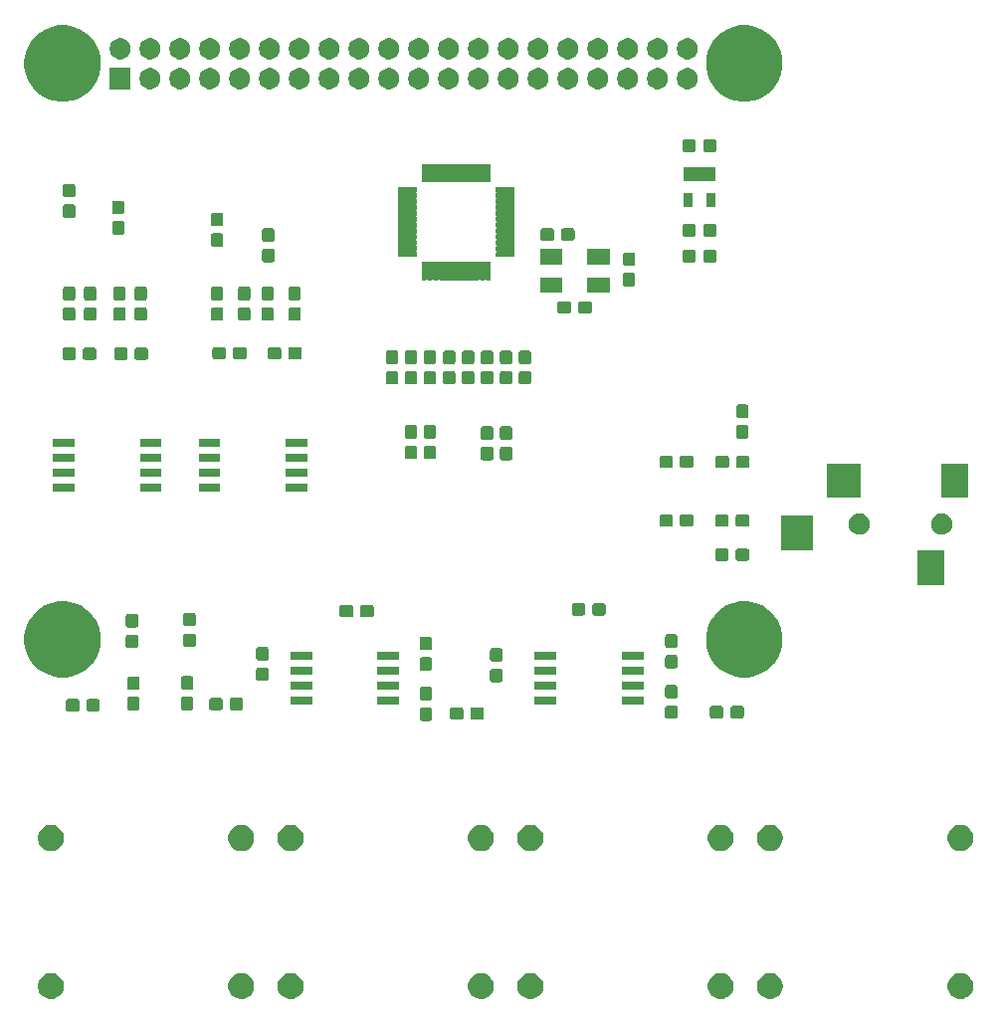
<source format=gbr>
G04 #@! TF.GenerationSoftware,KiCad,Pcbnew,(5.1.5)-3*
G04 #@! TF.CreationDate,2020-08-29T09:18:06-04:00*
G04 #@! TF.ProjectId,AudioBox,41756469-6f42-46f7-982e-6b696361645f,rev?*
G04 #@! TF.SameCoordinates,Original*
G04 #@! TF.FileFunction,Soldermask,Top*
G04 #@! TF.FilePolarity,Negative*
%FSLAX46Y46*%
G04 Gerber Fmt 4.6, Leading zero omitted, Abs format (unit mm)*
G04 Created by KiCad (PCBNEW (5.1.5)-3) date 2020-08-29 09:18:06*
%MOMM*%
%LPD*%
G04 APERTURE LIST*
%ADD10C,0.100000*%
G04 APERTURE END LIST*
D10*
G36*
X119115592Y-100916134D02*
G01*
X119222344Y-100937368D01*
X119423459Y-101020673D01*
X119604458Y-101141613D01*
X119758385Y-101295540D01*
X119879325Y-101476539D01*
X119962630Y-101677654D01*
X120005098Y-101891157D01*
X120005098Y-102108843D01*
X119962630Y-102322346D01*
X119879325Y-102523461D01*
X119758385Y-102704460D01*
X119604458Y-102858387D01*
X119423459Y-102979327D01*
X119222344Y-103062632D01*
X119115592Y-103083866D01*
X119008842Y-103105100D01*
X118791154Y-103105100D01*
X118577652Y-103062632D01*
X118376537Y-102979327D01*
X118195538Y-102858387D01*
X118041611Y-102704460D01*
X117920671Y-102523461D01*
X117837366Y-102322346D01*
X117794898Y-102108843D01*
X117794898Y-101891157D01*
X117837366Y-101677654D01*
X117920671Y-101476539D01*
X118041611Y-101295540D01*
X118195538Y-101141613D01*
X118376537Y-101020673D01*
X118577652Y-100937368D01*
X118684404Y-100916134D01*
X118791154Y-100894900D01*
X119008842Y-100894900D01*
X119115592Y-100916134D01*
G37*
G36*
X102915594Y-100916134D02*
G01*
X103022346Y-100937368D01*
X103223461Y-101020673D01*
X103404460Y-101141613D01*
X103558387Y-101295540D01*
X103679327Y-101476539D01*
X103762632Y-101677654D01*
X103805100Y-101891157D01*
X103805100Y-102108843D01*
X103762632Y-102322346D01*
X103679327Y-102523461D01*
X103558387Y-102704460D01*
X103404460Y-102858387D01*
X103223461Y-102979327D01*
X103022346Y-103062632D01*
X102915594Y-103083866D01*
X102808844Y-103105100D01*
X102591156Y-103105100D01*
X102377654Y-103062632D01*
X102176539Y-102979327D01*
X101995540Y-102858387D01*
X101841613Y-102704460D01*
X101720673Y-102523461D01*
X101637368Y-102322346D01*
X101594900Y-102108843D01*
X101594900Y-101891157D01*
X101637368Y-101677654D01*
X101720673Y-101476539D01*
X101841613Y-101295540D01*
X101995540Y-101141613D01*
X102176539Y-101020673D01*
X102377654Y-100937368D01*
X102484406Y-100916134D01*
X102591156Y-100894900D01*
X102808844Y-100894900D01*
X102915594Y-100916134D01*
G37*
G36*
X98715592Y-100916134D02*
G01*
X98822344Y-100937368D01*
X99023459Y-101020673D01*
X99204458Y-101141613D01*
X99358385Y-101295540D01*
X99479325Y-101476539D01*
X99562630Y-101677654D01*
X99605098Y-101891157D01*
X99605098Y-102108843D01*
X99562630Y-102322346D01*
X99479325Y-102523461D01*
X99358385Y-102704460D01*
X99204458Y-102858387D01*
X99023459Y-102979327D01*
X98822344Y-103062632D01*
X98715592Y-103083866D01*
X98608842Y-103105100D01*
X98391154Y-103105100D01*
X98177652Y-103062632D01*
X97976537Y-102979327D01*
X97795538Y-102858387D01*
X97641611Y-102704460D01*
X97520671Y-102523461D01*
X97437366Y-102322346D01*
X97394898Y-102108843D01*
X97394898Y-101891157D01*
X97437366Y-101677654D01*
X97520671Y-101476539D01*
X97641611Y-101295540D01*
X97795538Y-101141613D01*
X97976537Y-101020673D01*
X98177652Y-100937368D01*
X98284404Y-100916134D01*
X98391154Y-100894900D01*
X98608842Y-100894900D01*
X98715592Y-100916134D01*
G37*
G36*
X82515594Y-100916134D02*
G01*
X82622346Y-100937368D01*
X82823461Y-101020673D01*
X83004460Y-101141613D01*
X83158387Y-101295540D01*
X83279327Y-101476539D01*
X83362632Y-101677654D01*
X83405100Y-101891157D01*
X83405100Y-102108843D01*
X83362632Y-102322346D01*
X83279327Y-102523461D01*
X83158387Y-102704460D01*
X83004460Y-102858387D01*
X82823461Y-102979327D01*
X82622346Y-103062632D01*
X82515594Y-103083866D01*
X82408844Y-103105100D01*
X82191156Y-103105100D01*
X81977654Y-103062632D01*
X81776539Y-102979327D01*
X81595540Y-102858387D01*
X81441613Y-102704460D01*
X81320673Y-102523461D01*
X81237368Y-102322346D01*
X81194900Y-102108843D01*
X81194900Y-101891157D01*
X81237368Y-101677654D01*
X81320673Y-101476539D01*
X81441613Y-101295540D01*
X81595540Y-101141613D01*
X81776539Y-101020673D01*
X81977654Y-100937368D01*
X82084406Y-100916134D01*
X82191156Y-100894900D01*
X82408844Y-100894900D01*
X82515594Y-100916134D01*
G37*
G36*
X57915592Y-100916134D02*
G01*
X58022344Y-100937368D01*
X58223459Y-101020673D01*
X58404458Y-101141613D01*
X58558385Y-101295540D01*
X58679325Y-101476539D01*
X58762630Y-101677654D01*
X58805098Y-101891157D01*
X58805098Y-102108843D01*
X58762630Y-102322346D01*
X58679325Y-102523461D01*
X58558385Y-102704460D01*
X58404458Y-102858387D01*
X58223459Y-102979327D01*
X58022344Y-103062632D01*
X57915592Y-103083866D01*
X57808842Y-103105100D01*
X57591154Y-103105100D01*
X57377652Y-103062632D01*
X57176537Y-102979327D01*
X56995538Y-102858387D01*
X56841611Y-102704460D01*
X56720671Y-102523461D01*
X56637366Y-102322346D01*
X56594898Y-102108843D01*
X56594898Y-101891157D01*
X56637366Y-101677654D01*
X56720671Y-101476539D01*
X56841611Y-101295540D01*
X56995538Y-101141613D01*
X57176537Y-101020673D01*
X57377652Y-100937368D01*
X57484404Y-100916134D01*
X57591154Y-100894900D01*
X57808842Y-100894900D01*
X57915592Y-100916134D01*
G37*
G36*
X78315592Y-100916134D02*
G01*
X78422344Y-100937368D01*
X78623459Y-101020673D01*
X78804458Y-101141613D01*
X78958385Y-101295540D01*
X79079325Y-101476539D01*
X79162630Y-101677654D01*
X79205098Y-101891157D01*
X79205098Y-102108843D01*
X79162630Y-102322346D01*
X79079325Y-102523461D01*
X78958385Y-102704460D01*
X78804458Y-102858387D01*
X78623459Y-102979327D01*
X78422344Y-103062632D01*
X78315592Y-103083866D01*
X78208842Y-103105100D01*
X77991154Y-103105100D01*
X77777652Y-103062632D01*
X77576537Y-102979327D01*
X77395538Y-102858387D01*
X77241611Y-102704460D01*
X77120671Y-102523461D01*
X77037366Y-102322346D01*
X76994898Y-102108843D01*
X76994898Y-101891157D01*
X77037366Y-101677654D01*
X77120671Y-101476539D01*
X77241611Y-101295540D01*
X77395538Y-101141613D01*
X77576537Y-101020673D01*
X77777652Y-100937368D01*
X77884404Y-100916134D01*
X77991154Y-100894900D01*
X78208842Y-100894900D01*
X78315592Y-100916134D01*
G37*
G36*
X62115594Y-100916134D02*
G01*
X62222346Y-100937368D01*
X62423461Y-101020673D01*
X62604460Y-101141613D01*
X62758387Y-101295540D01*
X62879327Y-101476539D01*
X62962632Y-101677654D01*
X63005100Y-101891157D01*
X63005100Y-102108843D01*
X62962632Y-102322346D01*
X62879327Y-102523461D01*
X62758387Y-102704460D01*
X62604460Y-102858387D01*
X62423461Y-102979327D01*
X62222346Y-103062632D01*
X62115594Y-103083866D01*
X62008844Y-103105100D01*
X61791156Y-103105100D01*
X61577654Y-103062632D01*
X61376539Y-102979327D01*
X61195540Y-102858387D01*
X61041613Y-102704460D01*
X60920673Y-102523461D01*
X60837368Y-102322346D01*
X60794900Y-102108843D01*
X60794900Y-101891157D01*
X60837368Y-101677654D01*
X60920673Y-101476539D01*
X61041613Y-101295540D01*
X61195540Y-101141613D01*
X61376539Y-101020673D01*
X61577654Y-100937368D01*
X61684406Y-100916134D01*
X61791156Y-100894900D01*
X62008844Y-100894900D01*
X62115594Y-100916134D01*
G37*
G36*
X41715594Y-100916134D02*
G01*
X41822346Y-100937368D01*
X42023461Y-101020673D01*
X42204460Y-101141613D01*
X42358387Y-101295540D01*
X42479327Y-101476539D01*
X42562632Y-101677654D01*
X42605100Y-101891157D01*
X42605100Y-102108843D01*
X42562632Y-102322346D01*
X42479327Y-102523461D01*
X42358387Y-102704460D01*
X42204460Y-102858387D01*
X42023461Y-102979327D01*
X41822346Y-103062632D01*
X41715594Y-103083866D01*
X41608844Y-103105100D01*
X41391156Y-103105100D01*
X41177654Y-103062632D01*
X40976539Y-102979327D01*
X40795540Y-102858387D01*
X40641613Y-102704460D01*
X40520673Y-102523461D01*
X40437368Y-102322346D01*
X40394900Y-102108843D01*
X40394900Y-101891157D01*
X40437368Y-101677654D01*
X40520673Y-101476539D01*
X40641613Y-101295540D01*
X40795540Y-101141613D01*
X40976539Y-101020673D01*
X41177654Y-100937368D01*
X41284406Y-100916134D01*
X41391156Y-100894900D01*
X41608844Y-100894900D01*
X41715594Y-100916134D01*
G37*
G36*
X82515594Y-88316134D02*
G01*
X82622346Y-88337368D01*
X82823461Y-88420673D01*
X83004460Y-88541613D01*
X83158387Y-88695540D01*
X83279327Y-88876539D01*
X83362632Y-89077654D01*
X83405100Y-89291157D01*
X83405100Y-89508843D01*
X83362632Y-89722346D01*
X83279327Y-89923461D01*
X83158387Y-90104460D01*
X83004460Y-90258387D01*
X82823461Y-90379327D01*
X82622346Y-90462632D01*
X82515594Y-90483866D01*
X82408844Y-90505100D01*
X82191156Y-90505100D01*
X81977654Y-90462632D01*
X81776539Y-90379327D01*
X81595540Y-90258387D01*
X81441613Y-90104460D01*
X81320673Y-89923461D01*
X81237368Y-89722346D01*
X81194900Y-89508843D01*
X81194900Y-89291157D01*
X81237368Y-89077654D01*
X81320673Y-88876539D01*
X81441613Y-88695540D01*
X81595540Y-88541613D01*
X81776539Y-88420673D01*
X81977654Y-88337368D01*
X82084406Y-88316134D01*
X82191156Y-88294900D01*
X82408844Y-88294900D01*
X82515594Y-88316134D01*
G37*
G36*
X102915594Y-88316134D02*
G01*
X103022346Y-88337368D01*
X103223461Y-88420673D01*
X103404460Y-88541613D01*
X103558387Y-88695540D01*
X103679327Y-88876539D01*
X103762632Y-89077654D01*
X103805100Y-89291157D01*
X103805100Y-89508843D01*
X103762632Y-89722346D01*
X103679327Y-89923461D01*
X103558387Y-90104460D01*
X103404460Y-90258387D01*
X103223461Y-90379327D01*
X103022346Y-90462632D01*
X102915594Y-90483866D01*
X102808844Y-90505100D01*
X102591156Y-90505100D01*
X102377654Y-90462632D01*
X102176539Y-90379327D01*
X101995540Y-90258387D01*
X101841613Y-90104460D01*
X101720673Y-89923461D01*
X101637368Y-89722346D01*
X101594900Y-89508843D01*
X101594900Y-89291157D01*
X101637368Y-89077654D01*
X101720673Y-88876539D01*
X101841613Y-88695540D01*
X101995540Y-88541613D01*
X102176539Y-88420673D01*
X102377654Y-88337368D01*
X102484406Y-88316134D01*
X102591156Y-88294900D01*
X102808844Y-88294900D01*
X102915594Y-88316134D01*
G37*
G36*
X119115592Y-88316134D02*
G01*
X119222344Y-88337368D01*
X119423459Y-88420673D01*
X119604458Y-88541613D01*
X119758385Y-88695540D01*
X119879325Y-88876539D01*
X119962630Y-89077654D01*
X120005098Y-89291157D01*
X120005098Y-89508843D01*
X119962630Y-89722346D01*
X119879325Y-89923461D01*
X119758385Y-90104460D01*
X119604458Y-90258387D01*
X119423459Y-90379327D01*
X119222344Y-90462632D01*
X119115592Y-90483866D01*
X119008842Y-90505100D01*
X118791154Y-90505100D01*
X118577652Y-90462632D01*
X118376537Y-90379327D01*
X118195538Y-90258387D01*
X118041611Y-90104460D01*
X117920671Y-89923461D01*
X117837366Y-89722346D01*
X117794898Y-89508843D01*
X117794898Y-89291157D01*
X117837366Y-89077654D01*
X117920671Y-88876539D01*
X118041611Y-88695540D01*
X118195538Y-88541613D01*
X118376537Y-88420673D01*
X118577652Y-88337368D01*
X118684404Y-88316134D01*
X118791154Y-88294900D01*
X119008842Y-88294900D01*
X119115592Y-88316134D01*
G37*
G36*
X62115594Y-88316134D02*
G01*
X62222346Y-88337368D01*
X62423461Y-88420673D01*
X62604460Y-88541613D01*
X62758387Y-88695540D01*
X62879327Y-88876539D01*
X62962632Y-89077654D01*
X63005100Y-89291157D01*
X63005100Y-89508843D01*
X62962632Y-89722346D01*
X62879327Y-89923461D01*
X62758387Y-90104460D01*
X62604460Y-90258387D01*
X62423461Y-90379327D01*
X62222346Y-90462632D01*
X62008844Y-90505100D01*
X61791156Y-90505100D01*
X61577654Y-90462632D01*
X61376539Y-90379327D01*
X61195540Y-90258387D01*
X61041613Y-90104460D01*
X60920673Y-89923461D01*
X60837368Y-89722346D01*
X60794900Y-89508843D01*
X60794900Y-89291157D01*
X60837368Y-89077654D01*
X60920673Y-88876539D01*
X61041613Y-88695540D01*
X61195540Y-88541613D01*
X61376539Y-88420673D01*
X61577654Y-88337368D01*
X61684406Y-88316134D01*
X61791156Y-88294900D01*
X62008844Y-88294900D01*
X62115594Y-88316134D01*
G37*
G36*
X78315592Y-88316134D02*
G01*
X78422344Y-88337368D01*
X78623459Y-88420673D01*
X78804458Y-88541613D01*
X78958385Y-88695540D01*
X79079325Y-88876539D01*
X79162630Y-89077654D01*
X79205098Y-89291157D01*
X79205098Y-89508843D01*
X79162630Y-89722346D01*
X79079325Y-89923461D01*
X78958385Y-90104460D01*
X78804458Y-90258387D01*
X78623459Y-90379327D01*
X78422344Y-90462632D01*
X78208842Y-90505100D01*
X77991154Y-90505100D01*
X77777652Y-90462632D01*
X77576537Y-90379327D01*
X77395538Y-90258387D01*
X77241611Y-90104460D01*
X77120671Y-89923461D01*
X77037366Y-89722346D01*
X76994898Y-89508843D01*
X76994898Y-89291157D01*
X77037366Y-89077654D01*
X77120671Y-88876539D01*
X77241611Y-88695540D01*
X77395538Y-88541613D01*
X77576537Y-88420673D01*
X77777652Y-88337368D01*
X77884404Y-88316134D01*
X77991154Y-88294900D01*
X78208842Y-88294900D01*
X78315592Y-88316134D01*
G37*
G36*
X41715594Y-88316134D02*
G01*
X41822346Y-88337368D01*
X42023461Y-88420673D01*
X42204460Y-88541613D01*
X42358387Y-88695540D01*
X42479327Y-88876539D01*
X42562632Y-89077654D01*
X42605100Y-89291157D01*
X42605100Y-89508843D01*
X42562632Y-89722346D01*
X42479327Y-89923461D01*
X42358387Y-90104460D01*
X42204460Y-90258387D01*
X42023461Y-90379327D01*
X41822346Y-90462632D01*
X41608844Y-90505100D01*
X41391156Y-90505100D01*
X41177654Y-90462632D01*
X40976539Y-90379327D01*
X40795540Y-90258387D01*
X40641613Y-90104460D01*
X40520673Y-89923461D01*
X40437368Y-89722346D01*
X40394900Y-89508843D01*
X40394900Y-89291157D01*
X40437368Y-89077654D01*
X40520673Y-88876539D01*
X40641613Y-88695540D01*
X40795540Y-88541613D01*
X40976539Y-88420673D01*
X41177654Y-88337368D01*
X41284406Y-88316134D01*
X41391156Y-88294900D01*
X41608844Y-88294900D01*
X41715594Y-88316134D01*
G37*
G36*
X57915592Y-88316134D02*
G01*
X58022344Y-88337368D01*
X58223459Y-88420673D01*
X58404458Y-88541613D01*
X58558385Y-88695540D01*
X58679325Y-88876539D01*
X58762630Y-89077654D01*
X58805098Y-89291157D01*
X58805098Y-89508843D01*
X58762630Y-89722346D01*
X58679325Y-89923461D01*
X58558385Y-90104460D01*
X58404458Y-90258387D01*
X58223459Y-90379327D01*
X58022344Y-90462632D01*
X57808842Y-90505100D01*
X57591154Y-90505100D01*
X57377652Y-90462632D01*
X57176537Y-90379327D01*
X56995538Y-90258387D01*
X56841611Y-90104460D01*
X56720671Y-89923461D01*
X56637366Y-89722346D01*
X56594898Y-89508843D01*
X56594898Y-89291157D01*
X56637366Y-89077654D01*
X56720671Y-88876539D01*
X56841611Y-88695540D01*
X56995538Y-88541613D01*
X57176537Y-88420673D01*
X57377652Y-88337368D01*
X57484404Y-88316134D01*
X57591154Y-88294900D01*
X57808842Y-88294900D01*
X57915592Y-88316134D01*
G37*
G36*
X98715592Y-88316134D02*
G01*
X98822344Y-88337368D01*
X99023459Y-88420673D01*
X99204458Y-88541613D01*
X99358385Y-88695540D01*
X99479325Y-88876539D01*
X99562630Y-89077654D01*
X99605098Y-89291157D01*
X99605098Y-89508843D01*
X99562630Y-89722346D01*
X99479325Y-89923461D01*
X99358385Y-90104460D01*
X99204458Y-90258387D01*
X99023459Y-90379327D01*
X98822344Y-90462632D01*
X98715592Y-90483866D01*
X98608842Y-90505100D01*
X98391154Y-90505100D01*
X98177652Y-90462632D01*
X97976537Y-90379327D01*
X97795538Y-90258387D01*
X97641611Y-90104460D01*
X97520671Y-89923461D01*
X97437366Y-89722346D01*
X97394898Y-89508843D01*
X97394898Y-89291157D01*
X97437366Y-89077654D01*
X97520671Y-88876539D01*
X97641611Y-88695540D01*
X97795538Y-88541613D01*
X97976537Y-88420673D01*
X98177652Y-88337368D01*
X98284404Y-88316134D01*
X98391154Y-88294900D01*
X98608842Y-88294900D01*
X98715592Y-88316134D01*
G37*
G36*
X73764499Y-78303445D02*
G01*
X73801995Y-78314820D01*
X73836554Y-78333292D01*
X73866847Y-78358153D01*
X73891708Y-78388446D01*
X73910180Y-78423005D01*
X73921555Y-78460501D01*
X73926000Y-78505638D01*
X73926000Y-79244362D01*
X73921555Y-79289499D01*
X73910180Y-79326995D01*
X73891708Y-79361554D01*
X73866847Y-79391847D01*
X73836554Y-79416708D01*
X73801995Y-79435180D01*
X73764499Y-79446555D01*
X73719362Y-79451000D01*
X73080638Y-79451000D01*
X73035501Y-79446555D01*
X72998005Y-79435180D01*
X72963446Y-79416708D01*
X72933153Y-79391847D01*
X72908292Y-79361554D01*
X72889820Y-79326995D01*
X72878445Y-79289499D01*
X72874000Y-79244362D01*
X72874000Y-78505638D01*
X72878445Y-78460501D01*
X72889820Y-78423005D01*
X72908292Y-78388446D01*
X72933153Y-78358153D01*
X72963446Y-78333292D01*
X72998005Y-78314820D01*
X73035501Y-78303445D01*
X73080638Y-78299000D01*
X73719362Y-78299000D01*
X73764499Y-78303445D01*
G37*
G36*
X78189499Y-78278445D02*
G01*
X78226995Y-78289820D01*
X78261554Y-78308292D01*
X78291847Y-78333153D01*
X78316708Y-78363446D01*
X78335180Y-78398005D01*
X78346555Y-78435501D01*
X78351000Y-78480638D01*
X78351000Y-79119362D01*
X78346555Y-79164499D01*
X78335180Y-79201995D01*
X78316708Y-79236554D01*
X78291847Y-79266847D01*
X78261554Y-79291708D01*
X78226995Y-79310180D01*
X78189499Y-79321555D01*
X78144362Y-79326000D01*
X77405638Y-79326000D01*
X77360501Y-79321555D01*
X77323005Y-79310180D01*
X77288446Y-79291708D01*
X77258153Y-79266847D01*
X77233292Y-79236554D01*
X77214820Y-79201995D01*
X77203445Y-79164499D01*
X77199000Y-79119362D01*
X77199000Y-78480638D01*
X77203445Y-78435501D01*
X77214820Y-78398005D01*
X77233292Y-78363446D01*
X77258153Y-78333153D01*
X77288446Y-78308292D01*
X77323005Y-78289820D01*
X77360501Y-78278445D01*
X77405638Y-78274000D01*
X78144362Y-78274000D01*
X78189499Y-78278445D01*
G37*
G36*
X76439499Y-78278445D02*
G01*
X76476995Y-78289820D01*
X76511554Y-78308292D01*
X76541847Y-78333153D01*
X76566708Y-78363446D01*
X76585180Y-78398005D01*
X76596555Y-78435501D01*
X76601000Y-78480638D01*
X76601000Y-79119362D01*
X76596555Y-79164499D01*
X76585180Y-79201995D01*
X76566708Y-79236554D01*
X76541847Y-79266847D01*
X76511554Y-79291708D01*
X76476995Y-79310180D01*
X76439499Y-79321555D01*
X76394362Y-79326000D01*
X75655638Y-79326000D01*
X75610501Y-79321555D01*
X75573005Y-79310180D01*
X75538446Y-79291708D01*
X75508153Y-79266847D01*
X75483292Y-79236554D01*
X75464820Y-79201995D01*
X75453445Y-79164499D01*
X75449000Y-79119362D01*
X75449000Y-78480638D01*
X75453445Y-78435501D01*
X75464820Y-78398005D01*
X75483292Y-78363446D01*
X75508153Y-78333153D01*
X75538446Y-78308292D01*
X75573005Y-78289820D01*
X75610501Y-78278445D01*
X75655638Y-78274000D01*
X76394362Y-78274000D01*
X76439499Y-78278445D01*
G37*
G36*
X94664499Y-78128445D02*
G01*
X94701995Y-78139820D01*
X94736554Y-78158292D01*
X94766847Y-78183153D01*
X94791708Y-78213446D01*
X94810180Y-78248005D01*
X94821555Y-78285501D01*
X94826000Y-78330638D01*
X94826000Y-79069362D01*
X94821555Y-79114499D01*
X94810180Y-79151995D01*
X94791708Y-79186554D01*
X94766847Y-79216847D01*
X94736554Y-79241708D01*
X94701995Y-79260180D01*
X94664499Y-79271555D01*
X94619362Y-79276000D01*
X93980638Y-79276000D01*
X93935501Y-79271555D01*
X93898005Y-79260180D01*
X93863446Y-79241708D01*
X93833153Y-79216847D01*
X93808292Y-79186554D01*
X93789820Y-79151995D01*
X93778445Y-79114499D01*
X93774000Y-79069362D01*
X93774000Y-78330638D01*
X93778445Y-78285501D01*
X93789820Y-78248005D01*
X93808292Y-78213446D01*
X93833153Y-78183153D01*
X93863446Y-78158292D01*
X93898005Y-78139820D01*
X93935501Y-78128445D01*
X93980638Y-78124000D01*
X94619362Y-78124000D01*
X94664499Y-78128445D01*
G37*
G36*
X98564499Y-78178445D02*
G01*
X98601995Y-78189820D01*
X98636554Y-78208292D01*
X98666847Y-78233153D01*
X98691708Y-78263446D01*
X98710180Y-78298005D01*
X98721555Y-78335501D01*
X98726000Y-78380638D01*
X98726000Y-79019362D01*
X98721555Y-79064499D01*
X98710180Y-79101995D01*
X98691708Y-79136554D01*
X98666847Y-79166847D01*
X98636554Y-79191708D01*
X98601995Y-79210180D01*
X98564499Y-79221555D01*
X98519362Y-79226000D01*
X97780638Y-79226000D01*
X97735501Y-79221555D01*
X97698005Y-79210180D01*
X97663446Y-79191708D01*
X97633153Y-79166847D01*
X97608292Y-79136554D01*
X97589820Y-79101995D01*
X97578445Y-79064499D01*
X97574000Y-79019362D01*
X97574000Y-78380638D01*
X97578445Y-78335501D01*
X97589820Y-78298005D01*
X97608292Y-78263446D01*
X97633153Y-78233153D01*
X97663446Y-78208292D01*
X97698005Y-78189820D01*
X97735501Y-78178445D01*
X97780638Y-78174000D01*
X98519362Y-78174000D01*
X98564499Y-78178445D01*
G37*
G36*
X100314499Y-78178445D02*
G01*
X100351995Y-78189820D01*
X100386554Y-78208292D01*
X100416847Y-78233153D01*
X100441708Y-78263446D01*
X100460180Y-78298005D01*
X100471555Y-78335501D01*
X100476000Y-78380638D01*
X100476000Y-79019362D01*
X100471555Y-79064499D01*
X100460180Y-79101995D01*
X100441708Y-79136554D01*
X100416847Y-79166847D01*
X100386554Y-79191708D01*
X100351995Y-79210180D01*
X100314499Y-79221555D01*
X100269362Y-79226000D01*
X99530638Y-79226000D01*
X99485501Y-79221555D01*
X99448005Y-79210180D01*
X99413446Y-79191708D01*
X99383153Y-79166847D01*
X99358292Y-79136554D01*
X99339820Y-79101995D01*
X99328445Y-79064499D01*
X99324000Y-79019362D01*
X99324000Y-78380638D01*
X99328445Y-78335501D01*
X99339820Y-78298005D01*
X99358292Y-78263446D01*
X99383153Y-78233153D01*
X99413446Y-78208292D01*
X99448005Y-78189820D01*
X99485501Y-78178445D01*
X99530638Y-78174000D01*
X100269362Y-78174000D01*
X100314499Y-78178445D01*
G37*
G36*
X45514499Y-77578445D02*
G01*
X45551995Y-77589820D01*
X45586554Y-77608292D01*
X45616847Y-77633153D01*
X45641708Y-77663446D01*
X45660180Y-77698005D01*
X45671555Y-77735501D01*
X45676000Y-77780638D01*
X45676000Y-78419362D01*
X45671555Y-78464499D01*
X45660180Y-78501995D01*
X45641708Y-78536554D01*
X45616847Y-78566847D01*
X45586554Y-78591708D01*
X45551995Y-78610180D01*
X45514499Y-78621555D01*
X45469362Y-78626000D01*
X44730638Y-78626000D01*
X44685501Y-78621555D01*
X44648005Y-78610180D01*
X44613446Y-78591708D01*
X44583153Y-78566847D01*
X44558292Y-78536554D01*
X44539820Y-78501995D01*
X44528445Y-78464499D01*
X44524000Y-78419362D01*
X44524000Y-77780638D01*
X44528445Y-77735501D01*
X44539820Y-77698005D01*
X44558292Y-77663446D01*
X44583153Y-77633153D01*
X44613446Y-77608292D01*
X44648005Y-77589820D01*
X44685501Y-77578445D01*
X44730638Y-77574000D01*
X45469362Y-77574000D01*
X45514499Y-77578445D01*
G37*
G36*
X43764499Y-77578445D02*
G01*
X43801995Y-77589820D01*
X43836554Y-77608292D01*
X43866847Y-77633153D01*
X43891708Y-77663446D01*
X43910180Y-77698005D01*
X43921555Y-77735501D01*
X43926000Y-77780638D01*
X43926000Y-78419362D01*
X43921555Y-78464499D01*
X43910180Y-78501995D01*
X43891708Y-78536554D01*
X43866847Y-78566847D01*
X43836554Y-78591708D01*
X43801995Y-78610180D01*
X43764499Y-78621555D01*
X43719362Y-78626000D01*
X42980638Y-78626000D01*
X42935501Y-78621555D01*
X42898005Y-78610180D01*
X42863446Y-78591708D01*
X42833153Y-78566847D01*
X42808292Y-78536554D01*
X42789820Y-78501995D01*
X42778445Y-78464499D01*
X42774000Y-78419362D01*
X42774000Y-77780638D01*
X42778445Y-77735501D01*
X42789820Y-77698005D01*
X42808292Y-77663446D01*
X42833153Y-77633153D01*
X42863446Y-77608292D01*
X42898005Y-77589820D01*
X42935501Y-77578445D01*
X42980638Y-77574000D01*
X43719362Y-77574000D01*
X43764499Y-77578445D01*
G37*
G36*
X48889499Y-77403445D02*
G01*
X48926995Y-77414820D01*
X48961554Y-77433292D01*
X48991847Y-77458153D01*
X49016708Y-77488446D01*
X49035180Y-77523005D01*
X49046555Y-77560501D01*
X49051000Y-77605638D01*
X49051000Y-78344362D01*
X49046555Y-78389499D01*
X49035180Y-78426995D01*
X49016708Y-78461554D01*
X48991847Y-78491847D01*
X48961554Y-78516708D01*
X48926995Y-78535180D01*
X48889499Y-78546555D01*
X48844362Y-78551000D01*
X48205638Y-78551000D01*
X48160501Y-78546555D01*
X48123005Y-78535180D01*
X48088446Y-78516708D01*
X48058153Y-78491847D01*
X48033292Y-78461554D01*
X48014820Y-78426995D01*
X48003445Y-78389499D01*
X47999000Y-78344362D01*
X47999000Y-77605638D01*
X48003445Y-77560501D01*
X48014820Y-77523005D01*
X48033292Y-77488446D01*
X48058153Y-77458153D01*
X48088446Y-77433292D01*
X48123005Y-77414820D01*
X48160501Y-77403445D01*
X48205638Y-77399000D01*
X48844362Y-77399000D01*
X48889499Y-77403445D01*
G37*
G36*
X55964499Y-77478445D02*
G01*
X56001995Y-77489820D01*
X56036554Y-77508292D01*
X56066847Y-77533153D01*
X56091708Y-77563446D01*
X56110180Y-77598005D01*
X56121555Y-77635501D01*
X56126000Y-77680638D01*
X56126000Y-78319362D01*
X56121555Y-78364499D01*
X56110180Y-78401995D01*
X56091708Y-78436554D01*
X56066847Y-78466847D01*
X56036554Y-78491708D01*
X56001995Y-78510180D01*
X55964499Y-78521555D01*
X55919362Y-78526000D01*
X55180638Y-78526000D01*
X55135501Y-78521555D01*
X55098005Y-78510180D01*
X55063446Y-78491708D01*
X55033153Y-78466847D01*
X55008292Y-78436554D01*
X54989820Y-78401995D01*
X54978445Y-78364499D01*
X54974000Y-78319362D01*
X54974000Y-77680638D01*
X54978445Y-77635501D01*
X54989820Y-77598005D01*
X55008292Y-77563446D01*
X55033153Y-77533153D01*
X55063446Y-77508292D01*
X55098005Y-77489820D01*
X55135501Y-77478445D01*
X55180638Y-77474000D01*
X55919362Y-77474000D01*
X55964499Y-77478445D01*
G37*
G36*
X53464499Y-77378445D02*
G01*
X53501995Y-77389820D01*
X53536554Y-77408292D01*
X53566847Y-77433153D01*
X53591708Y-77463446D01*
X53610180Y-77498005D01*
X53621555Y-77535501D01*
X53626000Y-77580638D01*
X53626000Y-78319362D01*
X53621555Y-78364499D01*
X53610180Y-78401995D01*
X53591708Y-78436554D01*
X53566847Y-78466847D01*
X53536554Y-78491708D01*
X53501995Y-78510180D01*
X53464499Y-78521555D01*
X53419362Y-78526000D01*
X52780638Y-78526000D01*
X52735501Y-78521555D01*
X52698005Y-78510180D01*
X52663446Y-78491708D01*
X52633153Y-78466847D01*
X52608292Y-78436554D01*
X52589820Y-78401995D01*
X52578445Y-78364499D01*
X52574000Y-78319362D01*
X52574000Y-77580638D01*
X52578445Y-77535501D01*
X52589820Y-77498005D01*
X52608292Y-77463446D01*
X52633153Y-77433153D01*
X52663446Y-77408292D01*
X52698005Y-77389820D01*
X52735501Y-77378445D01*
X52780638Y-77374000D01*
X53419362Y-77374000D01*
X53464499Y-77378445D01*
G37*
G36*
X57714499Y-77478445D02*
G01*
X57751995Y-77489820D01*
X57786554Y-77508292D01*
X57816847Y-77533153D01*
X57841708Y-77563446D01*
X57860180Y-77598005D01*
X57871555Y-77635501D01*
X57876000Y-77680638D01*
X57876000Y-78319362D01*
X57871555Y-78364499D01*
X57860180Y-78401995D01*
X57841708Y-78436554D01*
X57816847Y-78466847D01*
X57786554Y-78491708D01*
X57751995Y-78510180D01*
X57714499Y-78521555D01*
X57669362Y-78526000D01*
X56930638Y-78526000D01*
X56885501Y-78521555D01*
X56848005Y-78510180D01*
X56813446Y-78491708D01*
X56783153Y-78466847D01*
X56758292Y-78436554D01*
X56739820Y-78401995D01*
X56728445Y-78364499D01*
X56724000Y-78319362D01*
X56724000Y-77680638D01*
X56728445Y-77635501D01*
X56739820Y-77598005D01*
X56758292Y-77563446D01*
X56783153Y-77533153D01*
X56813446Y-77508292D01*
X56848005Y-77489820D01*
X56885501Y-77478445D01*
X56930638Y-77474000D01*
X57669362Y-77474000D01*
X57714499Y-77478445D01*
G37*
G36*
X71126000Y-78031000D02*
G01*
X69274000Y-78031000D01*
X69274000Y-77379000D01*
X71126000Y-77379000D01*
X71126000Y-78031000D01*
G37*
G36*
X84526000Y-78031000D02*
G01*
X82674000Y-78031000D01*
X82674000Y-77379000D01*
X84526000Y-77379000D01*
X84526000Y-78031000D01*
G37*
G36*
X63726000Y-78031000D02*
G01*
X61874000Y-78031000D01*
X61874000Y-77379000D01*
X63726000Y-77379000D01*
X63726000Y-78031000D01*
G37*
G36*
X91926000Y-78031000D02*
G01*
X90074000Y-78031000D01*
X90074000Y-77379000D01*
X91926000Y-77379000D01*
X91926000Y-78031000D01*
G37*
G36*
X73764499Y-76553445D02*
G01*
X73801995Y-76564820D01*
X73836554Y-76583292D01*
X73866847Y-76608153D01*
X73891708Y-76638446D01*
X73910180Y-76673005D01*
X73921555Y-76710501D01*
X73926000Y-76755638D01*
X73926000Y-77494362D01*
X73921555Y-77539499D01*
X73910180Y-77576995D01*
X73891708Y-77611554D01*
X73866847Y-77641847D01*
X73836554Y-77666708D01*
X73801995Y-77685180D01*
X73764499Y-77696555D01*
X73719362Y-77701000D01*
X73080638Y-77701000D01*
X73035501Y-77696555D01*
X72998005Y-77685180D01*
X72963446Y-77666708D01*
X72933153Y-77641847D01*
X72908292Y-77611554D01*
X72889820Y-77576995D01*
X72878445Y-77539499D01*
X72874000Y-77494362D01*
X72874000Y-76755638D01*
X72878445Y-76710501D01*
X72889820Y-76673005D01*
X72908292Y-76638446D01*
X72933153Y-76608153D01*
X72963446Y-76583292D01*
X72998005Y-76564820D01*
X73035501Y-76553445D01*
X73080638Y-76549000D01*
X73719362Y-76549000D01*
X73764499Y-76553445D01*
G37*
G36*
X94664499Y-76378445D02*
G01*
X94701995Y-76389820D01*
X94736554Y-76408292D01*
X94766847Y-76433153D01*
X94791708Y-76463446D01*
X94810180Y-76498005D01*
X94821555Y-76535501D01*
X94826000Y-76580638D01*
X94826000Y-77319362D01*
X94821555Y-77364499D01*
X94810180Y-77401995D01*
X94791708Y-77436554D01*
X94766847Y-77466847D01*
X94736554Y-77491708D01*
X94701995Y-77510180D01*
X94664499Y-77521555D01*
X94619362Y-77526000D01*
X93980638Y-77526000D01*
X93935501Y-77521555D01*
X93898005Y-77510180D01*
X93863446Y-77491708D01*
X93833153Y-77466847D01*
X93808292Y-77436554D01*
X93789820Y-77401995D01*
X93778445Y-77364499D01*
X93774000Y-77319362D01*
X93774000Y-76580638D01*
X93778445Y-76535501D01*
X93789820Y-76498005D01*
X93808292Y-76463446D01*
X93833153Y-76433153D01*
X93863446Y-76408292D01*
X93898005Y-76389820D01*
X93935501Y-76378445D01*
X93980638Y-76374000D01*
X94619362Y-76374000D01*
X94664499Y-76378445D01*
G37*
G36*
X48889499Y-75653445D02*
G01*
X48926995Y-75664820D01*
X48961554Y-75683292D01*
X48991847Y-75708153D01*
X49016708Y-75738446D01*
X49035180Y-75773005D01*
X49046555Y-75810501D01*
X49051000Y-75855638D01*
X49051000Y-76594362D01*
X49046555Y-76639499D01*
X49035180Y-76676995D01*
X49016708Y-76711554D01*
X48991847Y-76741847D01*
X48961554Y-76766708D01*
X48926995Y-76785180D01*
X48889499Y-76796555D01*
X48844362Y-76801000D01*
X48205638Y-76801000D01*
X48160501Y-76796555D01*
X48123005Y-76785180D01*
X48088446Y-76766708D01*
X48058153Y-76741847D01*
X48033292Y-76711554D01*
X48014820Y-76676995D01*
X48003445Y-76639499D01*
X47999000Y-76594362D01*
X47999000Y-75855638D01*
X48003445Y-75810501D01*
X48014820Y-75773005D01*
X48033292Y-75738446D01*
X48058153Y-75708153D01*
X48088446Y-75683292D01*
X48123005Y-75664820D01*
X48160501Y-75653445D01*
X48205638Y-75649000D01*
X48844362Y-75649000D01*
X48889499Y-75653445D01*
G37*
G36*
X53464499Y-75628445D02*
G01*
X53501995Y-75639820D01*
X53536554Y-75658292D01*
X53566847Y-75683153D01*
X53591708Y-75713446D01*
X53610180Y-75748005D01*
X53621555Y-75785501D01*
X53626000Y-75830638D01*
X53626000Y-76569362D01*
X53621555Y-76614499D01*
X53610180Y-76651995D01*
X53591708Y-76686554D01*
X53566847Y-76716847D01*
X53536554Y-76741708D01*
X53501995Y-76760180D01*
X53464499Y-76771555D01*
X53419362Y-76776000D01*
X52780638Y-76776000D01*
X52735501Y-76771555D01*
X52698005Y-76760180D01*
X52663446Y-76741708D01*
X52633153Y-76716847D01*
X52608292Y-76686554D01*
X52589820Y-76651995D01*
X52578445Y-76614499D01*
X52574000Y-76569362D01*
X52574000Y-75830638D01*
X52578445Y-75785501D01*
X52589820Y-75748005D01*
X52608292Y-75713446D01*
X52633153Y-75683153D01*
X52663446Y-75658292D01*
X52698005Y-75639820D01*
X52735501Y-75628445D01*
X52780638Y-75624000D01*
X53419362Y-75624000D01*
X53464499Y-75628445D01*
G37*
G36*
X91926000Y-76761000D02*
G01*
X90074000Y-76761000D01*
X90074000Y-76109000D01*
X91926000Y-76109000D01*
X91926000Y-76761000D01*
G37*
G36*
X71126000Y-76761000D02*
G01*
X69274000Y-76761000D01*
X69274000Y-76109000D01*
X71126000Y-76109000D01*
X71126000Y-76761000D01*
G37*
G36*
X63726000Y-76761000D02*
G01*
X61874000Y-76761000D01*
X61874000Y-76109000D01*
X63726000Y-76109000D01*
X63726000Y-76761000D01*
G37*
G36*
X84526000Y-76761000D02*
G01*
X82674000Y-76761000D01*
X82674000Y-76109000D01*
X84526000Y-76109000D01*
X84526000Y-76761000D01*
G37*
G36*
X79764499Y-75003445D02*
G01*
X79801995Y-75014820D01*
X79836554Y-75033292D01*
X79866847Y-75058153D01*
X79891708Y-75088446D01*
X79910180Y-75123005D01*
X79921555Y-75160501D01*
X79926000Y-75205638D01*
X79926000Y-75944362D01*
X79921555Y-75989499D01*
X79910180Y-76026995D01*
X79891708Y-76061554D01*
X79866847Y-76091847D01*
X79836554Y-76116708D01*
X79801995Y-76135180D01*
X79764499Y-76146555D01*
X79719362Y-76151000D01*
X79080638Y-76151000D01*
X79035501Y-76146555D01*
X78998005Y-76135180D01*
X78963446Y-76116708D01*
X78933153Y-76091847D01*
X78908292Y-76061554D01*
X78889820Y-76026995D01*
X78878445Y-75989499D01*
X78874000Y-75944362D01*
X78874000Y-75205638D01*
X78878445Y-75160501D01*
X78889820Y-75123005D01*
X78908292Y-75088446D01*
X78933153Y-75058153D01*
X78963446Y-75033292D01*
X78998005Y-75014820D01*
X79035501Y-75003445D01*
X79080638Y-74999000D01*
X79719362Y-74999000D01*
X79764499Y-75003445D01*
G37*
G36*
X59864499Y-74903445D02*
G01*
X59901995Y-74914820D01*
X59936554Y-74933292D01*
X59966847Y-74958153D01*
X59991708Y-74988446D01*
X60010180Y-75023005D01*
X60021555Y-75060501D01*
X60026000Y-75105638D01*
X60026000Y-75844362D01*
X60021555Y-75889499D01*
X60010180Y-75926995D01*
X59991708Y-75961554D01*
X59966847Y-75991847D01*
X59936554Y-76016708D01*
X59901995Y-76035180D01*
X59864499Y-76046555D01*
X59819362Y-76051000D01*
X59180638Y-76051000D01*
X59135501Y-76046555D01*
X59098005Y-76035180D01*
X59063446Y-76016708D01*
X59033153Y-75991847D01*
X59008292Y-75961554D01*
X58989820Y-75926995D01*
X58978445Y-75889499D01*
X58974000Y-75844362D01*
X58974000Y-75105638D01*
X58978445Y-75060501D01*
X58989820Y-75023005D01*
X59008292Y-74988446D01*
X59033153Y-74958153D01*
X59063446Y-74933292D01*
X59098005Y-74914820D01*
X59135501Y-74903445D01*
X59180638Y-74899000D01*
X59819362Y-74899000D01*
X59864499Y-74903445D01*
G37*
G36*
X101134239Y-69311467D02*
G01*
X101448282Y-69373934D01*
X102039926Y-69619001D01*
X102366184Y-69837000D01*
X102572391Y-69974783D01*
X103025217Y-70427609D01*
X103057551Y-70476000D01*
X103380999Y-70960074D01*
X103626066Y-71551718D01*
X103626066Y-71551719D01*
X103751000Y-72179803D01*
X103751000Y-72820197D01*
X103709865Y-73026995D01*
X103626066Y-73448282D01*
X103380999Y-74039926D01*
X103095986Y-74466477D01*
X103025217Y-74572391D01*
X102572391Y-75025217D01*
X102518308Y-75061354D01*
X102039926Y-75380999D01*
X101448282Y-75626066D01*
X101161286Y-75683153D01*
X100820197Y-75751000D01*
X100179803Y-75751000D01*
X99838714Y-75683153D01*
X99551718Y-75626066D01*
X98960074Y-75380999D01*
X98481692Y-75061354D01*
X98427609Y-75025217D01*
X97974783Y-74572391D01*
X97904014Y-74466477D01*
X97619001Y-74039926D01*
X97373934Y-73448282D01*
X97290135Y-73026995D01*
X97249000Y-72820197D01*
X97249000Y-72179803D01*
X97373934Y-71551719D01*
X97373934Y-71551718D01*
X97619001Y-70960074D01*
X97942449Y-70476000D01*
X97974783Y-70427609D01*
X98427609Y-69974783D01*
X98633816Y-69837000D01*
X98960074Y-69619001D01*
X99551718Y-69373934D01*
X99865761Y-69311467D01*
X100179803Y-69249000D01*
X100820197Y-69249000D01*
X101134239Y-69311467D01*
G37*
G36*
X43134239Y-69311467D02*
G01*
X43448282Y-69373934D01*
X44039926Y-69619001D01*
X44366184Y-69837000D01*
X44572391Y-69974783D01*
X45025217Y-70427609D01*
X45057551Y-70476000D01*
X45380999Y-70960074D01*
X45626066Y-71551718D01*
X45626066Y-71551719D01*
X45751000Y-72179803D01*
X45751000Y-72820197D01*
X45709865Y-73026995D01*
X45626066Y-73448282D01*
X45380999Y-74039926D01*
X45095986Y-74466477D01*
X45025217Y-74572391D01*
X44572391Y-75025217D01*
X44518308Y-75061354D01*
X44039926Y-75380999D01*
X43448282Y-75626066D01*
X43161286Y-75683153D01*
X42820197Y-75751000D01*
X42179803Y-75751000D01*
X41838714Y-75683153D01*
X41551718Y-75626066D01*
X40960074Y-75380999D01*
X40481692Y-75061354D01*
X40427609Y-75025217D01*
X39974783Y-74572391D01*
X39904014Y-74466477D01*
X39619001Y-74039926D01*
X39373934Y-73448282D01*
X39290135Y-73026995D01*
X39249000Y-72820197D01*
X39249000Y-72179803D01*
X39373934Y-71551719D01*
X39373934Y-71551718D01*
X39619001Y-70960074D01*
X39942449Y-70476000D01*
X39974783Y-70427609D01*
X40427609Y-69974783D01*
X40633816Y-69837000D01*
X40960074Y-69619001D01*
X41551718Y-69373934D01*
X41865761Y-69311467D01*
X42179803Y-69249000D01*
X42820197Y-69249000D01*
X43134239Y-69311467D01*
G37*
G36*
X63726000Y-75491000D02*
G01*
X61874000Y-75491000D01*
X61874000Y-74839000D01*
X63726000Y-74839000D01*
X63726000Y-75491000D01*
G37*
G36*
X71126000Y-75491000D02*
G01*
X69274000Y-75491000D01*
X69274000Y-74839000D01*
X71126000Y-74839000D01*
X71126000Y-75491000D01*
G37*
G36*
X91926000Y-75491000D02*
G01*
X90074000Y-75491000D01*
X90074000Y-74839000D01*
X91926000Y-74839000D01*
X91926000Y-75491000D01*
G37*
G36*
X84526000Y-75491000D02*
G01*
X82674000Y-75491000D01*
X82674000Y-74839000D01*
X84526000Y-74839000D01*
X84526000Y-75491000D01*
G37*
G36*
X73764499Y-74028445D02*
G01*
X73801995Y-74039820D01*
X73836554Y-74058292D01*
X73866847Y-74083153D01*
X73891708Y-74113446D01*
X73910180Y-74148005D01*
X73921555Y-74185501D01*
X73926000Y-74230638D01*
X73926000Y-74969362D01*
X73921555Y-75014499D01*
X73910180Y-75051995D01*
X73891708Y-75086554D01*
X73866847Y-75116847D01*
X73836554Y-75141708D01*
X73801995Y-75160180D01*
X73764499Y-75171555D01*
X73719362Y-75176000D01*
X73080638Y-75176000D01*
X73035501Y-75171555D01*
X72998005Y-75160180D01*
X72963446Y-75141708D01*
X72933153Y-75116847D01*
X72908292Y-75086554D01*
X72889820Y-75051995D01*
X72878445Y-75014499D01*
X72874000Y-74969362D01*
X72874000Y-74230638D01*
X72878445Y-74185501D01*
X72889820Y-74148005D01*
X72908292Y-74113446D01*
X72933153Y-74083153D01*
X72963446Y-74058292D01*
X72998005Y-74039820D01*
X73035501Y-74028445D01*
X73080638Y-74024000D01*
X73719362Y-74024000D01*
X73764499Y-74028445D01*
G37*
G36*
X94664499Y-73828445D02*
G01*
X94701995Y-73839820D01*
X94736554Y-73858292D01*
X94766847Y-73883153D01*
X94791708Y-73913446D01*
X94810180Y-73948005D01*
X94821555Y-73985501D01*
X94826000Y-74030638D01*
X94826000Y-74769362D01*
X94821555Y-74814499D01*
X94810180Y-74851995D01*
X94791708Y-74886554D01*
X94766847Y-74916847D01*
X94736554Y-74941708D01*
X94701995Y-74960180D01*
X94664499Y-74971555D01*
X94619362Y-74976000D01*
X93980638Y-74976000D01*
X93935501Y-74971555D01*
X93898005Y-74960180D01*
X93863446Y-74941708D01*
X93833153Y-74916847D01*
X93808292Y-74886554D01*
X93789820Y-74851995D01*
X93778445Y-74814499D01*
X93774000Y-74769362D01*
X93774000Y-74030638D01*
X93778445Y-73985501D01*
X93789820Y-73948005D01*
X93808292Y-73913446D01*
X93833153Y-73883153D01*
X93863446Y-73858292D01*
X93898005Y-73839820D01*
X93935501Y-73828445D01*
X93980638Y-73824000D01*
X94619362Y-73824000D01*
X94664499Y-73828445D01*
G37*
G36*
X79764499Y-73253445D02*
G01*
X79801995Y-73264820D01*
X79836554Y-73283292D01*
X79866847Y-73308153D01*
X79891708Y-73338446D01*
X79910180Y-73373005D01*
X79921555Y-73410501D01*
X79926000Y-73455638D01*
X79926000Y-74194362D01*
X79921555Y-74239499D01*
X79910180Y-74276995D01*
X79891708Y-74311554D01*
X79866847Y-74341847D01*
X79836554Y-74366708D01*
X79801995Y-74385180D01*
X79764499Y-74396555D01*
X79719362Y-74401000D01*
X79080638Y-74401000D01*
X79035501Y-74396555D01*
X78998005Y-74385180D01*
X78963446Y-74366708D01*
X78933153Y-74341847D01*
X78908292Y-74311554D01*
X78889820Y-74276995D01*
X78878445Y-74239499D01*
X78874000Y-74194362D01*
X78874000Y-73455638D01*
X78878445Y-73410501D01*
X78889820Y-73373005D01*
X78908292Y-73338446D01*
X78933153Y-73308153D01*
X78963446Y-73283292D01*
X78998005Y-73264820D01*
X79035501Y-73253445D01*
X79080638Y-73249000D01*
X79719362Y-73249000D01*
X79764499Y-73253445D01*
G37*
G36*
X59864499Y-73153445D02*
G01*
X59901995Y-73164820D01*
X59936554Y-73183292D01*
X59966847Y-73208153D01*
X59991708Y-73238446D01*
X60010180Y-73273005D01*
X60021555Y-73310501D01*
X60026000Y-73355638D01*
X60026000Y-74094362D01*
X60021555Y-74139499D01*
X60010180Y-74176995D01*
X59991708Y-74211554D01*
X59966847Y-74241847D01*
X59936554Y-74266708D01*
X59901995Y-74285180D01*
X59864499Y-74296555D01*
X59819362Y-74301000D01*
X59180638Y-74301000D01*
X59135501Y-74296555D01*
X59098005Y-74285180D01*
X59063446Y-74266708D01*
X59033153Y-74241847D01*
X59008292Y-74211554D01*
X58989820Y-74176995D01*
X58978445Y-74139499D01*
X58974000Y-74094362D01*
X58974000Y-73355638D01*
X58978445Y-73310501D01*
X58989820Y-73273005D01*
X59008292Y-73238446D01*
X59033153Y-73208153D01*
X59063446Y-73183292D01*
X59098005Y-73164820D01*
X59135501Y-73153445D01*
X59180638Y-73149000D01*
X59819362Y-73149000D01*
X59864499Y-73153445D01*
G37*
G36*
X91926000Y-74221000D02*
G01*
X90074000Y-74221000D01*
X90074000Y-73569000D01*
X91926000Y-73569000D01*
X91926000Y-74221000D01*
G37*
G36*
X63726000Y-74221000D02*
G01*
X61874000Y-74221000D01*
X61874000Y-73569000D01*
X63726000Y-73569000D01*
X63726000Y-74221000D01*
G37*
G36*
X71126000Y-74221000D02*
G01*
X69274000Y-74221000D01*
X69274000Y-73569000D01*
X71126000Y-73569000D01*
X71126000Y-74221000D01*
G37*
G36*
X84526000Y-74221000D02*
G01*
X82674000Y-74221000D01*
X82674000Y-73569000D01*
X84526000Y-73569000D01*
X84526000Y-74221000D01*
G37*
G36*
X73764499Y-72278445D02*
G01*
X73801995Y-72289820D01*
X73836554Y-72308292D01*
X73866847Y-72333153D01*
X73891708Y-72363446D01*
X73910180Y-72398005D01*
X73921555Y-72435501D01*
X73926000Y-72480638D01*
X73926000Y-73219362D01*
X73921555Y-73264499D01*
X73910180Y-73301995D01*
X73891708Y-73336554D01*
X73866847Y-73366847D01*
X73836554Y-73391708D01*
X73801995Y-73410180D01*
X73764499Y-73421555D01*
X73719362Y-73426000D01*
X73080638Y-73426000D01*
X73035501Y-73421555D01*
X72998005Y-73410180D01*
X72963446Y-73391708D01*
X72933153Y-73366847D01*
X72908292Y-73336554D01*
X72889820Y-73301995D01*
X72878445Y-73264499D01*
X72874000Y-73219362D01*
X72874000Y-72480638D01*
X72878445Y-72435501D01*
X72889820Y-72398005D01*
X72908292Y-72363446D01*
X72933153Y-72333153D01*
X72963446Y-72308292D01*
X72998005Y-72289820D01*
X73035501Y-72278445D01*
X73080638Y-72274000D01*
X73719362Y-72274000D01*
X73764499Y-72278445D01*
G37*
G36*
X48764499Y-72103445D02*
G01*
X48801995Y-72114820D01*
X48836554Y-72133292D01*
X48866847Y-72158153D01*
X48891708Y-72188446D01*
X48910180Y-72223005D01*
X48921555Y-72260501D01*
X48926000Y-72305638D01*
X48926000Y-73044362D01*
X48921555Y-73089499D01*
X48910180Y-73126995D01*
X48891708Y-73161554D01*
X48866847Y-73191847D01*
X48836554Y-73216708D01*
X48801995Y-73235180D01*
X48764499Y-73246555D01*
X48719362Y-73251000D01*
X48080638Y-73251000D01*
X48035501Y-73246555D01*
X47998005Y-73235180D01*
X47963446Y-73216708D01*
X47933153Y-73191847D01*
X47908292Y-73161554D01*
X47889820Y-73126995D01*
X47878445Y-73089499D01*
X47874000Y-73044362D01*
X47874000Y-72305638D01*
X47878445Y-72260501D01*
X47889820Y-72223005D01*
X47908292Y-72188446D01*
X47933153Y-72158153D01*
X47963446Y-72133292D01*
X47998005Y-72114820D01*
X48035501Y-72103445D01*
X48080638Y-72099000D01*
X48719362Y-72099000D01*
X48764499Y-72103445D01*
G37*
G36*
X94664499Y-72078445D02*
G01*
X94701995Y-72089820D01*
X94736554Y-72108292D01*
X94766847Y-72133153D01*
X94791708Y-72163446D01*
X94810180Y-72198005D01*
X94821555Y-72235501D01*
X94826000Y-72280638D01*
X94826000Y-73019362D01*
X94821555Y-73064499D01*
X94810180Y-73101995D01*
X94791708Y-73136554D01*
X94766847Y-73166847D01*
X94736554Y-73191708D01*
X94701995Y-73210180D01*
X94664499Y-73221555D01*
X94619362Y-73226000D01*
X93980638Y-73226000D01*
X93935501Y-73221555D01*
X93898005Y-73210180D01*
X93863446Y-73191708D01*
X93833153Y-73166847D01*
X93808292Y-73136554D01*
X93789820Y-73101995D01*
X93778445Y-73064499D01*
X93774000Y-73019362D01*
X93774000Y-72280638D01*
X93778445Y-72235501D01*
X93789820Y-72198005D01*
X93808292Y-72163446D01*
X93833153Y-72133153D01*
X93863446Y-72108292D01*
X93898005Y-72089820D01*
X93935501Y-72078445D01*
X93980638Y-72074000D01*
X94619362Y-72074000D01*
X94664499Y-72078445D01*
G37*
G36*
X53664499Y-72003445D02*
G01*
X53701995Y-72014820D01*
X53736554Y-72033292D01*
X53766847Y-72058153D01*
X53791708Y-72088446D01*
X53810180Y-72123005D01*
X53821555Y-72160501D01*
X53826000Y-72205638D01*
X53826000Y-72944362D01*
X53821555Y-72989499D01*
X53810180Y-73026995D01*
X53791708Y-73061554D01*
X53766847Y-73091847D01*
X53736554Y-73116708D01*
X53701995Y-73135180D01*
X53664499Y-73146555D01*
X53619362Y-73151000D01*
X52980638Y-73151000D01*
X52935501Y-73146555D01*
X52898005Y-73135180D01*
X52863446Y-73116708D01*
X52833153Y-73091847D01*
X52808292Y-73061554D01*
X52789820Y-73026995D01*
X52778445Y-72989499D01*
X52774000Y-72944362D01*
X52774000Y-72205638D01*
X52778445Y-72160501D01*
X52789820Y-72123005D01*
X52808292Y-72088446D01*
X52833153Y-72058153D01*
X52863446Y-72033292D01*
X52898005Y-72014820D01*
X52935501Y-72003445D01*
X52980638Y-71999000D01*
X53619362Y-71999000D01*
X53664499Y-72003445D01*
G37*
G36*
X48764499Y-70353445D02*
G01*
X48801995Y-70364820D01*
X48836554Y-70383292D01*
X48866847Y-70408153D01*
X48891708Y-70438446D01*
X48910180Y-70473005D01*
X48921555Y-70510501D01*
X48926000Y-70555638D01*
X48926000Y-71294362D01*
X48921555Y-71339499D01*
X48910180Y-71376995D01*
X48891708Y-71411554D01*
X48866847Y-71441847D01*
X48836554Y-71466708D01*
X48801995Y-71485180D01*
X48764499Y-71496555D01*
X48719362Y-71501000D01*
X48080638Y-71501000D01*
X48035501Y-71496555D01*
X47998005Y-71485180D01*
X47963446Y-71466708D01*
X47933153Y-71441847D01*
X47908292Y-71411554D01*
X47889820Y-71376995D01*
X47878445Y-71339499D01*
X47874000Y-71294362D01*
X47874000Y-70555638D01*
X47878445Y-70510501D01*
X47889820Y-70473005D01*
X47908292Y-70438446D01*
X47933153Y-70408153D01*
X47963446Y-70383292D01*
X47998005Y-70364820D01*
X48035501Y-70353445D01*
X48080638Y-70349000D01*
X48719362Y-70349000D01*
X48764499Y-70353445D01*
G37*
G36*
X53664499Y-70253445D02*
G01*
X53701995Y-70264820D01*
X53736554Y-70283292D01*
X53766847Y-70308153D01*
X53791708Y-70338446D01*
X53810180Y-70373005D01*
X53821555Y-70410501D01*
X53826000Y-70455638D01*
X53826000Y-71194362D01*
X53821555Y-71239499D01*
X53810180Y-71276995D01*
X53791708Y-71311554D01*
X53766847Y-71341847D01*
X53736554Y-71366708D01*
X53701995Y-71385180D01*
X53664499Y-71396555D01*
X53619362Y-71401000D01*
X52980638Y-71401000D01*
X52935501Y-71396555D01*
X52898005Y-71385180D01*
X52863446Y-71366708D01*
X52833153Y-71341847D01*
X52808292Y-71311554D01*
X52789820Y-71276995D01*
X52778445Y-71239499D01*
X52774000Y-71194362D01*
X52774000Y-70455638D01*
X52778445Y-70410501D01*
X52789820Y-70373005D01*
X52808292Y-70338446D01*
X52833153Y-70308153D01*
X52863446Y-70283292D01*
X52898005Y-70264820D01*
X52935501Y-70253445D01*
X52980638Y-70249000D01*
X53619362Y-70249000D01*
X53664499Y-70253445D01*
G37*
G36*
X68814499Y-69578445D02*
G01*
X68851995Y-69589820D01*
X68886554Y-69608292D01*
X68916847Y-69633153D01*
X68941708Y-69663446D01*
X68960180Y-69698005D01*
X68971555Y-69735501D01*
X68976000Y-69780638D01*
X68976000Y-70419362D01*
X68971555Y-70464499D01*
X68960180Y-70501995D01*
X68941708Y-70536554D01*
X68916847Y-70566847D01*
X68886554Y-70591708D01*
X68851995Y-70610180D01*
X68814499Y-70621555D01*
X68769362Y-70626000D01*
X68030638Y-70626000D01*
X67985501Y-70621555D01*
X67948005Y-70610180D01*
X67913446Y-70591708D01*
X67883153Y-70566847D01*
X67858292Y-70536554D01*
X67839820Y-70501995D01*
X67828445Y-70464499D01*
X67824000Y-70419362D01*
X67824000Y-69780638D01*
X67828445Y-69735501D01*
X67839820Y-69698005D01*
X67858292Y-69663446D01*
X67883153Y-69633153D01*
X67913446Y-69608292D01*
X67948005Y-69589820D01*
X67985501Y-69578445D01*
X68030638Y-69574000D01*
X68769362Y-69574000D01*
X68814499Y-69578445D01*
G37*
G36*
X67064499Y-69578445D02*
G01*
X67101995Y-69589820D01*
X67136554Y-69608292D01*
X67166847Y-69633153D01*
X67191708Y-69663446D01*
X67210180Y-69698005D01*
X67221555Y-69735501D01*
X67226000Y-69780638D01*
X67226000Y-70419362D01*
X67221555Y-70464499D01*
X67210180Y-70501995D01*
X67191708Y-70536554D01*
X67166847Y-70566847D01*
X67136554Y-70591708D01*
X67101995Y-70610180D01*
X67064499Y-70621555D01*
X67019362Y-70626000D01*
X66280638Y-70626000D01*
X66235501Y-70621555D01*
X66198005Y-70610180D01*
X66163446Y-70591708D01*
X66133153Y-70566847D01*
X66108292Y-70536554D01*
X66089820Y-70501995D01*
X66078445Y-70464499D01*
X66074000Y-70419362D01*
X66074000Y-69780638D01*
X66078445Y-69735501D01*
X66089820Y-69698005D01*
X66108292Y-69663446D01*
X66133153Y-69633153D01*
X66163446Y-69608292D01*
X66198005Y-69589820D01*
X66235501Y-69578445D01*
X66280638Y-69574000D01*
X67019362Y-69574000D01*
X67064499Y-69578445D01*
G37*
G36*
X86814499Y-69428445D02*
G01*
X86851995Y-69439820D01*
X86886554Y-69458292D01*
X86916847Y-69483153D01*
X86941708Y-69513446D01*
X86960180Y-69548005D01*
X86971555Y-69585501D01*
X86976000Y-69630638D01*
X86976000Y-70269362D01*
X86971555Y-70314499D01*
X86960180Y-70351995D01*
X86941708Y-70386554D01*
X86916847Y-70416847D01*
X86886554Y-70441708D01*
X86851995Y-70460180D01*
X86814499Y-70471555D01*
X86769362Y-70476000D01*
X86030638Y-70476000D01*
X85985501Y-70471555D01*
X85948005Y-70460180D01*
X85913446Y-70441708D01*
X85883153Y-70416847D01*
X85858292Y-70386554D01*
X85839820Y-70351995D01*
X85828445Y-70314499D01*
X85824000Y-70269362D01*
X85824000Y-69630638D01*
X85828445Y-69585501D01*
X85839820Y-69548005D01*
X85858292Y-69513446D01*
X85883153Y-69483153D01*
X85913446Y-69458292D01*
X85948005Y-69439820D01*
X85985501Y-69428445D01*
X86030638Y-69424000D01*
X86769362Y-69424000D01*
X86814499Y-69428445D01*
G37*
G36*
X88564499Y-69428445D02*
G01*
X88601995Y-69439820D01*
X88636554Y-69458292D01*
X88666847Y-69483153D01*
X88691708Y-69513446D01*
X88710180Y-69548005D01*
X88721555Y-69585501D01*
X88726000Y-69630638D01*
X88726000Y-70269362D01*
X88721555Y-70314499D01*
X88710180Y-70351995D01*
X88691708Y-70386554D01*
X88666847Y-70416847D01*
X88636554Y-70441708D01*
X88601995Y-70460180D01*
X88564499Y-70471555D01*
X88519362Y-70476000D01*
X87780638Y-70476000D01*
X87735501Y-70471555D01*
X87698005Y-70460180D01*
X87663446Y-70441708D01*
X87633153Y-70416847D01*
X87608292Y-70386554D01*
X87589820Y-70351995D01*
X87578445Y-70314499D01*
X87574000Y-70269362D01*
X87574000Y-69630638D01*
X87578445Y-69585501D01*
X87589820Y-69548005D01*
X87608292Y-69513446D01*
X87633153Y-69483153D01*
X87663446Y-69458292D01*
X87698005Y-69439820D01*
X87735501Y-69428445D01*
X87780638Y-69424000D01*
X88519362Y-69424000D01*
X88564499Y-69428445D01*
G37*
G36*
X117551000Y-67851000D02*
G01*
X115249000Y-67851000D01*
X115249000Y-64949000D01*
X117551000Y-64949000D01*
X117551000Y-67851000D01*
G37*
G36*
X100764499Y-64778445D02*
G01*
X100801995Y-64789820D01*
X100836554Y-64808292D01*
X100866847Y-64833153D01*
X100891708Y-64863446D01*
X100910180Y-64898005D01*
X100921555Y-64935501D01*
X100926000Y-64980638D01*
X100926000Y-65619362D01*
X100921555Y-65664499D01*
X100910180Y-65701995D01*
X100891708Y-65736554D01*
X100866847Y-65766847D01*
X100836554Y-65791708D01*
X100801995Y-65810180D01*
X100764499Y-65821555D01*
X100719362Y-65826000D01*
X99980638Y-65826000D01*
X99935501Y-65821555D01*
X99898005Y-65810180D01*
X99863446Y-65791708D01*
X99833153Y-65766847D01*
X99808292Y-65736554D01*
X99789820Y-65701995D01*
X99778445Y-65664499D01*
X99774000Y-65619362D01*
X99774000Y-64980638D01*
X99778445Y-64935501D01*
X99789820Y-64898005D01*
X99808292Y-64863446D01*
X99833153Y-64833153D01*
X99863446Y-64808292D01*
X99898005Y-64789820D01*
X99935501Y-64778445D01*
X99980638Y-64774000D01*
X100719362Y-64774000D01*
X100764499Y-64778445D01*
G37*
G36*
X99014499Y-64778445D02*
G01*
X99051995Y-64789820D01*
X99086554Y-64808292D01*
X99116847Y-64833153D01*
X99141708Y-64863446D01*
X99160180Y-64898005D01*
X99171555Y-64935501D01*
X99176000Y-64980638D01*
X99176000Y-65619362D01*
X99171555Y-65664499D01*
X99160180Y-65701995D01*
X99141708Y-65736554D01*
X99116847Y-65766847D01*
X99086554Y-65791708D01*
X99051995Y-65810180D01*
X99014499Y-65821555D01*
X98969362Y-65826000D01*
X98230638Y-65826000D01*
X98185501Y-65821555D01*
X98148005Y-65810180D01*
X98113446Y-65791708D01*
X98083153Y-65766847D01*
X98058292Y-65736554D01*
X98039820Y-65701995D01*
X98028445Y-65664499D01*
X98024000Y-65619362D01*
X98024000Y-64980638D01*
X98028445Y-64935501D01*
X98039820Y-64898005D01*
X98058292Y-64863446D01*
X98083153Y-64833153D01*
X98113446Y-64808292D01*
X98148005Y-64789820D01*
X98185501Y-64778445D01*
X98230638Y-64774000D01*
X98969362Y-64774000D01*
X99014499Y-64778445D01*
G37*
G36*
X106351000Y-64901000D02*
G01*
X103649000Y-64901000D01*
X103649000Y-61999000D01*
X106351000Y-61999000D01*
X106351000Y-64901000D01*
G37*
G36*
X110413512Y-61803927D02*
G01*
X110562812Y-61833624D01*
X110726784Y-61901544D01*
X110874354Y-62000147D01*
X110999853Y-62125646D01*
X111098456Y-62273216D01*
X111166376Y-62437188D01*
X111201000Y-62611259D01*
X111201000Y-62788741D01*
X111166376Y-62962812D01*
X111098456Y-63126784D01*
X110999853Y-63274354D01*
X110874354Y-63399853D01*
X110726784Y-63498456D01*
X110562812Y-63566376D01*
X110413512Y-63596073D01*
X110388742Y-63601000D01*
X110211258Y-63601000D01*
X110186488Y-63596073D01*
X110037188Y-63566376D01*
X109873216Y-63498456D01*
X109725646Y-63399853D01*
X109600147Y-63274354D01*
X109501544Y-63126784D01*
X109433624Y-62962812D01*
X109399000Y-62788741D01*
X109399000Y-62611259D01*
X109433624Y-62437188D01*
X109501544Y-62273216D01*
X109600147Y-62125646D01*
X109725646Y-62000147D01*
X109873216Y-61901544D01*
X110037188Y-61833624D01*
X110186488Y-61803927D01*
X110211258Y-61799000D01*
X110388742Y-61799000D01*
X110413512Y-61803927D01*
G37*
G36*
X117413512Y-61803927D02*
G01*
X117562812Y-61833624D01*
X117726784Y-61901544D01*
X117874354Y-62000147D01*
X117999853Y-62125646D01*
X118098456Y-62273216D01*
X118166376Y-62437188D01*
X118201000Y-62611259D01*
X118201000Y-62788741D01*
X118166376Y-62962812D01*
X118098456Y-63126784D01*
X117999853Y-63274354D01*
X117874354Y-63399853D01*
X117726784Y-63498456D01*
X117562812Y-63566376D01*
X117413512Y-63596073D01*
X117388742Y-63601000D01*
X117211258Y-63601000D01*
X117186488Y-63596073D01*
X117037188Y-63566376D01*
X116873216Y-63498456D01*
X116725646Y-63399853D01*
X116600147Y-63274354D01*
X116501544Y-63126784D01*
X116433624Y-62962812D01*
X116399000Y-62788741D01*
X116399000Y-62611259D01*
X116433624Y-62437188D01*
X116501544Y-62273216D01*
X116600147Y-62125646D01*
X116725646Y-62000147D01*
X116873216Y-61901544D01*
X117037188Y-61833624D01*
X117186488Y-61803927D01*
X117211258Y-61799000D01*
X117388742Y-61799000D01*
X117413512Y-61803927D01*
G37*
G36*
X99014499Y-61878445D02*
G01*
X99051995Y-61889820D01*
X99086554Y-61908292D01*
X99116847Y-61933153D01*
X99141708Y-61963446D01*
X99160180Y-61998005D01*
X99171555Y-62035501D01*
X99176000Y-62080638D01*
X99176000Y-62719362D01*
X99171555Y-62764499D01*
X99160180Y-62801995D01*
X99141708Y-62836554D01*
X99116847Y-62866847D01*
X99086554Y-62891708D01*
X99051995Y-62910180D01*
X99014499Y-62921555D01*
X98969362Y-62926000D01*
X98230638Y-62926000D01*
X98185501Y-62921555D01*
X98148005Y-62910180D01*
X98113446Y-62891708D01*
X98083153Y-62866847D01*
X98058292Y-62836554D01*
X98039820Y-62801995D01*
X98028445Y-62764499D01*
X98024000Y-62719362D01*
X98024000Y-62080638D01*
X98028445Y-62035501D01*
X98039820Y-61998005D01*
X98058292Y-61963446D01*
X98083153Y-61933153D01*
X98113446Y-61908292D01*
X98148005Y-61889820D01*
X98185501Y-61878445D01*
X98230638Y-61874000D01*
X98969362Y-61874000D01*
X99014499Y-61878445D01*
G37*
G36*
X96014499Y-61878445D02*
G01*
X96051995Y-61889820D01*
X96086554Y-61908292D01*
X96116847Y-61933153D01*
X96141708Y-61963446D01*
X96160180Y-61998005D01*
X96171555Y-62035501D01*
X96176000Y-62080638D01*
X96176000Y-62719362D01*
X96171555Y-62764499D01*
X96160180Y-62801995D01*
X96141708Y-62836554D01*
X96116847Y-62866847D01*
X96086554Y-62891708D01*
X96051995Y-62910180D01*
X96014499Y-62921555D01*
X95969362Y-62926000D01*
X95230638Y-62926000D01*
X95185501Y-62921555D01*
X95148005Y-62910180D01*
X95113446Y-62891708D01*
X95083153Y-62866847D01*
X95058292Y-62836554D01*
X95039820Y-62801995D01*
X95028445Y-62764499D01*
X95024000Y-62719362D01*
X95024000Y-62080638D01*
X95028445Y-62035501D01*
X95039820Y-61998005D01*
X95058292Y-61963446D01*
X95083153Y-61933153D01*
X95113446Y-61908292D01*
X95148005Y-61889820D01*
X95185501Y-61878445D01*
X95230638Y-61874000D01*
X95969362Y-61874000D01*
X96014499Y-61878445D01*
G37*
G36*
X94264499Y-61878445D02*
G01*
X94301995Y-61889820D01*
X94336554Y-61908292D01*
X94366847Y-61933153D01*
X94391708Y-61963446D01*
X94410180Y-61998005D01*
X94421555Y-62035501D01*
X94426000Y-62080638D01*
X94426000Y-62719362D01*
X94421555Y-62764499D01*
X94410180Y-62801995D01*
X94391708Y-62836554D01*
X94366847Y-62866847D01*
X94336554Y-62891708D01*
X94301995Y-62910180D01*
X94264499Y-62921555D01*
X94219362Y-62926000D01*
X93480638Y-62926000D01*
X93435501Y-62921555D01*
X93398005Y-62910180D01*
X93363446Y-62891708D01*
X93333153Y-62866847D01*
X93308292Y-62836554D01*
X93289820Y-62801995D01*
X93278445Y-62764499D01*
X93274000Y-62719362D01*
X93274000Y-62080638D01*
X93278445Y-62035501D01*
X93289820Y-61998005D01*
X93308292Y-61963446D01*
X93333153Y-61933153D01*
X93363446Y-61908292D01*
X93398005Y-61889820D01*
X93435501Y-61878445D01*
X93480638Y-61874000D01*
X94219362Y-61874000D01*
X94264499Y-61878445D01*
G37*
G36*
X100764499Y-61878445D02*
G01*
X100801995Y-61889820D01*
X100836554Y-61908292D01*
X100866847Y-61933153D01*
X100891708Y-61963446D01*
X100910180Y-61998005D01*
X100921555Y-62035501D01*
X100926000Y-62080638D01*
X100926000Y-62719362D01*
X100921555Y-62764499D01*
X100910180Y-62801995D01*
X100891708Y-62836554D01*
X100866847Y-62866847D01*
X100836554Y-62891708D01*
X100801995Y-62910180D01*
X100764499Y-62921555D01*
X100719362Y-62926000D01*
X99980638Y-62926000D01*
X99935501Y-62921555D01*
X99898005Y-62910180D01*
X99863446Y-62891708D01*
X99833153Y-62866847D01*
X99808292Y-62836554D01*
X99789820Y-62801995D01*
X99778445Y-62764499D01*
X99774000Y-62719362D01*
X99774000Y-62080638D01*
X99778445Y-62035501D01*
X99789820Y-61998005D01*
X99808292Y-61963446D01*
X99833153Y-61933153D01*
X99863446Y-61908292D01*
X99898005Y-61889820D01*
X99935501Y-61878445D01*
X99980638Y-61874000D01*
X100719362Y-61874000D01*
X100764499Y-61878445D01*
G37*
G36*
X110451000Y-60451000D02*
G01*
X107549000Y-60451000D01*
X107549000Y-57549000D01*
X110451000Y-57549000D01*
X110451000Y-60451000D01*
G37*
G36*
X119551000Y-60451000D02*
G01*
X117249000Y-60451000D01*
X117249000Y-57549000D01*
X119551000Y-57549000D01*
X119551000Y-60451000D01*
G37*
G36*
X50926000Y-59936000D02*
G01*
X49074000Y-59936000D01*
X49074000Y-59284000D01*
X50926000Y-59284000D01*
X50926000Y-59936000D01*
G37*
G36*
X63326000Y-59936000D02*
G01*
X61474000Y-59936000D01*
X61474000Y-59284000D01*
X63326000Y-59284000D01*
X63326000Y-59936000D01*
G37*
G36*
X55926000Y-59936000D02*
G01*
X54074000Y-59936000D01*
X54074000Y-59284000D01*
X55926000Y-59284000D01*
X55926000Y-59936000D01*
G37*
G36*
X43526000Y-59936000D02*
G01*
X41674000Y-59936000D01*
X41674000Y-59284000D01*
X43526000Y-59284000D01*
X43526000Y-59936000D01*
G37*
G36*
X43526000Y-58666000D02*
G01*
X41674000Y-58666000D01*
X41674000Y-58014000D01*
X43526000Y-58014000D01*
X43526000Y-58666000D01*
G37*
G36*
X50926000Y-58666000D02*
G01*
X49074000Y-58666000D01*
X49074000Y-58014000D01*
X50926000Y-58014000D01*
X50926000Y-58666000D01*
G37*
G36*
X63326000Y-58666000D02*
G01*
X61474000Y-58666000D01*
X61474000Y-58014000D01*
X63326000Y-58014000D01*
X63326000Y-58666000D01*
G37*
G36*
X55926000Y-58666000D02*
G01*
X54074000Y-58666000D01*
X54074000Y-58014000D01*
X55926000Y-58014000D01*
X55926000Y-58666000D01*
G37*
G36*
X99039499Y-56878445D02*
G01*
X99076995Y-56889820D01*
X99111554Y-56908292D01*
X99141847Y-56933153D01*
X99166708Y-56963446D01*
X99185180Y-56998005D01*
X99196555Y-57035501D01*
X99201000Y-57080638D01*
X99201000Y-57719362D01*
X99196555Y-57764499D01*
X99185180Y-57801995D01*
X99166708Y-57836554D01*
X99141847Y-57866847D01*
X99111554Y-57891708D01*
X99076995Y-57910180D01*
X99039499Y-57921555D01*
X98994362Y-57926000D01*
X98255638Y-57926000D01*
X98210501Y-57921555D01*
X98173005Y-57910180D01*
X98138446Y-57891708D01*
X98108153Y-57866847D01*
X98083292Y-57836554D01*
X98064820Y-57801995D01*
X98053445Y-57764499D01*
X98049000Y-57719362D01*
X98049000Y-57080638D01*
X98053445Y-57035501D01*
X98064820Y-56998005D01*
X98083292Y-56963446D01*
X98108153Y-56933153D01*
X98138446Y-56908292D01*
X98173005Y-56889820D01*
X98210501Y-56878445D01*
X98255638Y-56874000D01*
X98994362Y-56874000D01*
X99039499Y-56878445D01*
G37*
G36*
X100789499Y-56878445D02*
G01*
X100826995Y-56889820D01*
X100861554Y-56908292D01*
X100891847Y-56933153D01*
X100916708Y-56963446D01*
X100935180Y-56998005D01*
X100946555Y-57035501D01*
X100951000Y-57080638D01*
X100951000Y-57719362D01*
X100946555Y-57764499D01*
X100935180Y-57801995D01*
X100916708Y-57836554D01*
X100891847Y-57866847D01*
X100861554Y-57891708D01*
X100826995Y-57910180D01*
X100789499Y-57921555D01*
X100744362Y-57926000D01*
X100005638Y-57926000D01*
X99960501Y-57921555D01*
X99923005Y-57910180D01*
X99888446Y-57891708D01*
X99858153Y-57866847D01*
X99833292Y-57836554D01*
X99814820Y-57801995D01*
X99803445Y-57764499D01*
X99799000Y-57719362D01*
X99799000Y-57080638D01*
X99803445Y-57035501D01*
X99814820Y-56998005D01*
X99833292Y-56963446D01*
X99858153Y-56933153D01*
X99888446Y-56908292D01*
X99923005Y-56889820D01*
X99960501Y-56878445D01*
X100005638Y-56874000D01*
X100744362Y-56874000D01*
X100789499Y-56878445D01*
G37*
G36*
X96014499Y-56878445D02*
G01*
X96051995Y-56889820D01*
X96086554Y-56908292D01*
X96116847Y-56933153D01*
X96141708Y-56963446D01*
X96160180Y-56998005D01*
X96171555Y-57035501D01*
X96176000Y-57080638D01*
X96176000Y-57719362D01*
X96171555Y-57764499D01*
X96160180Y-57801995D01*
X96141708Y-57836554D01*
X96116847Y-57866847D01*
X96086554Y-57891708D01*
X96051995Y-57910180D01*
X96014499Y-57921555D01*
X95969362Y-57926000D01*
X95230638Y-57926000D01*
X95185501Y-57921555D01*
X95148005Y-57910180D01*
X95113446Y-57891708D01*
X95083153Y-57866847D01*
X95058292Y-57836554D01*
X95039820Y-57801995D01*
X95028445Y-57764499D01*
X95024000Y-57719362D01*
X95024000Y-57080638D01*
X95028445Y-57035501D01*
X95039820Y-56998005D01*
X95058292Y-56963446D01*
X95083153Y-56933153D01*
X95113446Y-56908292D01*
X95148005Y-56889820D01*
X95185501Y-56878445D01*
X95230638Y-56874000D01*
X95969362Y-56874000D01*
X96014499Y-56878445D01*
G37*
G36*
X94264499Y-56878445D02*
G01*
X94301995Y-56889820D01*
X94336554Y-56908292D01*
X94366847Y-56933153D01*
X94391708Y-56963446D01*
X94410180Y-56998005D01*
X94421555Y-57035501D01*
X94426000Y-57080638D01*
X94426000Y-57719362D01*
X94421555Y-57764499D01*
X94410180Y-57801995D01*
X94391708Y-57836554D01*
X94366847Y-57866847D01*
X94336554Y-57891708D01*
X94301995Y-57910180D01*
X94264499Y-57921555D01*
X94219362Y-57926000D01*
X93480638Y-57926000D01*
X93435501Y-57921555D01*
X93398005Y-57910180D01*
X93363446Y-57891708D01*
X93333153Y-57866847D01*
X93308292Y-57836554D01*
X93289820Y-57801995D01*
X93278445Y-57764499D01*
X93274000Y-57719362D01*
X93274000Y-57080638D01*
X93278445Y-57035501D01*
X93289820Y-56998005D01*
X93308292Y-56963446D01*
X93333153Y-56933153D01*
X93363446Y-56908292D01*
X93398005Y-56889820D01*
X93435501Y-56878445D01*
X93480638Y-56874000D01*
X94219362Y-56874000D01*
X94264499Y-56878445D01*
G37*
G36*
X63326000Y-57396000D02*
G01*
X61474000Y-57396000D01*
X61474000Y-56744000D01*
X63326000Y-56744000D01*
X63326000Y-57396000D01*
G37*
G36*
X55926000Y-57396000D02*
G01*
X54074000Y-57396000D01*
X54074000Y-56744000D01*
X55926000Y-56744000D01*
X55926000Y-57396000D01*
G37*
G36*
X50926000Y-57396000D02*
G01*
X49074000Y-57396000D01*
X49074000Y-56744000D01*
X50926000Y-56744000D01*
X50926000Y-57396000D01*
G37*
G36*
X43526000Y-57396000D02*
G01*
X41674000Y-57396000D01*
X41674000Y-56744000D01*
X43526000Y-56744000D01*
X43526000Y-57396000D01*
G37*
G36*
X80600209Y-56128445D02*
G01*
X80637705Y-56139820D01*
X80672264Y-56158292D01*
X80702557Y-56183153D01*
X80727418Y-56213446D01*
X80745890Y-56248005D01*
X80757265Y-56285501D01*
X80761710Y-56330638D01*
X80761710Y-57069362D01*
X80757265Y-57114499D01*
X80745890Y-57151995D01*
X80727418Y-57186554D01*
X80702557Y-57216847D01*
X80672264Y-57241708D01*
X80637705Y-57260180D01*
X80600209Y-57271555D01*
X80555072Y-57276000D01*
X79916348Y-57276000D01*
X79871211Y-57271555D01*
X79833715Y-57260180D01*
X79799156Y-57241708D01*
X79768863Y-57216847D01*
X79744002Y-57186554D01*
X79725530Y-57151995D01*
X79714155Y-57114499D01*
X79709710Y-57069362D01*
X79709710Y-56330638D01*
X79714155Y-56285501D01*
X79725530Y-56248005D01*
X79744002Y-56213446D01*
X79768863Y-56183153D01*
X79799156Y-56158292D01*
X79833715Y-56139820D01*
X79871211Y-56128445D01*
X79916348Y-56124000D01*
X80555072Y-56124000D01*
X80600209Y-56128445D01*
G37*
G36*
X78985924Y-56128445D02*
G01*
X79023420Y-56139820D01*
X79057979Y-56158292D01*
X79088272Y-56183153D01*
X79113133Y-56213446D01*
X79131605Y-56248005D01*
X79142980Y-56285501D01*
X79147425Y-56330638D01*
X79147425Y-57069362D01*
X79142980Y-57114499D01*
X79131605Y-57151995D01*
X79113133Y-57186554D01*
X79088272Y-57216847D01*
X79057979Y-57241708D01*
X79023420Y-57260180D01*
X78985924Y-57271555D01*
X78940787Y-57276000D01*
X78302063Y-57276000D01*
X78256926Y-57271555D01*
X78219430Y-57260180D01*
X78184871Y-57241708D01*
X78154578Y-57216847D01*
X78129717Y-57186554D01*
X78111245Y-57151995D01*
X78099870Y-57114499D01*
X78095425Y-57069362D01*
X78095425Y-56330638D01*
X78099870Y-56285501D01*
X78111245Y-56248005D01*
X78129717Y-56213446D01*
X78154578Y-56183153D01*
X78184871Y-56158292D01*
X78219430Y-56139820D01*
X78256926Y-56128445D01*
X78302063Y-56124000D01*
X78940787Y-56124000D01*
X78985924Y-56128445D01*
G37*
G36*
X74114499Y-56028445D02*
G01*
X74151995Y-56039820D01*
X74186554Y-56058292D01*
X74216847Y-56083153D01*
X74241708Y-56113446D01*
X74260180Y-56148005D01*
X74271555Y-56185501D01*
X74276000Y-56230638D01*
X74276000Y-56969362D01*
X74271555Y-57014499D01*
X74260180Y-57051995D01*
X74241708Y-57086554D01*
X74216847Y-57116847D01*
X74186554Y-57141708D01*
X74151995Y-57160180D01*
X74114499Y-57171555D01*
X74069362Y-57176000D01*
X73430638Y-57176000D01*
X73385501Y-57171555D01*
X73348005Y-57160180D01*
X73313446Y-57141708D01*
X73283153Y-57116847D01*
X73258292Y-57086554D01*
X73239820Y-57051995D01*
X73228445Y-57014499D01*
X73224000Y-56969362D01*
X73224000Y-56230638D01*
X73228445Y-56185501D01*
X73239820Y-56148005D01*
X73258292Y-56113446D01*
X73283153Y-56083153D01*
X73313446Y-56058292D01*
X73348005Y-56039820D01*
X73385501Y-56028445D01*
X73430638Y-56024000D01*
X74069362Y-56024000D01*
X74114499Y-56028445D01*
G37*
G36*
X72528784Y-56028445D02*
G01*
X72566280Y-56039820D01*
X72600839Y-56058292D01*
X72631132Y-56083153D01*
X72655993Y-56113446D01*
X72674465Y-56148005D01*
X72685840Y-56185501D01*
X72690285Y-56230638D01*
X72690285Y-56969362D01*
X72685840Y-57014499D01*
X72674465Y-57051995D01*
X72655993Y-57086554D01*
X72631132Y-57116847D01*
X72600839Y-57141708D01*
X72566280Y-57160180D01*
X72528784Y-57171555D01*
X72483647Y-57176000D01*
X71844923Y-57176000D01*
X71799786Y-57171555D01*
X71762290Y-57160180D01*
X71727731Y-57141708D01*
X71697438Y-57116847D01*
X71672577Y-57086554D01*
X71654105Y-57051995D01*
X71642730Y-57014499D01*
X71638285Y-56969362D01*
X71638285Y-56230638D01*
X71642730Y-56185501D01*
X71654105Y-56148005D01*
X71672577Y-56113446D01*
X71697438Y-56083153D01*
X71727731Y-56058292D01*
X71762290Y-56039820D01*
X71799786Y-56028445D01*
X71844923Y-56024000D01*
X72483647Y-56024000D01*
X72528784Y-56028445D01*
G37*
G36*
X63326000Y-56126000D02*
G01*
X61474000Y-56126000D01*
X61474000Y-55474000D01*
X63326000Y-55474000D01*
X63326000Y-56126000D01*
G37*
G36*
X55926000Y-56126000D02*
G01*
X54074000Y-56126000D01*
X54074000Y-55474000D01*
X55926000Y-55474000D01*
X55926000Y-56126000D01*
G37*
G36*
X43526000Y-56126000D02*
G01*
X41674000Y-56126000D01*
X41674000Y-55474000D01*
X43526000Y-55474000D01*
X43526000Y-56126000D01*
G37*
G36*
X50926000Y-56126000D02*
G01*
X49074000Y-56126000D01*
X49074000Y-55474000D01*
X50926000Y-55474000D01*
X50926000Y-56126000D01*
G37*
G36*
X80600209Y-54378445D02*
G01*
X80637705Y-54389820D01*
X80672264Y-54408292D01*
X80702557Y-54433153D01*
X80727418Y-54463446D01*
X80745890Y-54498005D01*
X80757265Y-54535501D01*
X80761710Y-54580638D01*
X80761710Y-55319362D01*
X80757265Y-55364499D01*
X80745890Y-55401995D01*
X80727418Y-55436554D01*
X80702557Y-55466847D01*
X80672264Y-55491708D01*
X80637705Y-55510180D01*
X80600209Y-55521555D01*
X80555072Y-55526000D01*
X79916348Y-55526000D01*
X79871211Y-55521555D01*
X79833715Y-55510180D01*
X79799156Y-55491708D01*
X79768863Y-55466847D01*
X79744002Y-55436554D01*
X79725530Y-55401995D01*
X79714155Y-55364499D01*
X79709710Y-55319362D01*
X79709710Y-54580638D01*
X79714155Y-54535501D01*
X79725530Y-54498005D01*
X79744002Y-54463446D01*
X79768863Y-54433153D01*
X79799156Y-54408292D01*
X79833715Y-54389820D01*
X79871211Y-54378445D01*
X79916348Y-54374000D01*
X80555072Y-54374000D01*
X80600209Y-54378445D01*
G37*
G36*
X78985924Y-54378445D02*
G01*
X79023420Y-54389820D01*
X79057979Y-54408292D01*
X79088272Y-54433153D01*
X79113133Y-54463446D01*
X79131605Y-54498005D01*
X79142980Y-54535501D01*
X79147425Y-54580638D01*
X79147425Y-55319362D01*
X79142980Y-55364499D01*
X79131605Y-55401995D01*
X79113133Y-55436554D01*
X79088272Y-55466847D01*
X79057979Y-55491708D01*
X79023420Y-55510180D01*
X78985924Y-55521555D01*
X78940787Y-55526000D01*
X78302063Y-55526000D01*
X78256926Y-55521555D01*
X78219430Y-55510180D01*
X78184871Y-55491708D01*
X78154578Y-55466847D01*
X78129717Y-55436554D01*
X78111245Y-55401995D01*
X78099870Y-55364499D01*
X78095425Y-55319362D01*
X78095425Y-54580638D01*
X78099870Y-54535501D01*
X78111245Y-54498005D01*
X78129717Y-54463446D01*
X78154578Y-54433153D01*
X78184871Y-54408292D01*
X78219430Y-54389820D01*
X78256926Y-54378445D01*
X78302063Y-54374000D01*
X78940787Y-54374000D01*
X78985924Y-54378445D01*
G37*
G36*
X100714499Y-54278445D02*
G01*
X100751995Y-54289820D01*
X100786554Y-54308292D01*
X100816847Y-54333153D01*
X100841708Y-54363446D01*
X100860180Y-54398005D01*
X100871555Y-54435501D01*
X100876000Y-54480638D01*
X100876000Y-55219362D01*
X100871555Y-55264499D01*
X100860180Y-55301995D01*
X100841708Y-55336554D01*
X100816847Y-55366847D01*
X100786554Y-55391708D01*
X100751995Y-55410180D01*
X100714499Y-55421555D01*
X100669362Y-55426000D01*
X100030638Y-55426000D01*
X99985501Y-55421555D01*
X99948005Y-55410180D01*
X99913446Y-55391708D01*
X99883153Y-55366847D01*
X99858292Y-55336554D01*
X99839820Y-55301995D01*
X99828445Y-55264499D01*
X99824000Y-55219362D01*
X99824000Y-54480638D01*
X99828445Y-54435501D01*
X99839820Y-54398005D01*
X99858292Y-54363446D01*
X99883153Y-54333153D01*
X99913446Y-54308292D01*
X99948005Y-54289820D01*
X99985501Y-54278445D01*
X100030638Y-54274000D01*
X100669362Y-54274000D01*
X100714499Y-54278445D01*
G37*
G36*
X72528784Y-54278445D02*
G01*
X72566280Y-54289820D01*
X72600839Y-54308292D01*
X72631132Y-54333153D01*
X72655993Y-54363446D01*
X72674465Y-54398005D01*
X72685840Y-54435501D01*
X72690285Y-54480638D01*
X72690285Y-55219362D01*
X72685840Y-55264499D01*
X72674465Y-55301995D01*
X72655993Y-55336554D01*
X72631132Y-55366847D01*
X72600839Y-55391708D01*
X72566280Y-55410180D01*
X72528784Y-55421555D01*
X72483647Y-55426000D01*
X71844923Y-55426000D01*
X71799786Y-55421555D01*
X71762290Y-55410180D01*
X71727731Y-55391708D01*
X71697438Y-55366847D01*
X71672577Y-55336554D01*
X71654105Y-55301995D01*
X71642730Y-55264499D01*
X71638285Y-55219362D01*
X71638285Y-54480638D01*
X71642730Y-54435501D01*
X71654105Y-54398005D01*
X71672577Y-54363446D01*
X71697438Y-54333153D01*
X71727731Y-54308292D01*
X71762290Y-54289820D01*
X71799786Y-54278445D01*
X71844923Y-54274000D01*
X72483647Y-54274000D01*
X72528784Y-54278445D01*
G37*
G36*
X74114499Y-54278445D02*
G01*
X74151995Y-54289820D01*
X74186554Y-54308292D01*
X74216847Y-54333153D01*
X74241708Y-54363446D01*
X74260180Y-54398005D01*
X74271555Y-54435501D01*
X74276000Y-54480638D01*
X74276000Y-55219362D01*
X74271555Y-55264499D01*
X74260180Y-55301995D01*
X74241708Y-55336554D01*
X74216847Y-55366847D01*
X74186554Y-55391708D01*
X74151995Y-55410180D01*
X74114499Y-55421555D01*
X74069362Y-55426000D01*
X73430638Y-55426000D01*
X73385501Y-55421555D01*
X73348005Y-55410180D01*
X73313446Y-55391708D01*
X73283153Y-55366847D01*
X73258292Y-55336554D01*
X73239820Y-55301995D01*
X73228445Y-55264499D01*
X73224000Y-55219362D01*
X73224000Y-54480638D01*
X73228445Y-54435501D01*
X73239820Y-54398005D01*
X73258292Y-54363446D01*
X73283153Y-54333153D01*
X73313446Y-54308292D01*
X73348005Y-54289820D01*
X73385501Y-54278445D01*
X73430638Y-54274000D01*
X74069362Y-54274000D01*
X74114499Y-54278445D01*
G37*
G36*
X100714499Y-52528445D02*
G01*
X100751995Y-52539820D01*
X100786554Y-52558292D01*
X100816847Y-52583153D01*
X100841708Y-52613446D01*
X100860180Y-52648005D01*
X100871555Y-52685501D01*
X100876000Y-52730638D01*
X100876000Y-53469362D01*
X100871555Y-53514499D01*
X100860180Y-53551995D01*
X100841708Y-53586554D01*
X100816847Y-53616847D01*
X100786554Y-53641708D01*
X100751995Y-53660180D01*
X100714499Y-53671555D01*
X100669362Y-53676000D01*
X100030638Y-53676000D01*
X99985501Y-53671555D01*
X99948005Y-53660180D01*
X99913446Y-53641708D01*
X99883153Y-53616847D01*
X99858292Y-53586554D01*
X99839820Y-53551995D01*
X99828445Y-53514499D01*
X99824000Y-53469362D01*
X99824000Y-52730638D01*
X99828445Y-52685501D01*
X99839820Y-52648005D01*
X99858292Y-52613446D01*
X99883153Y-52583153D01*
X99913446Y-52558292D01*
X99948005Y-52539820D01*
X99985501Y-52528445D01*
X100030638Y-52524000D01*
X100669362Y-52524000D01*
X100714499Y-52528445D01*
G37*
G36*
X72528784Y-49678445D02*
G01*
X72566280Y-49689820D01*
X72600839Y-49708292D01*
X72631132Y-49733153D01*
X72655993Y-49763446D01*
X72674465Y-49798005D01*
X72685840Y-49835501D01*
X72690285Y-49880638D01*
X72690285Y-50619362D01*
X72685840Y-50664499D01*
X72674465Y-50701995D01*
X72655993Y-50736554D01*
X72631132Y-50766847D01*
X72600839Y-50791708D01*
X72566280Y-50810180D01*
X72528784Y-50821555D01*
X72483647Y-50826000D01*
X71844923Y-50826000D01*
X71799786Y-50821555D01*
X71762290Y-50810180D01*
X71727731Y-50791708D01*
X71697438Y-50766847D01*
X71672577Y-50736554D01*
X71654105Y-50701995D01*
X71642730Y-50664499D01*
X71638285Y-50619362D01*
X71638285Y-49880638D01*
X71642730Y-49835501D01*
X71654105Y-49798005D01*
X71672577Y-49763446D01*
X71697438Y-49733153D01*
X71727731Y-49708292D01*
X71762290Y-49689820D01*
X71799786Y-49678445D01*
X71844923Y-49674000D01*
X72483647Y-49674000D01*
X72528784Y-49678445D01*
G37*
G36*
X82214499Y-49678445D02*
G01*
X82251995Y-49689820D01*
X82286554Y-49708292D01*
X82316847Y-49733153D01*
X82341708Y-49763446D01*
X82360180Y-49798005D01*
X82371555Y-49835501D01*
X82376000Y-49880638D01*
X82376000Y-50619362D01*
X82371555Y-50664499D01*
X82360180Y-50701995D01*
X82341708Y-50736554D01*
X82316847Y-50766847D01*
X82286554Y-50791708D01*
X82251995Y-50810180D01*
X82214499Y-50821555D01*
X82169362Y-50826000D01*
X81530638Y-50826000D01*
X81485501Y-50821555D01*
X81448005Y-50810180D01*
X81413446Y-50791708D01*
X81383153Y-50766847D01*
X81358292Y-50736554D01*
X81339820Y-50701995D01*
X81328445Y-50664499D01*
X81324000Y-50619362D01*
X81324000Y-49880638D01*
X81328445Y-49835501D01*
X81339820Y-49798005D01*
X81358292Y-49763446D01*
X81383153Y-49733153D01*
X81413446Y-49708292D01*
X81448005Y-49689820D01*
X81485501Y-49678445D01*
X81530638Y-49674000D01*
X82169362Y-49674000D01*
X82214499Y-49678445D01*
G37*
G36*
X70914499Y-49678445D02*
G01*
X70951995Y-49689820D01*
X70986554Y-49708292D01*
X71016847Y-49733153D01*
X71041708Y-49763446D01*
X71060180Y-49798005D01*
X71071555Y-49835501D01*
X71076000Y-49880638D01*
X71076000Y-50619362D01*
X71071555Y-50664499D01*
X71060180Y-50701995D01*
X71041708Y-50736554D01*
X71016847Y-50766847D01*
X70986554Y-50791708D01*
X70951995Y-50810180D01*
X70914499Y-50821555D01*
X70869362Y-50826000D01*
X70230638Y-50826000D01*
X70185501Y-50821555D01*
X70148005Y-50810180D01*
X70113446Y-50791708D01*
X70083153Y-50766847D01*
X70058292Y-50736554D01*
X70039820Y-50701995D01*
X70028445Y-50664499D01*
X70024000Y-50619362D01*
X70024000Y-49880638D01*
X70028445Y-49835501D01*
X70039820Y-49798005D01*
X70058292Y-49763446D01*
X70083153Y-49733153D01*
X70113446Y-49708292D01*
X70148005Y-49689820D01*
X70185501Y-49678445D01*
X70230638Y-49674000D01*
X70869362Y-49674000D01*
X70914499Y-49678445D01*
G37*
G36*
X75757354Y-49678445D02*
G01*
X75794850Y-49689820D01*
X75829409Y-49708292D01*
X75859702Y-49733153D01*
X75884563Y-49763446D01*
X75903035Y-49798005D01*
X75914410Y-49835501D01*
X75918855Y-49880638D01*
X75918855Y-50619362D01*
X75914410Y-50664499D01*
X75903035Y-50701995D01*
X75884563Y-50736554D01*
X75859702Y-50766847D01*
X75829409Y-50791708D01*
X75794850Y-50810180D01*
X75757354Y-50821555D01*
X75712217Y-50826000D01*
X75073493Y-50826000D01*
X75028356Y-50821555D01*
X74990860Y-50810180D01*
X74956301Y-50791708D01*
X74926008Y-50766847D01*
X74901147Y-50736554D01*
X74882675Y-50701995D01*
X74871300Y-50664499D01*
X74866855Y-50619362D01*
X74866855Y-49880638D01*
X74871300Y-49835501D01*
X74882675Y-49798005D01*
X74901147Y-49763446D01*
X74926008Y-49733153D01*
X74956301Y-49708292D01*
X74990860Y-49689820D01*
X75028356Y-49678445D01*
X75073493Y-49674000D01*
X75712217Y-49674000D01*
X75757354Y-49678445D01*
G37*
G36*
X74114499Y-49678445D02*
G01*
X74151995Y-49689820D01*
X74186554Y-49708292D01*
X74216847Y-49733153D01*
X74241708Y-49763446D01*
X74260180Y-49798005D01*
X74271555Y-49835501D01*
X74276000Y-49880638D01*
X74276000Y-50619362D01*
X74271555Y-50664499D01*
X74260180Y-50701995D01*
X74241708Y-50736554D01*
X74216847Y-50766847D01*
X74186554Y-50791708D01*
X74151995Y-50810180D01*
X74114499Y-50821555D01*
X74069362Y-50826000D01*
X73430638Y-50826000D01*
X73385501Y-50821555D01*
X73348005Y-50810180D01*
X73313446Y-50791708D01*
X73283153Y-50766847D01*
X73258292Y-50736554D01*
X73239820Y-50701995D01*
X73228445Y-50664499D01*
X73224000Y-50619362D01*
X73224000Y-49880638D01*
X73228445Y-49835501D01*
X73239820Y-49798005D01*
X73258292Y-49763446D01*
X73283153Y-49733153D01*
X73313446Y-49708292D01*
X73348005Y-49689820D01*
X73385501Y-49678445D01*
X73430638Y-49674000D01*
X74069362Y-49674000D01*
X74114499Y-49678445D01*
G37*
G36*
X78985924Y-49678445D02*
G01*
X79023420Y-49689820D01*
X79057979Y-49708292D01*
X79088272Y-49733153D01*
X79113133Y-49763446D01*
X79131605Y-49798005D01*
X79142980Y-49835501D01*
X79147425Y-49880638D01*
X79147425Y-50619362D01*
X79142980Y-50664499D01*
X79131605Y-50701995D01*
X79113133Y-50736554D01*
X79088272Y-50766847D01*
X79057979Y-50791708D01*
X79023420Y-50810180D01*
X78985924Y-50821555D01*
X78940787Y-50826000D01*
X78302063Y-50826000D01*
X78256926Y-50821555D01*
X78219430Y-50810180D01*
X78184871Y-50791708D01*
X78154578Y-50766847D01*
X78129717Y-50736554D01*
X78111245Y-50701995D01*
X78099870Y-50664499D01*
X78095425Y-50619362D01*
X78095425Y-49880638D01*
X78099870Y-49835501D01*
X78111245Y-49798005D01*
X78129717Y-49763446D01*
X78154578Y-49733153D01*
X78184871Y-49708292D01*
X78219430Y-49689820D01*
X78256926Y-49678445D01*
X78302063Y-49674000D01*
X78940787Y-49674000D01*
X78985924Y-49678445D01*
G37*
G36*
X80600209Y-49678445D02*
G01*
X80637705Y-49689820D01*
X80672264Y-49708292D01*
X80702557Y-49733153D01*
X80727418Y-49763446D01*
X80745890Y-49798005D01*
X80757265Y-49835501D01*
X80761710Y-49880638D01*
X80761710Y-50619362D01*
X80757265Y-50664499D01*
X80745890Y-50701995D01*
X80727418Y-50736554D01*
X80702557Y-50766847D01*
X80672264Y-50791708D01*
X80637705Y-50810180D01*
X80600209Y-50821555D01*
X80555072Y-50826000D01*
X79916348Y-50826000D01*
X79871211Y-50821555D01*
X79833715Y-50810180D01*
X79799156Y-50791708D01*
X79768863Y-50766847D01*
X79744002Y-50736554D01*
X79725530Y-50701995D01*
X79714155Y-50664499D01*
X79709710Y-50619362D01*
X79709710Y-49880638D01*
X79714155Y-49835501D01*
X79725530Y-49798005D01*
X79744002Y-49763446D01*
X79768863Y-49733153D01*
X79799156Y-49708292D01*
X79833715Y-49689820D01*
X79871211Y-49678445D01*
X79916348Y-49674000D01*
X80555072Y-49674000D01*
X80600209Y-49678445D01*
G37*
G36*
X77371639Y-49678445D02*
G01*
X77409135Y-49689820D01*
X77443694Y-49708292D01*
X77473987Y-49733153D01*
X77498848Y-49763446D01*
X77517320Y-49798005D01*
X77528695Y-49835501D01*
X77533140Y-49880638D01*
X77533140Y-50619362D01*
X77528695Y-50664499D01*
X77517320Y-50701995D01*
X77498848Y-50736554D01*
X77473987Y-50766847D01*
X77443694Y-50791708D01*
X77409135Y-50810180D01*
X77371639Y-50821555D01*
X77326502Y-50826000D01*
X76687778Y-50826000D01*
X76642641Y-50821555D01*
X76605145Y-50810180D01*
X76570586Y-50791708D01*
X76540293Y-50766847D01*
X76515432Y-50736554D01*
X76496960Y-50701995D01*
X76485585Y-50664499D01*
X76481140Y-50619362D01*
X76481140Y-49880638D01*
X76485585Y-49835501D01*
X76496960Y-49798005D01*
X76515432Y-49763446D01*
X76540293Y-49733153D01*
X76570586Y-49708292D01*
X76605145Y-49689820D01*
X76642641Y-49678445D01*
X76687778Y-49674000D01*
X77326502Y-49674000D01*
X77371639Y-49678445D01*
G37*
G36*
X80600209Y-47928445D02*
G01*
X80637705Y-47939820D01*
X80672264Y-47958292D01*
X80702557Y-47983153D01*
X80727418Y-48013446D01*
X80745890Y-48048005D01*
X80757265Y-48085501D01*
X80761710Y-48130638D01*
X80761710Y-48869362D01*
X80757265Y-48914499D01*
X80745890Y-48951995D01*
X80727418Y-48986554D01*
X80702557Y-49016847D01*
X80672264Y-49041708D01*
X80637705Y-49060180D01*
X80600209Y-49071555D01*
X80555072Y-49076000D01*
X79916348Y-49076000D01*
X79871211Y-49071555D01*
X79833715Y-49060180D01*
X79799156Y-49041708D01*
X79768863Y-49016847D01*
X79744002Y-48986554D01*
X79725530Y-48951995D01*
X79714155Y-48914499D01*
X79709710Y-48869362D01*
X79709710Y-48130638D01*
X79714155Y-48085501D01*
X79725530Y-48048005D01*
X79744002Y-48013446D01*
X79768863Y-47983153D01*
X79799156Y-47958292D01*
X79833715Y-47939820D01*
X79871211Y-47928445D01*
X79916348Y-47924000D01*
X80555072Y-47924000D01*
X80600209Y-47928445D01*
G37*
G36*
X77371639Y-47928445D02*
G01*
X77409135Y-47939820D01*
X77443694Y-47958292D01*
X77473987Y-47983153D01*
X77498848Y-48013446D01*
X77517320Y-48048005D01*
X77528695Y-48085501D01*
X77533140Y-48130638D01*
X77533140Y-48869362D01*
X77528695Y-48914499D01*
X77517320Y-48951995D01*
X77498848Y-48986554D01*
X77473987Y-49016847D01*
X77443694Y-49041708D01*
X77409135Y-49060180D01*
X77371639Y-49071555D01*
X77326502Y-49076000D01*
X76687778Y-49076000D01*
X76642641Y-49071555D01*
X76605145Y-49060180D01*
X76570586Y-49041708D01*
X76540293Y-49016847D01*
X76515432Y-48986554D01*
X76496960Y-48951995D01*
X76485585Y-48914499D01*
X76481140Y-48869362D01*
X76481140Y-48130638D01*
X76485585Y-48085501D01*
X76496960Y-48048005D01*
X76515432Y-48013446D01*
X76540293Y-47983153D01*
X76570586Y-47958292D01*
X76605145Y-47939820D01*
X76642641Y-47928445D01*
X76687778Y-47924000D01*
X77326502Y-47924000D01*
X77371639Y-47928445D01*
G37*
G36*
X75757354Y-47928445D02*
G01*
X75794850Y-47939820D01*
X75829409Y-47958292D01*
X75859702Y-47983153D01*
X75884563Y-48013446D01*
X75903035Y-48048005D01*
X75914410Y-48085501D01*
X75918855Y-48130638D01*
X75918855Y-48869362D01*
X75914410Y-48914499D01*
X75903035Y-48951995D01*
X75884563Y-48986554D01*
X75859702Y-49016847D01*
X75829409Y-49041708D01*
X75794850Y-49060180D01*
X75757354Y-49071555D01*
X75712217Y-49076000D01*
X75073493Y-49076000D01*
X75028356Y-49071555D01*
X74990860Y-49060180D01*
X74956301Y-49041708D01*
X74926008Y-49016847D01*
X74901147Y-48986554D01*
X74882675Y-48951995D01*
X74871300Y-48914499D01*
X74866855Y-48869362D01*
X74866855Y-48130638D01*
X74871300Y-48085501D01*
X74882675Y-48048005D01*
X74901147Y-48013446D01*
X74926008Y-47983153D01*
X74956301Y-47958292D01*
X74990860Y-47939820D01*
X75028356Y-47928445D01*
X75073493Y-47924000D01*
X75712217Y-47924000D01*
X75757354Y-47928445D01*
G37*
G36*
X82214499Y-47928445D02*
G01*
X82251995Y-47939820D01*
X82286554Y-47958292D01*
X82316847Y-47983153D01*
X82341708Y-48013446D01*
X82360180Y-48048005D01*
X82371555Y-48085501D01*
X82376000Y-48130638D01*
X82376000Y-48869362D01*
X82371555Y-48914499D01*
X82360180Y-48951995D01*
X82341708Y-48986554D01*
X82316847Y-49016847D01*
X82286554Y-49041708D01*
X82251995Y-49060180D01*
X82214499Y-49071555D01*
X82169362Y-49076000D01*
X81530638Y-49076000D01*
X81485501Y-49071555D01*
X81448005Y-49060180D01*
X81413446Y-49041708D01*
X81383153Y-49016847D01*
X81358292Y-48986554D01*
X81339820Y-48951995D01*
X81328445Y-48914499D01*
X81324000Y-48869362D01*
X81324000Y-48130638D01*
X81328445Y-48085501D01*
X81339820Y-48048005D01*
X81358292Y-48013446D01*
X81383153Y-47983153D01*
X81413446Y-47958292D01*
X81448005Y-47939820D01*
X81485501Y-47928445D01*
X81530638Y-47924000D01*
X82169362Y-47924000D01*
X82214499Y-47928445D01*
G37*
G36*
X74114499Y-47928445D02*
G01*
X74151995Y-47939820D01*
X74186554Y-47958292D01*
X74216847Y-47983153D01*
X74241708Y-48013446D01*
X74260180Y-48048005D01*
X74271555Y-48085501D01*
X74276000Y-48130638D01*
X74276000Y-48869362D01*
X74271555Y-48914499D01*
X74260180Y-48951995D01*
X74241708Y-48986554D01*
X74216847Y-49016847D01*
X74186554Y-49041708D01*
X74151995Y-49060180D01*
X74114499Y-49071555D01*
X74069362Y-49076000D01*
X73430638Y-49076000D01*
X73385501Y-49071555D01*
X73348005Y-49060180D01*
X73313446Y-49041708D01*
X73283153Y-49016847D01*
X73258292Y-48986554D01*
X73239820Y-48951995D01*
X73228445Y-48914499D01*
X73224000Y-48869362D01*
X73224000Y-48130638D01*
X73228445Y-48085501D01*
X73239820Y-48048005D01*
X73258292Y-48013446D01*
X73283153Y-47983153D01*
X73313446Y-47958292D01*
X73348005Y-47939820D01*
X73385501Y-47928445D01*
X73430638Y-47924000D01*
X74069362Y-47924000D01*
X74114499Y-47928445D01*
G37*
G36*
X72528784Y-47928445D02*
G01*
X72566280Y-47939820D01*
X72600839Y-47958292D01*
X72631132Y-47983153D01*
X72655993Y-48013446D01*
X72674465Y-48048005D01*
X72685840Y-48085501D01*
X72690285Y-48130638D01*
X72690285Y-48869362D01*
X72685840Y-48914499D01*
X72674465Y-48951995D01*
X72655993Y-48986554D01*
X72631132Y-49016847D01*
X72600839Y-49041708D01*
X72566280Y-49060180D01*
X72528784Y-49071555D01*
X72483647Y-49076000D01*
X71844923Y-49076000D01*
X71799786Y-49071555D01*
X71762290Y-49060180D01*
X71727731Y-49041708D01*
X71697438Y-49016847D01*
X71672577Y-48986554D01*
X71654105Y-48951995D01*
X71642730Y-48914499D01*
X71638285Y-48869362D01*
X71638285Y-48130638D01*
X71642730Y-48085501D01*
X71654105Y-48048005D01*
X71672577Y-48013446D01*
X71697438Y-47983153D01*
X71727731Y-47958292D01*
X71762290Y-47939820D01*
X71799786Y-47928445D01*
X71844923Y-47924000D01*
X72483647Y-47924000D01*
X72528784Y-47928445D01*
G37*
G36*
X70914499Y-47928445D02*
G01*
X70951995Y-47939820D01*
X70986554Y-47958292D01*
X71016847Y-47983153D01*
X71041708Y-48013446D01*
X71060180Y-48048005D01*
X71071555Y-48085501D01*
X71076000Y-48130638D01*
X71076000Y-48869362D01*
X71071555Y-48914499D01*
X71060180Y-48951995D01*
X71041708Y-48986554D01*
X71016847Y-49016847D01*
X70986554Y-49041708D01*
X70951995Y-49060180D01*
X70914499Y-49071555D01*
X70869362Y-49076000D01*
X70230638Y-49076000D01*
X70185501Y-49071555D01*
X70148005Y-49060180D01*
X70113446Y-49041708D01*
X70083153Y-49016847D01*
X70058292Y-48986554D01*
X70039820Y-48951995D01*
X70028445Y-48914499D01*
X70024000Y-48869362D01*
X70024000Y-48130638D01*
X70028445Y-48085501D01*
X70039820Y-48048005D01*
X70058292Y-48013446D01*
X70083153Y-47983153D01*
X70113446Y-47958292D01*
X70148005Y-47939820D01*
X70185501Y-47928445D01*
X70230638Y-47924000D01*
X70869362Y-47924000D01*
X70914499Y-47928445D01*
G37*
G36*
X78985924Y-47928445D02*
G01*
X79023420Y-47939820D01*
X79057979Y-47958292D01*
X79088272Y-47983153D01*
X79113133Y-48013446D01*
X79131605Y-48048005D01*
X79142980Y-48085501D01*
X79147425Y-48130638D01*
X79147425Y-48869362D01*
X79142980Y-48914499D01*
X79131605Y-48951995D01*
X79113133Y-48986554D01*
X79088272Y-49016847D01*
X79057979Y-49041708D01*
X79023420Y-49060180D01*
X78985924Y-49071555D01*
X78940787Y-49076000D01*
X78302063Y-49076000D01*
X78256926Y-49071555D01*
X78219430Y-49060180D01*
X78184871Y-49041708D01*
X78154578Y-49016847D01*
X78129717Y-48986554D01*
X78111245Y-48951995D01*
X78099870Y-48914499D01*
X78095425Y-48869362D01*
X78095425Y-48130638D01*
X78099870Y-48085501D01*
X78111245Y-48048005D01*
X78129717Y-48013446D01*
X78154578Y-47983153D01*
X78184871Y-47958292D01*
X78219430Y-47939820D01*
X78256926Y-47928445D01*
X78302063Y-47924000D01*
X78940787Y-47924000D01*
X78985924Y-47928445D01*
G37*
G36*
X47864499Y-47678445D02*
G01*
X47901995Y-47689820D01*
X47936554Y-47708292D01*
X47966847Y-47733153D01*
X47991708Y-47763446D01*
X48010180Y-47798005D01*
X48021555Y-47835501D01*
X48026000Y-47880638D01*
X48026000Y-48519362D01*
X48021555Y-48564499D01*
X48010180Y-48601995D01*
X47991708Y-48636554D01*
X47966847Y-48666847D01*
X47936554Y-48691708D01*
X47901995Y-48710180D01*
X47864499Y-48721555D01*
X47819362Y-48726000D01*
X47080638Y-48726000D01*
X47035501Y-48721555D01*
X46998005Y-48710180D01*
X46963446Y-48691708D01*
X46933153Y-48666847D01*
X46908292Y-48636554D01*
X46889820Y-48601995D01*
X46878445Y-48564499D01*
X46874000Y-48519362D01*
X46874000Y-47880638D01*
X46878445Y-47835501D01*
X46889820Y-47798005D01*
X46908292Y-47763446D01*
X46933153Y-47733153D01*
X46963446Y-47708292D01*
X46998005Y-47689820D01*
X47035501Y-47678445D01*
X47080638Y-47674000D01*
X47819362Y-47674000D01*
X47864499Y-47678445D01*
G37*
G36*
X43464499Y-47678445D02*
G01*
X43501995Y-47689820D01*
X43536554Y-47708292D01*
X43566847Y-47733153D01*
X43591708Y-47763446D01*
X43610180Y-47798005D01*
X43621555Y-47835501D01*
X43626000Y-47880638D01*
X43626000Y-48519362D01*
X43621555Y-48564499D01*
X43610180Y-48601995D01*
X43591708Y-48636554D01*
X43566847Y-48666847D01*
X43536554Y-48691708D01*
X43501995Y-48710180D01*
X43464499Y-48721555D01*
X43419362Y-48726000D01*
X42680638Y-48726000D01*
X42635501Y-48721555D01*
X42598005Y-48710180D01*
X42563446Y-48691708D01*
X42533153Y-48666847D01*
X42508292Y-48636554D01*
X42489820Y-48601995D01*
X42478445Y-48564499D01*
X42474000Y-48519362D01*
X42474000Y-47880638D01*
X42478445Y-47835501D01*
X42489820Y-47798005D01*
X42508292Y-47763446D01*
X42533153Y-47733153D01*
X42563446Y-47708292D01*
X42598005Y-47689820D01*
X42635501Y-47678445D01*
X42680638Y-47674000D01*
X43419362Y-47674000D01*
X43464499Y-47678445D01*
G37*
G36*
X45214499Y-47678445D02*
G01*
X45251995Y-47689820D01*
X45286554Y-47708292D01*
X45316847Y-47733153D01*
X45341708Y-47763446D01*
X45360180Y-47798005D01*
X45371555Y-47835501D01*
X45376000Y-47880638D01*
X45376000Y-48519362D01*
X45371555Y-48564499D01*
X45360180Y-48601995D01*
X45341708Y-48636554D01*
X45316847Y-48666847D01*
X45286554Y-48691708D01*
X45251995Y-48710180D01*
X45214499Y-48721555D01*
X45169362Y-48726000D01*
X44430638Y-48726000D01*
X44385501Y-48721555D01*
X44348005Y-48710180D01*
X44313446Y-48691708D01*
X44283153Y-48666847D01*
X44258292Y-48636554D01*
X44239820Y-48601995D01*
X44228445Y-48564499D01*
X44224000Y-48519362D01*
X44224000Y-47880638D01*
X44228445Y-47835501D01*
X44239820Y-47798005D01*
X44258292Y-47763446D01*
X44283153Y-47733153D01*
X44313446Y-47708292D01*
X44348005Y-47689820D01*
X44385501Y-47678445D01*
X44430638Y-47674000D01*
X45169362Y-47674000D01*
X45214499Y-47678445D01*
G37*
G36*
X49614499Y-47678445D02*
G01*
X49651995Y-47689820D01*
X49686554Y-47708292D01*
X49716847Y-47733153D01*
X49741708Y-47763446D01*
X49760180Y-47798005D01*
X49771555Y-47835501D01*
X49776000Y-47880638D01*
X49776000Y-48519362D01*
X49771555Y-48564499D01*
X49760180Y-48601995D01*
X49741708Y-48636554D01*
X49716847Y-48666847D01*
X49686554Y-48691708D01*
X49651995Y-48710180D01*
X49614499Y-48721555D01*
X49569362Y-48726000D01*
X48830638Y-48726000D01*
X48785501Y-48721555D01*
X48748005Y-48710180D01*
X48713446Y-48691708D01*
X48683153Y-48666847D01*
X48658292Y-48636554D01*
X48639820Y-48601995D01*
X48628445Y-48564499D01*
X48624000Y-48519362D01*
X48624000Y-47880638D01*
X48628445Y-47835501D01*
X48639820Y-47798005D01*
X48658292Y-47763446D01*
X48683153Y-47733153D01*
X48713446Y-47708292D01*
X48748005Y-47689820D01*
X48785501Y-47678445D01*
X48830638Y-47674000D01*
X49569362Y-47674000D01*
X49614499Y-47678445D01*
G37*
G36*
X57989499Y-47628445D02*
G01*
X58026995Y-47639820D01*
X58061554Y-47658292D01*
X58091847Y-47683153D01*
X58116708Y-47713446D01*
X58135180Y-47748005D01*
X58146555Y-47785501D01*
X58151000Y-47830638D01*
X58151000Y-48469362D01*
X58146555Y-48514499D01*
X58135180Y-48551995D01*
X58116708Y-48586554D01*
X58091847Y-48616847D01*
X58061554Y-48641708D01*
X58026995Y-48660180D01*
X57989499Y-48671555D01*
X57944362Y-48676000D01*
X57205638Y-48676000D01*
X57160501Y-48671555D01*
X57123005Y-48660180D01*
X57088446Y-48641708D01*
X57058153Y-48616847D01*
X57033292Y-48586554D01*
X57014820Y-48551995D01*
X57003445Y-48514499D01*
X56999000Y-48469362D01*
X56999000Y-47830638D01*
X57003445Y-47785501D01*
X57014820Y-47748005D01*
X57033292Y-47713446D01*
X57058153Y-47683153D01*
X57088446Y-47658292D01*
X57123005Y-47639820D01*
X57160501Y-47628445D01*
X57205638Y-47624000D01*
X57944362Y-47624000D01*
X57989499Y-47628445D01*
G37*
G36*
X56239499Y-47628445D02*
G01*
X56276995Y-47639820D01*
X56311554Y-47658292D01*
X56341847Y-47683153D01*
X56366708Y-47713446D01*
X56385180Y-47748005D01*
X56396555Y-47785501D01*
X56401000Y-47830638D01*
X56401000Y-48469362D01*
X56396555Y-48514499D01*
X56385180Y-48551995D01*
X56366708Y-48586554D01*
X56341847Y-48616847D01*
X56311554Y-48641708D01*
X56276995Y-48660180D01*
X56239499Y-48671555D01*
X56194362Y-48676000D01*
X55455638Y-48676000D01*
X55410501Y-48671555D01*
X55373005Y-48660180D01*
X55338446Y-48641708D01*
X55308153Y-48616847D01*
X55283292Y-48586554D01*
X55264820Y-48551995D01*
X55253445Y-48514499D01*
X55249000Y-48469362D01*
X55249000Y-47830638D01*
X55253445Y-47785501D01*
X55264820Y-47748005D01*
X55283292Y-47713446D01*
X55308153Y-47683153D01*
X55338446Y-47658292D01*
X55373005Y-47639820D01*
X55410501Y-47628445D01*
X55455638Y-47624000D01*
X56194362Y-47624000D01*
X56239499Y-47628445D01*
G37*
G36*
X60939499Y-47628445D02*
G01*
X60976995Y-47639820D01*
X61011554Y-47658292D01*
X61041847Y-47683153D01*
X61066708Y-47713446D01*
X61085180Y-47748005D01*
X61096555Y-47785501D01*
X61101000Y-47830638D01*
X61101000Y-48469362D01*
X61096555Y-48514499D01*
X61085180Y-48551995D01*
X61066708Y-48586554D01*
X61041847Y-48616847D01*
X61011554Y-48641708D01*
X60976995Y-48660180D01*
X60939499Y-48671555D01*
X60894362Y-48676000D01*
X60155638Y-48676000D01*
X60110501Y-48671555D01*
X60073005Y-48660180D01*
X60038446Y-48641708D01*
X60008153Y-48616847D01*
X59983292Y-48586554D01*
X59964820Y-48551995D01*
X59953445Y-48514499D01*
X59949000Y-48469362D01*
X59949000Y-47830638D01*
X59953445Y-47785501D01*
X59964820Y-47748005D01*
X59983292Y-47713446D01*
X60008153Y-47683153D01*
X60038446Y-47658292D01*
X60073005Y-47639820D01*
X60110501Y-47628445D01*
X60155638Y-47624000D01*
X60894362Y-47624000D01*
X60939499Y-47628445D01*
G37*
G36*
X62689499Y-47628445D02*
G01*
X62726995Y-47639820D01*
X62761554Y-47658292D01*
X62791847Y-47683153D01*
X62816708Y-47713446D01*
X62835180Y-47748005D01*
X62846555Y-47785501D01*
X62851000Y-47830638D01*
X62851000Y-48469362D01*
X62846555Y-48514499D01*
X62835180Y-48551995D01*
X62816708Y-48586554D01*
X62791847Y-48616847D01*
X62761554Y-48641708D01*
X62726995Y-48660180D01*
X62689499Y-48671555D01*
X62644362Y-48676000D01*
X61905638Y-48676000D01*
X61860501Y-48671555D01*
X61823005Y-48660180D01*
X61788446Y-48641708D01*
X61758153Y-48616847D01*
X61733292Y-48586554D01*
X61714820Y-48551995D01*
X61703445Y-48514499D01*
X61699000Y-48469362D01*
X61699000Y-47830638D01*
X61703445Y-47785501D01*
X61714820Y-47748005D01*
X61733292Y-47713446D01*
X61758153Y-47683153D01*
X61788446Y-47658292D01*
X61823005Y-47639820D01*
X61860501Y-47628445D01*
X61905638Y-47624000D01*
X62644362Y-47624000D01*
X62689499Y-47628445D01*
G37*
G36*
X43414499Y-44253445D02*
G01*
X43451995Y-44264820D01*
X43486554Y-44283292D01*
X43516847Y-44308153D01*
X43541708Y-44338446D01*
X43560180Y-44373005D01*
X43571555Y-44410501D01*
X43576000Y-44455638D01*
X43576000Y-45194362D01*
X43571555Y-45239499D01*
X43560180Y-45276995D01*
X43541708Y-45311554D01*
X43516847Y-45341847D01*
X43486554Y-45366708D01*
X43451995Y-45385180D01*
X43414499Y-45396555D01*
X43369362Y-45401000D01*
X42730638Y-45401000D01*
X42685501Y-45396555D01*
X42648005Y-45385180D01*
X42613446Y-45366708D01*
X42583153Y-45341847D01*
X42558292Y-45311554D01*
X42539820Y-45276995D01*
X42528445Y-45239499D01*
X42524000Y-45194362D01*
X42524000Y-44455638D01*
X42528445Y-44410501D01*
X42539820Y-44373005D01*
X42558292Y-44338446D01*
X42583153Y-44308153D01*
X42613446Y-44283292D01*
X42648005Y-44264820D01*
X42685501Y-44253445D01*
X42730638Y-44249000D01*
X43369362Y-44249000D01*
X43414499Y-44253445D01*
G37*
G36*
X60314499Y-44253445D02*
G01*
X60351995Y-44264820D01*
X60386554Y-44283292D01*
X60416847Y-44308153D01*
X60441708Y-44338446D01*
X60460180Y-44373005D01*
X60471555Y-44410501D01*
X60476000Y-44455638D01*
X60476000Y-45194362D01*
X60471555Y-45239499D01*
X60460180Y-45276995D01*
X60441708Y-45311554D01*
X60416847Y-45341847D01*
X60386554Y-45366708D01*
X60351995Y-45385180D01*
X60314499Y-45396555D01*
X60269362Y-45401000D01*
X59630638Y-45401000D01*
X59585501Y-45396555D01*
X59548005Y-45385180D01*
X59513446Y-45366708D01*
X59483153Y-45341847D01*
X59458292Y-45311554D01*
X59439820Y-45276995D01*
X59428445Y-45239499D01*
X59424000Y-45194362D01*
X59424000Y-44455638D01*
X59428445Y-44410501D01*
X59439820Y-44373005D01*
X59458292Y-44338446D01*
X59483153Y-44308153D01*
X59513446Y-44283292D01*
X59548005Y-44264820D01*
X59585501Y-44253445D01*
X59630638Y-44249000D01*
X60269362Y-44249000D01*
X60314499Y-44253445D01*
G37*
G36*
X58314499Y-44253445D02*
G01*
X58351995Y-44264820D01*
X58386554Y-44283292D01*
X58416847Y-44308153D01*
X58441708Y-44338446D01*
X58460180Y-44373005D01*
X58471555Y-44410501D01*
X58476000Y-44455638D01*
X58476000Y-45194362D01*
X58471555Y-45239499D01*
X58460180Y-45276995D01*
X58441708Y-45311554D01*
X58416847Y-45341847D01*
X58386554Y-45366708D01*
X58351995Y-45385180D01*
X58314499Y-45396555D01*
X58269362Y-45401000D01*
X57630638Y-45401000D01*
X57585501Y-45396555D01*
X57548005Y-45385180D01*
X57513446Y-45366708D01*
X57483153Y-45341847D01*
X57458292Y-45311554D01*
X57439820Y-45276995D01*
X57428445Y-45239499D01*
X57424000Y-45194362D01*
X57424000Y-44455638D01*
X57428445Y-44410501D01*
X57439820Y-44373005D01*
X57458292Y-44338446D01*
X57483153Y-44308153D01*
X57513446Y-44283292D01*
X57548005Y-44264820D01*
X57585501Y-44253445D01*
X57630638Y-44249000D01*
X58269362Y-44249000D01*
X58314499Y-44253445D01*
G37*
G36*
X45214499Y-44253445D02*
G01*
X45251995Y-44264820D01*
X45286554Y-44283292D01*
X45316847Y-44308153D01*
X45341708Y-44338446D01*
X45360180Y-44373005D01*
X45371555Y-44410501D01*
X45376000Y-44455638D01*
X45376000Y-45194362D01*
X45371555Y-45239499D01*
X45360180Y-45276995D01*
X45341708Y-45311554D01*
X45316847Y-45341847D01*
X45286554Y-45366708D01*
X45251995Y-45385180D01*
X45214499Y-45396555D01*
X45169362Y-45401000D01*
X44530638Y-45401000D01*
X44485501Y-45396555D01*
X44448005Y-45385180D01*
X44413446Y-45366708D01*
X44383153Y-45341847D01*
X44358292Y-45311554D01*
X44339820Y-45276995D01*
X44328445Y-45239499D01*
X44324000Y-45194362D01*
X44324000Y-44455638D01*
X44328445Y-44410501D01*
X44339820Y-44373005D01*
X44358292Y-44338446D01*
X44383153Y-44308153D01*
X44413446Y-44283292D01*
X44448005Y-44264820D01*
X44485501Y-44253445D01*
X44530638Y-44249000D01*
X45169362Y-44249000D01*
X45214499Y-44253445D01*
G37*
G36*
X62614499Y-44253445D02*
G01*
X62651995Y-44264820D01*
X62686554Y-44283292D01*
X62716847Y-44308153D01*
X62741708Y-44338446D01*
X62760180Y-44373005D01*
X62771555Y-44410501D01*
X62776000Y-44455638D01*
X62776000Y-45194362D01*
X62771555Y-45239499D01*
X62760180Y-45276995D01*
X62741708Y-45311554D01*
X62716847Y-45341847D01*
X62686554Y-45366708D01*
X62651995Y-45385180D01*
X62614499Y-45396555D01*
X62569362Y-45401000D01*
X61930638Y-45401000D01*
X61885501Y-45396555D01*
X61848005Y-45385180D01*
X61813446Y-45366708D01*
X61783153Y-45341847D01*
X61758292Y-45311554D01*
X61739820Y-45276995D01*
X61728445Y-45239499D01*
X61724000Y-45194362D01*
X61724000Y-44455638D01*
X61728445Y-44410501D01*
X61739820Y-44373005D01*
X61758292Y-44338446D01*
X61783153Y-44308153D01*
X61813446Y-44283292D01*
X61848005Y-44264820D01*
X61885501Y-44253445D01*
X61930638Y-44249000D01*
X62569362Y-44249000D01*
X62614499Y-44253445D01*
G37*
G36*
X56014499Y-44253445D02*
G01*
X56051995Y-44264820D01*
X56086554Y-44283292D01*
X56116847Y-44308153D01*
X56141708Y-44338446D01*
X56160180Y-44373005D01*
X56171555Y-44410501D01*
X56176000Y-44455638D01*
X56176000Y-45194362D01*
X56171555Y-45239499D01*
X56160180Y-45276995D01*
X56141708Y-45311554D01*
X56116847Y-45341847D01*
X56086554Y-45366708D01*
X56051995Y-45385180D01*
X56014499Y-45396555D01*
X55969362Y-45401000D01*
X55330638Y-45401000D01*
X55285501Y-45396555D01*
X55248005Y-45385180D01*
X55213446Y-45366708D01*
X55183153Y-45341847D01*
X55158292Y-45311554D01*
X55139820Y-45276995D01*
X55128445Y-45239499D01*
X55124000Y-45194362D01*
X55124000Y-44455638D01*
X55128445Y-44410501D01*
X55139820Y-44373005D01*
X55158292Y-44338446D01*
X55183153Y-44308153D01*
X55213446Y-44283292D01*
X55248005Y-44264820D01*
X55285501Y-44253445D01*
X55330638Y-44249000D01*
X55969362Y-44249000D01*
X56014499Y-44253445D01*
G37*
G36*
X49514499Y-44253445D02*
G01*
X49551995Y-44264820D01*
X49586554Y-44283292D01*
X49616847Y-44308153D01*
X49641708Y-44338446D01*
X49660180Y-44373005D01*
X49671555Y-44410501D01*
X49676000Y-44455638D01*
X49676000Y-45194362D01*
X49671555Y-45239499D01*
X49660180Y-45276995D01*
X49641708Y-45311554D01*
X49616847Y-45341847D01*
X49586554Y-45366708D01*
X49551995Y-45385180D01*
X49514499Y-45396555D01*
X49469362Y-45401000D01*
X48830638Y-45401000D01*
X48785501Y-45396555D01*
X48748005Y-45385180D01*
X48713446Y-45366708D01*
X48683153Y-45341847D01*
X48658292Y-45311554D01*
X48639820Y-45276995D01*
X48628445Y-45239499D01*
X48624000Y-45194362D01*
X48624000Y-44455638D01*
X48628445Y-44410501D01*
X48639820Y-44373005D01*
X48658292Y-44338446D01*
X48683153Y-44308153D01*
X48713446Y-44283292D01*
X48748005Y-44264820D01*
X48785501Y-44253445D01*
X48830638Y-44249000D01*
X49469362Y-44249000D01*
X49514499Y-44253445D01*
G37*
G36*
X47714499Y-44253445D02*
G01*
X47751995Y-44264820D01*
X47786554Y-44283292D01*
X47816847Y-44308153D01*
X47841708Y-44338446D01*
X47860180Y-44373005D01*
X47871555Y-44410501D01*
X47876000Y-44455638D01*
X47876000Y-45194362D01*
X47871555Y-45239499D01*
X47860180Y-45276995D01*
X47841708Y-45311554D01*
X47816847Y-45341847D01*
X47786554Y-45366708D01*
X47751995Y-45385180D01*
X47714499Y-45396555D01*
X47669362Y-45401000D01*
X47030638Y-45401000D01*
X46985501Y-45396555D01*
X46948005Y-45385180D01*
X46913446Y-45366708D01*
X46883153Y-45341847D01*
X46858292Y-45311554D01*
X46839820Y-45276995D01*
X46828445Y-45239499D01*
X46824000Y-45194362D01*
X46824000Y-44455638D01*
X46828445Y-44410501D01*
X46839820Y-44373005D01*
X46858292Y-44338446D01*
X46883153Y-44308153D01*
X46913446Y-44283292D01*
X46948005Y-44264820D01*
X46985501Y-44253445D01*
X47030638Y-44249000D01*
X47669362Y-44249000D01*
X47714499Y-44253445D01*
G37*
G36*
X87364499Y-43728445D02*
G01*
X87401995Y-43739820D01*
X87436554Y-43758292D01*
X87466847Y-43783153D01*
X87491708Y-43813446D01*
X87510180Y-43848005D01*
X87521555Y-43885501D01*
X87526000Y-43930638D01*
X87526000Y-44569362D01*
X87521555Y-44614499D01*
X87510180Y-44651995D01*
X87491708Y-44686554D01*
X87466847Y-44716847D01*
X87436554Y-44741708D01*
X87401995Y-44760180D01*
X87364499Y-44771555D01*
X87319362Y-44776000D01*
X86580638Y-44776000D01*
X86535501Y-44771555D01*
X86498005Y-44760180D01*
X86463446Y-44741708D01*
X86433153Y-44716847D01*
X86408292Y-44686554D01*
X86389820Y-44651995D01*
X86378445Y-44614499D01*
X86374000Y-44569362D01*
X86374000Y-43930638D01*
X86378445Y-43885501D01*
X86389820Y-43848005D01*
X86408292Y-43813446D01*
X86433153Y-43783153D01*
X86463446Y-43758292D01*
X86498005Y-43739820D01*
X86535501Y-43728445D01*
X86580638Y-43724000D01*
X87319362Y-43724000D01*
X87364499Y-43728445D01*
G37*
G36*
X85614499Y-43728445D02*
G01*
X85651995Y-43739820D01*
X85686554Y-43758292D01*
X85716847Y-43783153D01*
X85741708Y-43813446D01*
X85760180Y-43848005D01*
X85771555Y-43885501D01*
X85776000Y-43930638D01*
X85776000Y-44569362D01*
X85771555Y-44614499D01*
X85760180Y-44651995D01*
X85741708Y-44686554D01*
X85716847Y-44716847D01*
X85686554Y-44741708D01*
X85651995Y-44760180D01*
X85614499Y-44771555D01*
X85569362Y-44776000D01*
X84830638Y-44776000D01*
X84785501Y-44771555D01*
X84748005Y-44760180D01*
X84713446Y-44741708D01*
X84683153Y-44716847D01*
X84658292Y-44686554D01*
X84639820Y-44651995D01*
X84628445Y-44614499D01*
X84624000Y-44569362D01*
X84624000Y-43930638D01*
X84628445Y-43885501D01*
X84639820Y-43848005D01*
X84658292Y-43813446D01*
X84683153Y-43783153D01*
X84713446Y-43758292D01*
X84748005Y-43739820D01*
X84785501Y-43728445D01*
X84830638Y-43724000D01*
X85569362Y-43724000D01*
X85614499Y-43728445D01*
G37*
G36*
X56014499Y-42503445D02*
G01*
X56051995Y-42514820D01*
X56086554Y-42533292D01*
X56116847Y-42558153D01*
X56141708Y-42588446D01*
X56160180Y-42623005D01*
X56171555Y-42660501D01*
X56176000Y-42705638D01*
X56176000Y-43444362D01*
X56171555Y-43489499D01*
X56160180Y-43526995D01*
X56141708Y-43561554D01*
X56116847Y-43591847D01*
X56086554Y-43616708D01*
X56051995Y-43635180D01*
X56014499Y-43646555D01*
X55969362Y-43651000D01*
X55330638Y-43651000D01*
X55285501Y-43646555D01*
X55248005Y-43635180D01*
X55213446Y-43616708D01*
X55183153Y-43591847D01*
X55158292Y-43561554D01*
X55139820Y-43526995D01*
X55128445Y-43489499D01*
X55124000Y-43444362D01*
X55124000Y-42705638D01*
X55128445Y-42660501D01*
X55139820Y-42623005D01*
X55158292Y-42588446D01*
X55183153Y-42558153D01*
X55213446Y-42533292D01*
X55248005Y-42514820D01*
X55285501Y-42503445D01*
X55330638Y-42499000D01*
X55969362Y-42499000D01*
X56014499Y-42503445D01*
G37*
G36*
X60314499Y-42503445D02*
G01*
X60351995Y-42514820D01*
X60386554Y-42533292D01*
X60416847Y-42558153D01*
X60441708Y-42588446D01*
X60460180Y-42623005D01*
X60471555Y-42660501D01*
X60476000Y-42705638D01*
X60476000Y-43444362D01*
X60471555Y-43489499D01*
X60460180Y-43526995D01*
X60441708Y-43561554D01*
X60416847Y-43591847D01*
X60386554Y-43616708D01*
X60351995Y-43635180D01*
X60314499Y-43646555D01*
X60269362Y-43651000D01*
X59630638Y-43651000D01*
X59585501Y-43646555D01*
X59548005Y-43635180D01*
X59513446Y-43616708D01*
X59483153Y-43591847D01*
X59458292Y-43561554D01*
X59439820Y-43526995D01*
X59428445Y-43489499D01*
X59424000Y-43444362D01*
X59424000Y-42705638D01*
X59428445Y-42660501D01*
X59439820Y-42623005D01*
X59458292Y-42588446D01*
X59483153Y-42558153D01*
X59513446Y-42533292D01*
X59548005Y-42514820D01*
X59585501Y-42503445D01*
X59630638Y-42499000D01*
X60269362Y-42499000D01*
X60314499Y-42503445D01*
G37*
G36*
X62614499Y-42503445D02*
G01*
X62651995Y-42514820D01*
X62686554Y-42533292D01*
X62716847Y-42558153D01*
X62741708Y-42588446D01*
X62760180Y-42623005D01*
X62771555Y-42660501D01*
X62776000Y-42705638D01*
X62776000Y-43444362D01*
X62771555Y-43489499D01*
X62760180Y-43526995D01*
X62741708Y-43561554D01*
X62716847Y-43591847D01*
X62686554Y-43616708D01*
X62651995Y-43635180D01*
X62614499Y-43646555D01*
X62569362Y-43651000D01*
X61930638Y-43651000D01*
X61885501Y-43646555D01*
X61848005Y-43635180D01*
X61813446Y-43616708D01*
X61783153Y-43591847D01*
X61758292Y-43561554D01*
X61739820Y-43526995D01*
X61728445Y-43489499D01*
X61724000Y-43444362D01*
X61724000Y-42705638D01*
X61728445Y-42660501D01*
X61739820Y-42623005D01*
X61758292Y-42588446D01*
X61783153Y-42558153D01*
X61813446Y-42533292D01*
X61848005Y-42514820D01*
X61885501Y-42503445D01*
X61930638Y-42499000D01*
X62569362Y-42499000D01*
X62614499Y-42503445D01*
G37*
G36*
X58314499Y-42503445D02*
G01*
X58351995Y-42514820D01*
X58386554Y-42533292D01*
X58416847Y-42558153D01*
X58441708Y-42588446D01*
X58460180Y-42623005D01*
X58471555Y-42660501D01*
X58476000Y-42705638D01*
X58476000Y-43444362D01*
X58471555Y-43489499D01*
X58460180Y-43526995D01*
X58441708Y-43561554D01*
X58416847Y-43591847D01*
X58386554Y-43616708D01*
X58351995Y-43635180D01*
X58314499Y-43646555D01*
X58269362Y-43651000D01*
X57630638Y-43651000D01*
X57585501Y-43646555D01*
X57548005Y-43635180D01*
X57513446Y-43616708D01*
X57483153Y-43591847D01*
X57458292Y-43561554D01*
X57439820Y-43526995D01*
X57428445Y-43489499D01*
X57424000Y-43444362D01*
X57424000Y-42705638D01*
X57428445Y-42660501D01*
X57439820Y-42623005D01*
X57458292Y-42588446D01*
X57483153Y-42558153D01*
X57513446Y-42533292D01*
X57548005Y-42514820D01*
X57585501Y-42503445D01*
X57630638Y-42499000D01*
X58269362Y-42499000D01*
X58314499Y-42503445D01*
G37*
G36*
X49514499Y-42503445D02*
G01*
X49551995Y-42514820D01*
X49586554Y-42533292D01*
X49616847Y-42558153D01*
X49641708Y-42588446D01*
X49660180Y-42623005D01*
X49671555Y-42660501D01*
X49676000Y-42705638D01*
X49676000Y-43444362D01*
X49671555Y-43489499D01*
X49660180Y-43526995D01*
X49641708Y-43561554D01*
X49616847Y-43591847D01*
X49586554Y-43616708D01*
X49551995Y-43635180D01*
X49514499Y-43646555D01*
X49469362Y-43651000D01*
X48830638Y-43651000D01*
X48785501Y-43646555D01*
X48748005Y-43635180D01*
X48713446Y-43616708D01*
X48683153Y-43591847D01*
X48658292Y-43561554D01*
X48639820Y-43526995D01*
X48628445Y-43489499D01*
X48624000Y-43444362D01*
X48624000Y-42705638D01*
X48628445Y-42660501D01*
X48639820Y-42623005D01*
X48658292Y-42588446D01*
X48683153Y-42558153D01*
X48713446Y-42533292D01*
X48748005Y-42514820D01*
X48785501Y-42503445D01*
X48830638Y-42499000D01*
X49469362Y-42499000D01*
X49514499Y-42503445D01*
G37*
G36*
X47714499Y-42503445D02*
G01*
X47751995Y-42514820D01*
X47786554Y-42533292D01*
X47816847Y-42558153D01*
X47841708Y-42588446D01*
X47860180Y-42623005D01*
X47871555Y-42660501D01*
X47876000Y-42705638D01*
X47876000Y-43444362D01*
X47871555Y-43489499D01*
X47860180Y-43526995D01*
X47841708Y-43561554D01*
X47816847Y-43591847D01*
X47786554Y-43616708D01*
X47751995Y-43635180D01*
X47714499Y-43646555D01*
X47669362Y-43651000D01*
X47030638Y-43651000D01*
X46985501Y-43646555D01*
X46948005Y-43635180D01*
X46913446Y-43616708D01*
X46883153Y-43591847D01*
X46858292Y-43561554D01*
X46839820Y-43526995D01*
X46828445Y-43489499D01*
X46824000Y-43444362D01*
X46824000Y-42705638D01*
X46828445Y-42660501D01*
X46839820Y-42623005D01*
X46858292Y-42588446D01*
X46883153Y-42558153D01*
X46913446Y-42533292D01*
X46948005Y-42514820D01*
X46985501Y-42503445D01*
X47030638Y-42499000D01*
X47669362Y-42499000D01*
X47714499Y-42503445D01*
G37*
G36*
X43414499Y-42503445D02*
G01*
X43451995Y-42514820D01*
X43486554Y-42533292D01*
X43516847Y-42558153D01*
X43541708Y-42588446D01*
X43560180Y-42623005D01*
X43571555Y-42660501D01*
X43576000Y-42705638D01*
X43576000Y-43444362D01*
X43571555Y-43489499D01*
X43560180Y-43526995D01*
X43541708Y-43561554D01*
X43516847Y-43591847D01*
X43486554Y-43616708D01*
X43451995Y-43635180D01*
X43414499Y-43646555D01*
X43369362Y-43651000D01*
X42730638Y-43651000D01*
X42685501Y-43646555D01*
X42648005Y-43635180D01*
X42613446Y-43616708D01*
X42583153Y-43591847D01*
X42558292Y-43561554D01*
X42539820Y-43526995D01*
X42528445Y-43489499D01*
X42524000Y-43444362D01*
X42524000Y-42705638D01*
X42528445Y-42660501D01*
X42539820Y-42623005D01*
X42558292Y-42588446D01*
X42583153Y-42558153D01*
X42613446Y-42533292D01*
X42648005Y-42514820D01*
X42685501Y-42503445D01*
X42730638Y-42499000D01*
X43369362Y-42499000D01*
X43414499Y-42503445D01*
G37*
G36*
X45214499Y-42503445D02*
G01*
X45251995Y-42514820D01*
X45286554Y-42533292D01*
X45316847Y-42558153D01*
X45341708Y-42588446D01*
X45360180Y-42623005D01*
X45371555Y-42660501D01*
X45376000Y-42705638D01*
X45376000Y-43444362D01*
X45371555Y-43489499D01*
X45360180Y-43526995D01*
X45341708Y-43561554D01*
X45316847Y-43591847D01*
X45286554Y-43616708D01*
X45251995Y-43635180D01*
X45214499Y-43646555D01*
X45169362Y-43651000D01*
X44530638Y-43651000D01*
X44485501Y-43646555D01*
X44448005Y-43635180D01*
X44413446Y-43616708D01*
X44383153Y-43591847D01*
X44358292Y-43561554D01*
X44339820Y-43526995D01*
X44328445Y-43489499D01*
X44324000Y-43444362D01*
X44324000Y-42705638D01*
X44328445Y-42660501D01*
X44339820Y-42623005D01*
X44358292Y-42588446D01*
X44383153Y-42558153D01*
X44413446Y-42533292D01*
X44448005Y-42514820D01*
X44485501Y-42503445D01*
X44530638Y-42499000D01*
X45169362Y-42499000D01*
X45214499Y-42503445D01*
G37*
G36*
X85051000Y-43001000D02*
G01*
X83149000Y-43001000D01*
X83149000Y-41699000D01*
X85051000Y-41699000D01*
X85051000Y-43001000D01*
G37*
G36*
X89051000Y-43001000D02*
G01*
X87149000Y-43001000D01*
X87149000Y-41699000D01*
X89051000Y-41699000D01*
X89051000Y-43001000D01*
G37*
G36*
X91064499Y-41328445D02*
G01*
X91101995Y-41339820D01*
X91136554Y-41358292D01*
X91166847Y-41383153D01*
X91191708Y-41413446D01*
X91210180Y-41448005D01*
X91221555Y-41485501D01*
X91226000Y-41530638D01*
X91226000Y-42269362D01*
X91221555Y-42314499D01*
X91210180Y-42351995D01*
X91191708Y-42386554D01*
X91166847Y-42416847D01*
X91136554Y-42441708D01*
X91101995Y-42460180D01*
X91064499Y-42471555D01*
X91019362Y-42476000D01*
X90380638Y-42476000D01*
X90335501Y-42471555D01*
X90298005Y-42460180D01*
X90263446Y-42441708D01*
X90233153Y-42416847D01*
X90208292Y-42386554D01*
X90189820Y-42351995D01*
X90178445Y-42314499D01*
X90174000Y-42269362D01*
X90174000Y-41530638D01*
X90178445Y-41485501D01*
X90189820Y-41448005D01*
X90208292Y-41413446D01*
X90233153Y-41383153D01*
X90263446Y-41358292D01*
X90298005Y-41339820D01*
X90335501Y-41328445D01*
X90380638Y-41324000D01*
X91019362Y-41324000D01*
X91064499Y-41328445D01*
G37*
G36*
X73420295Y-40375323D02*
G01*
X73427309Y-40377451D01*
X73441077Y-40384810D01*
X73463716Y-40394187D01*
X73487749Y-40398967D01*
X73512253Y-40398967D01*
X73536286Y-40394186D01*
X73558923Y-40384810D01*
X73572691Y-40377451D01*
X73579705Y-40375323D01*
X73593140Y-40374000D01*
X73906860Y-40374000D01*
X73920295Y-40375323D01*
X73927309Y-40377451D01*
X73941077Y-40384810D01*
X73963716Y-40394187D01*
X73987749Y-40398967D01*
X74012253Y-40398967D01*
X74036286Y-40394186D01*
X74058923Y-40384810D01*
X74072691Y-40377451D01*
X74079705Y-40375323D01*
X74093140Y-40374000D01*
X74406860Y-40374000D01*
X74420295Y-40375323D01*
X74427309Y-40377451D01*
X74441077Y-40384810D01*
X74463716Y-40394187D01*
X74487749Y-40398967D01*
X74512253Y-40398967D01*
X74536286Y-40394186D01*
X74558923Y-40384810D01*
X74572691Y-40377451D01*
X74579705Y-40375323D01*
X74593140Y-40374000D01*
X74906860Y-40374000D01*
X74920295Y-40375323D01*
X74927309Y-40377451D01*
X74941077Y-40384810D01*
X74963716Y-40394187D01*
X74987749Y-40398967D01*
X75012253Y-40398967D01*
X75036286Y-40394186D01*
X75058923Y-40384810D01*
X75072691Y-40377451D01*
X75079705Y-40375323D01*
X75093140Y-40374000D01*
X75406860Y-40374000D01*
X75420295Y-40375323D01*
X75427309Y-40377451D01*
X75441077Y-40384810D01*
X75463716Y-40394187D01*
X75487749Y-40398967D01*
X75512253Y-40398967D01*
X75536286Y-40394186D01*
X75558923Y-40384810D01*
X75572691Y-40377451D01*
X75579705Y-40375323D01*
X75593140Y-40374000D01*
X75906860Y-40374000D01*
X75920295Y-40375323D01*
X75927309Y-40377451D01*
X75941077Y-40384810D01*
X75963716Y-40394187D01*
X75987749Y-40398967D01*
X76012253Y-40398967D01*
X76036286Y-40394186D01*
X76058923Y-40384810D01*
X76072691Y-40377451D01*
X76079705Y-40375323D01*
X76093140Y-40374000D01*
X76406860Y-40374000D01*
X76420295Y-40375323D01*
X76427309Y-40377451D01*
X76441077Y-40384810D01*
X76463716Y-40394187D01*
X76487749Y-40398967D01*
X76512253Y-40398967D01*
X76536286Y-40394186D01*
X76558923Y-40384810D01*
X76572691Y-40377451D01*
X76579705Y-40375323D01*
X76593140Y-40374000D01*
X76906860Y-40374000D01*
X76920295Y-40375323D01*
X76927309Y-40377451D01*
X76941077Y-40384810D01*
X76963716Y-40394187D01*
X76987749Y-40398967D01*
X77012253Y-40398967D01*
X77036286Y-40394186D01*
X77058923Y-40384810D01*
X77072691Y-40377451D01*
X77079705Y-40375323D01*
X77093140Y-40374000D01*
X77406860Y-40374000D01*
X77420295Y-40375323D01*
X77427309Y-40377451D01*
X77441077Y-40384810D01*
X77463716Y-40394187D01*
X77487749Y-40398967D01*
X77512253Y-40398967D01*
X77536286Y-40394186D01*
X77558923Y-40384810D01*
X77572691Y-40377451D01*
X77579705Y-40375323D01*
X77593140Y-40374000D01*
X77906860Y-40374000D01*
X77920295Y-40375323D01*
X77927309Y-40377451D01*
X77941077Y-40384810D01*
X77963716Y-40394187D01*
X77987749Y-40398967D01*
X78012253Y-40398967D01*
X78036286Y-40394186D01*
X78058923Y-40384810D01*
X78072691Y-40377451D01*
X78079705Y-40375323D01*
X78093140Y-40374000D01*
X78406860Y-40374000D01*
X78420295Y-40375323D01*
X78427309Y-40377451D01*
X78441077Y-40384810D01*
X78463716Y-40394187D01*
X78487749Y-40398967D01*
X78512253Y-40398967D01*
X78536286Y-40394186D01*
X78558923Y-40384810D01*
X78572691Y-40377451D01*
X78579705Y-40375323D01*
X78593140Y-40374000D01*
X78906860Y-40374000D01*
X78920295Y-40375323D01*
X78927310Y-40377451D01*
X78933776Y-40380908D01*
X78939442Y-40385558D01*
X78944092Y-40391224D01*
X78947549Y-40397690D01*
X78949677Y-40404705D01*
X78951000Y-40418140D01*
X78951000Y-41906860D01*
X78949677Y-41920295D01*
X78947549Y-41927310D01*
X78944092Y-41933776D01*
X78939442Y-41939442D01*
X78933776Y-41944092D01*
X78927310Y-41947549D01*
X78920295Y-41949677D01*
X78906860Y-41951000D01*
X78593140Y-41951000D01*
X78579705Y-41949677D01*
X78572691Y-41947549D01*
X78558923Y-41940190D01*
X78536284Y-41930813D01*
X78512251Y-41926033D01*
X78487747Y-41926033D01*
X78463714Y-41930814D01*
X78441077Y-41940190D01*
X78427309Y-41947549D01*
X78420295Y-41949677D01*
X78406860Y-41951000D01*
X78093140Y-41951000D01*
X78079705Y-41949677D01*
X78072691Y-41947549D01*
X78058923Y-41940190D01*
X78036284Y-41930813D01*
X78012251Y-41926033D01*
X77987747Y-41926033D01*
X77963714Y-41930814D01*
X77941077Y-41940190D01*
X77927309Y-41947549D01*
X77920295Y-41949677D01*
X77906860Y-41951000D01*
X77593140Y-41951000D01*
X77579705Y-41949677D01*
X77572691Y-41947549D01*
X77558923Y-41940190D01*
X77536284Y-41930813D01*
X77512251Y-41926033D01*
X77487747Y-41926033D01*
X77463714Y-41930814D01*
X77441077Y-41940190D01*
X77427309Y-41947549D01*
X77420295Y-41949677D01*
X77406860Y-41951000D01*
X77093140Y-41951000D01*
X77079705Y-41949677D01*
X77072691Y-41947549D01*
X77058923Y-41940190D01*
X77036284Y-41930813D01*
X77012251Y-41926033D01*
X76987747Y-41926033D01*
X76963714Y-41930814D01*
X76941077Y-41940190D01*
X76927309Y-41947549D01*
X76920295Y-41949677D01*
X76906860Y-41951000D01*
X76593140Y-41951000D01*
X76579705Y-41949677D01*
X76572691Y-41947549D01*
X76558923Y-41940190D01*
X76536284Y-41930813D01*
X76512251Y-41926033D01*
X76487747Y-41926033D01*
X76463714Y-41930814D01*
X76441077Y-41940190D01*
X76427309Y-41947549D01*
X76420295Y-41949677D01*
X76406860Y-41951000D01*
X76093140Y-41951000D01*
X76079705Y-41949677D01*
X76072691Y-41947549D01*
X76058923Y-41940190D01*
X76036284Y-41930813D01*
X76012251Y-41926033D01*
X75987747Y-41926033D01*
X75963714Y-41930814D01*
X75941077Y-41940190D01*
X75927309Y-41947549D01*
X75920295Y-41949677D01*
X75906860Y-41951000D01*
X75593140Y-41951000D01*
X75579705Y-41949677D01*
X75572691Y-41947549D01*
X75558923Y-41940190D01*
X75536284Y-41930813D01*
X75512251Y-41926033D01*
X75487747Y-41926033D01*
X75463714Y-41930814D01*
X75441077Y-41940190D01*
X75427309Y-41947549D01*
X75420295Y-41949677D01*
X75406860Y-41951000D01*
X75093140Y-41951000D01*
X75079705Y-41949677D01*
X75072691Y-41947549D01*
X75058923Y-41940190D01*
X75036284Y-41930813D01*
X75012251Y-41926033D01*
X74987747Y-41926033D01*
X74963714Y-41930814D01*
X74941077Y-41940190D01*
X74927309Y-41947549D01*
X74920295Y-41949677D01*
X74906860Y-41951000D01*
X74593140Y-41951000D01*
X74579705Y-41949677D01*
X74572691Y-41947549D01*
X74558923Y-41940190D01*
X74536284Y-41930813D01*
X74512251Y-41926033D01*
X74487747Y-41926033D01*
X74463714Y-41930814D01*
X74441077Y-41940190D01*
X74427309Y-41947549D01*
X74420295Y-41949677D01*
X74406860Y-41951000D01*
X74093140Y-41951000D01*
X74079705Y-41949677D01*
X74072691Y-41947549D01*
X74058923Y-41940190D01*
X74036284Y-41930813D01*
X74012251Y-41926033D01*
X73987747Y-41926033D01*
X73963714Y-41930814D01*
X73941077Y-41940190D01*
X73927309Y-41947549D01*
X73920295Y-41949677D01*
X73906860Y-41951000D01*
X73593140Y-41951000D01*
X73579705Y-41949677D01*
X73572691Y-41947549D01*
X73558923Y-41940190D01*
X73536284Y-41930813D01*
X73512251Y-41926033D01*
X73487747Y-41926033D01*
X73463714Y-41930814D01*
X73441077Y-41940190D01*
X73427309Y-41947549D01*
X73420295Y-41949677D01*
X73406860Y-41951000D01*
X73093140Y-41951000D01*
X73079705Y-41949677D01*
X73072690Y-41947549D01*
X73066224Y-41944092D01*
X73060558Y-41939442D01*
X73055908Y-41933776D01*
X73052451Y-41927310D01*
X73050323Y-41920295D01*
X73049000Y-41906860D01*
X73049000Y-40418140D01*
X73050323Y-40404705D01*
X73052451Y-40397690D01*
X73055908Y-40391224D01*
X73060558Y-40385558D01*
X73066224Y-40380908D01*
X73072690Y-40377451D01*
X73079705Y-40375323D01*
X73093140Y-40374000D01*
X73406860Y-40374000D01*
X73420295Y-40375323D01*
G37*
G36*
X91064499Y-39578445D02*
G01*
X91101995Y-39589820D01*
X91136554Y-39608292D01*
X91166847Y-39633153D01*
X91191708Y-39663446D01*
X91210180Y-39698005D01*
X91221555Y-39735501D01*
X91226000Y-39780638D01*
X91226000Y-40519362D01*
X91221555Y-40564499D01*
X91210180Y-40601995D01*
X91191708Y-40636554D01*
X91166847Y-40666847D01*
X91136554Y-40691708D01*
X91101995Y-40710180D01*
X91064499Y-40721555D01*
X91019362Y-40726000D01*
X90380638Y-40726000D01*
X90335501Y-40721555D01*
X90298005Y-40710180D01*
X90263446Y-40691708D01*
X90233153Y-40666847D01*
X90208292Y-40636554D01*
X90189820Y-40601995D01*
X90178445Y-40564499D01*
X90174000Y-40519362D01*
X90174000Y-39780638D01*
X90178445Y-39735501D01*
X90189820Y-39698005D01*
X90208292Y-39663446D01*
X90233153Y-39633153D01*
X90263446Y-39608292D01*
X90298005Y-39589820D01*
X90335501Y-39578445D01*
X90380638Y-39574000D01*
X91019362Y-39574000D01*
X91064499Y-39578445D01*
G37*
G36*
X85051000Y-40601000D02*
G01*
X83149000Y-40601000D01*
X83149000Y-39299000D01*
X85051000Y-39299000D01*
X85051000Y-40601000D01*
G37*
G36*
X89051000Y-40601000D02*
G01*
X87149000Y-40601000D01*
X87149000Y-39299000D01*
X89051000Y-39299000D01*
X89051000Y-40601000D01*
G37*
G36*
X96239499Y-39378445D02*
G01*
X96276995Y-39389820D01*
X96311554Y-39408292D01*
X96341847Y-39433153D01*
X96366708Y-39463446D01*
X96385180Y-39498005D01*
X96396555Y-39535501D01*
X96401000Y-39580638D01*
X96401000Y-40219362D01*
X96396555Y-40264499D01*
X96385180Y-40301995D01*
X96366708Y-40336554D01*
X96341847Y-40366847D01*
X96311554Y-40391708D01*
X96276995Y-40410180D01*
X96239499Y-40421555D01*
X96194362Y-40426000D01*
X95455638Y-40426000D01*
X95410501Y-40421555D01*
X95373005Y-40410180D01*
X95338446Y-40391708D01*
X95308153Y-40366847D01*
X95283292Y-40336554D01*
X95264820Y-40301995D01*
X95253445Y-40264499D01*
X95249000Y-40219362D01*
X95249000Y-39580638D01*
X95253445Y-39535501D01*
X95264820Y-39498005D01*
X95283292Y-39463446D01*
X95308153Y-39433153D01*
X95338446Y-39408292D01*
X95373005Y-39389820D01*
X95410501Y-39378445D01*
X95455638Y-39374000D01*
X96194362Y-39374000D01*
X96239499Y-39378445D01*
G37*
G36*
X97989499Y-39378445D02*
G01*
X98026995Y-39389820D01*
X98061554Y-39408292D01*
X98091847Y-39433153D01*
X98116708Y-39463446D01*
X98135180Y-39498005D01*
X98146555Y-39535501D01*
X98151000Y-39580638D01*
X98151000Y-40219362D01*
X98146555Y-40264499D01*
X98135180Y-40301995D01*
X98116708Y-40336554D01*
X98091847Y-40366847D01*
X98061554Y-40391708D01*
X98026995Y-40410180D01*
X97989499Y-40421555D01*
X97944362Y-40426000D01*
X97205638Y-40426000D01*
X97160501Y-40421555D01*
X97123005Y-40410180D01*
X97088446Y-40391708D01*
X97058153Y-40366847D01*
X97033292Y-40336554D01*
X97014820Y-40301995D01*
X97003445Y-40264499D01*
X96999000Y-40219362D01*
X96999000Y-39580638D01*
X97003445Y-39535501D01*
X97014820Y-39498005D01*
X97033292Y-39463446D01*
X97058153Y-39433153D01*
X97088446Y-39408292D01*
X97123005Y-39389820D01*
X97160501Y-39378445D01*
X97205638Y-39374000D01*
X97944362Y-39374000D01*
X97989499Y-39378445D01*
G37*
G36*
X60364499Y-39278445D02*
G01*
X60401995Y-39289820D01*
X60436554Y-39308292D01*
X60466847Y-39333153D01*
X60491708Y-39363446D01*
X60510180Y-39398005D01*
X60521555Y-39435501D01*
X60526000Y-39480638D01*
X60526000Y-40219362D01*
X60521555Y-40264499D01*
X60510180Y-40301995D01*
X60491708Y-40336554D01*
X60466847Y-40366847D01*
X60436554Y-40391708D01*
X60401995Y-40410180D01*
X60364499Y-40421555D01*
X60319362Y-40426000D01*
X59680638Y-40426000D01*
X59635501Y-40421555D01*
X59598005Y-40410180D01*
X59563446Y-40391708D01*
X59533153Y-40366847D01*
X59508292Y-40336554D01*
X59489820Y-40301995D01*
X59478445Y-40264499D01*
X59474000Y-40219362D01*
X59474000Y-39480638D01*
X59478445Y-39435501D01*
X59489820Y-39398005D01*
X59508292Y-39363446D01*
X59533153Y-39333153D01*
X59563446Y-39308292D01*
X59598005Y-39289820D01*
X59635501Y-39278445D01*
X59680638Y-39274000D01*
X60319362Y-39274000D01*
X60364499Y-39278445D01*
G37*
G36*
X72595295Y-34050323D02*
G01*
X72602310Y-34052451D01*
X72608776Y-34055908D01*
X72614442Y-34060558D01*
X72619092Y-34066224D01*
X72622549Y-34072690D01*
X72624677Y-34079705D01*
X72626000Y-34093140D01*
X72626000Y-34406860D01*
X72624677Y-34420295D01*
X72622549Y-34427309D01*
X72615190Y-34441077D01*
X72605813Y-34463716D01*
X72601033Y-34487749D01*
X72601033Y-34512253D01*
X72605814Y-34536286D01*
X72615190Y-34558923D01*
X72622549Y-34572691D01*
X72624677Y-34579705D01*
X72626000Y-34593140D01*
X72626000Y-34906860D01*
X72624677Y-34920295D01*
X72622549Y-34927309D01*
X72615190Y-34941077D01*
X72605813Y-34963716D01*
X72601033Y-34987749D01*
X72601033Y-35012253D01*
X72605814Y-35036286D01*
X72615190Y-35058923D01*
X72622549Y-35072691D01*
X72624677Y-35079705D01*
X72626000Y-35093140D01*
X72626000Y-35406860D01*
X72624677Y-35420295D01*
X72622549Y-35427309D01*
X72615190Y-35441077D01*
X72605813Y-35463716D01*
X72601033Y-35487749D01*
X72601033Y-35512253D01*
X72605814Y-35536286D01*
X72615190Y-35558923D01*
X72622549Y-35572691D01*
X72624677Y-35579705D01*
X72626000Y-35593140D01*
X72626000Y-35906860D01*
X72624677Y-35920295D01*
X72622549Y-35927309D01*
X72615190Y-35941077D01*
X72605813Y-35963716D01*
X72601033Y-35987749D01*
X72601033Y-36012253D01*
X72605814Y-36036286D01*
X72615190Y-36058923D01*
X72622549Y-36072691D01*
X72624677Y-36079705D01*
X72626000Y-36093140D01*
X72626000Y-36406860D01*
X72624677Y-36420295D01*
X72622549Y-36427309D01*
X72615190Y-36441077D01*
X72605813Y-36463716D01*
X72601033Y-36487749D01*
X72601033Y-36512253D01*
X72605814Y-36536286D01*
X72615190Y-36558923D01*
X72622549Y-36572691D01*
X72624677Y-36579705D01*
X72626000Y-36593140D01*
X72626000Y-36906860D01*
X72624677Y-36920295D01*
X72622549Y-36927309D01*
X72615190Y-36941077D01*
X72605813Y-36963716D01*
X72601033Y-36987749D01*
X72601033Y-37012253D01*
X72605814Y-37036286D01*
X72615190Y-37058923D01*
X72622549Y-37072691D01*
X72624677Y-37079705D01*
X72626000Y-37093140D01*
X72626000Y-37406860D01*
X72624677Y-37420295D01*
X72622549Y-37427309D01*
X72615190Y-37441077D01*
X72605813Y-37463716D01*
X72601033Y-37487749D01*
X72601033Y-37512253D01*
X72605814Y-37536286D01*
X72615190Y-37558923D01*
X72622549Y-37572691D01*
X72624677Y-37579705D01*
X72626000Y-37593140D01*
X72626000Y-37906860D01*
X72624677Y-37920295D01*
X72622549Y-37927309D01*
X72615190Y-37941077D01*
X72605813Y-37963716D01*
X72601033Y-37987749D01*
X72601033Y-38012253D01*
X72605814Y-38036286D01*
X72615190Y-38058923D01*
X72622549Y-38072691D01*
X72624677Y-38079705D01*
X72626000Y-38093140D01*
X72626000Y-38406860D01*
X72624677Y-38420295D01*
X72622549Y-38427309D01*
X72615190Y-38441077D01*
X72605813Y-38463716D01*
X72601033Y-38487749D01*
X72601033Y-38512253D01*
X72605814Y-38536286D01*
X72615190Y-38558923D01*
X72622549Y-38572691D01*
X72624677Y-38579705D01*
X72626000Y-38593140D01*
X72626000Y-38906860D01*
X72624677Y-38920295D01*
X72622549Y-38927309D01*
X72615190Y-38941077D01*
X72605813Y-38963716D01*
X72601033Y-38987749D01*
X72601033Y-39012253D01*
X72605814Y-39036286D01*
X72615190Y-39058923D01*
X72622549Y-39072691D01*
X72624677Y-39079705D01*
X72626000Y-39093140D01*
X72626000Y-39406860D01*
X72624677Y-39420295D01*
X72622549Y-39427309D01*
X72615190Y-39441077D01*
X72605813Y-39463716D01*
X72601033Y-39487749D01*
X72601033Y-39512253D01*
X72605814Y-39536286D01*
X72615190Y-39558923D01*
X72622549Y-39572691D01*
X72624677Y-39579705D01*
X72626000Y-39593140D01*
X72626000Y-39906860D01*
X72624677Y-39920295D01*
X72622549Y-39927310D01*
X72619092Y-39933776D01*
X72614442Y-39939442D01*
X72608776Y-39944092D01*
X72602310Y-39947549D01*
X72595295Y-39949677D01*
X72581860Y-39951000D01*
X71093140Y-39951000D01*
X71079705Y-39949677D01*
X71072690Y-39947549D01*
X71066224Y-39944092D01*
X71060558Y-39939442D01*
X71055908Y-39933776D01*
X71052451Y-39927310D01*
X71050323Y-39920295D01*
X71049000Y-39906860D01*
X71049000Y-39593140D01*
X71050323Y-39579705D01*
X71052451Y-39572691D01*
X71059810Y-39558923D01*
X71069187Y-39536284D01*
X71073967Y-39512251D01*
X71073967Y-39487747D01*
X71069186Y-39463714D01*
X71059810Y-39441077D01*
X71052451Y-39427309D01*
X71050323Y-39420295D01*
X71049000Y-39406860D01*
X71049000Y-39093140D01*
X71050323Y-39079705D01*
X71052451Y-39072691D01*
X71059810Y-39058923D01*
X71069187Y-39036284D01*
X71073967Y-39012251D01*
X71073967Y-38987747D01*
X71069186Y-38963714D01*
X71059810Y-38941077D01*
X71052451Y-38927309D01*
X71050323Y-38920295D01*
X71049000Y-38906860D01*
X71049000Y-38593140D01*
X71050323Y-38579705D01*
X71052451Y-38572691D01*
X71059810Y-38558923D01*
X71069187Y-38536284D01*
X71073967Y-38512251D01*
X71073967Y-38487747D01*
X71069186Y-38463714D01*
X71059810Y-38441077D01*
X71052451Y-38427309D01*
X71050323Y-38420295D01*
X71049000Y-38406860D01*
X71049000Y-38093140D01*
X71050323Y-38079705D01*
X71052451Y-38072691D01*
X71059810Y-38058923D01*
X71069187Y-38036284D01*
X71073967Y-38012251D01*
X71073967Y-37987747D01*
X71069186Y-37963714D01*
X71059810Y-37941077D01*
X71052451Y-37927309D01*
X71050323Y-37920295D01*
X71049000Y-37906860D01*
X71049000Y-37593140D01*
X71050323Y-37579705D01*
X71052451Y-37572691D01*
X71059810Y-37558923D01*
X71069187Y-37536284D01*
X71073967Y-37512251D01*
X71073967Y-37487747D01*
X71069186Y-37463714D01*
X71059810Y-37441077D01*
X71052451Y-37427309D01*
X71050323Y-37420295D01*
X71049000Y-37406860D01*
X71049000Y-37093140D01*
X71050323Y-37079705D01*
X71052451Y-37072691D01*
X71059810Y-37058923D01*
X71069187Y-37036284D01*
X71073967Y-37012251D01*
X71073967Y-36987747D01*
X71069186Y-36963714D01*
X71059810Y-36941077D01*
X71052451Y-36927309D01*
X71050323Y-36920295D01*
X71049000Y-36906860D01*
X71049000Y-36593140D01*
X71050323Y-36579705D01*
X71052451Y-36572691D01*
X71059810Y-36558923D01*
X71069187Y-36536284D01*
X71073967Y-36512251D01*
X71073967Y-36487747D01*
X71069186Y-36463714D01*
X71059810Y-36441077D01*
X71052451Y-36427309D01*
X71050323Y-36420295D01*
X71049000Y-36406860D01*
X71049000Y-36093140D01*
X71050323Y-36079705D01*
X71052451Y-36072691D01*
X71059810Y-36058923D01*
X71069187Y-36036284D01*
X71073967Y-36012251D01*
X71073967Y-35987747D01*
X71069186Y-35963714D01*
X71059810Y-35941077D01*
X71052451Y-35927309D01*
X71050323Y-35920295D01*
X71049000Y-35906860D01*
X71049000Y-35593140D01*
X71050323Y-35579705D01*
X71052451Y-35572691D01*
X71059810Y-35558923D01*
X71069187Y-35536284D01*
X71073967Y-35512251D01*
X71073967Y-35487747D01*
X71069186Y-35463714D01*
X71059810Y-35441077D01*
X71052451Y-35427309D01*
X71050323Y-35420295D01*
X71049000Y-35406860D01*
X71049000Y-35093140D01*
X71050323Y-35079705D01*
X71052451Y-35072691D01*
X71059810Y-35058923D01*
X71069187Y-35036284D01*
X71073967Y-35012251D01*
X71073967Y-34987747D01*
X71069186Y-34963714D01*
X71059810Y-34941077D01*
X71052451Y-34927309D01*
X71050323Y-34920295D01*
X71049000Y-34906860D01*
X71049000Y-34593140D01*
X71050323Y-34579705D01*
X71052451Y-34572691D01*
X71059810Y-34558923D01*
X71069187Y-34536284D01*
X71073967Y-34512251D01*
X71073967Y-34487747D01*
X71069186Y-34463714D01*
X71059810Y-34441077D01*
X71052451Y-34427309D01*
X71050323Y-34420295D01*
X71049000Y-34406860D01*
X71049000Y-34093140D01*
X71050323Y-34079705D01*
X71052451Y-34072690D01*
X71055908Y-34066224D01*
X71060558Y-34060558D01*
X71066224Y-34055908D01*
X71072690Y-34052451D01*
X71079705Y-34050323D01*
X71093140Y-34049000D01*
X72581860Y-34049000D01*
X72595295Y-34050323D01*
G37*
G36*
X80920295Y-34050323D02*
G01*
X80927310Y-34052451D01*
X80933776Y-34055908D01*
X80939442Y-34060558D01*
X80944092Y-34066224D01*
X80947549Y-34072690D01*
X80949677Y-34079705D01*
X80951000Y-34093140D01*
X80951000Y-34406860D01*
X80949677Y-34420295D01*
X80947549Y-34427309D01*
X80940190Y-34441077D01*
X80930813Y-34463716D01*
X80926033Y-34487749D01*
X80926033Y-34512253D01*
X80930814Y-34536286D01*
X80940190Y-34558923D01*
X80947549Y-34572691D01*
X80949677Y-34579705D01*
X80951000Y-34593140D01*
X80951000Y-34906860D01*
X80949677Y-34920295D01*
X80947549Y-34927309D01*
X80940190Y-34941077D01*
X80930813Y-34963716D01*
X80926033Y-34987749D01*
X80926033Y-35012253D01*
X80930814Y-35036286D01*
X80940190Y-35058923D01*
X80947549Y-35072691D01*
X80949677Y-35079705D01*
X80951000Y-35093140D01*
X80951000Y-35406860D01*
X80949677Y-35420295D01*
X80947549Y-35427309D01*
X80940190Y-35441077D01*
X80930813Y-35463716D01*
X80926033Y-35487749D01*
X80926033Y-35512253D01*
X80930814Y-35536286D01*
X80940190Y-35558923D01*
X80947549Y-35572691D01*
X80949677Y-35579705D01*
X80951000Y-35593140D01*
X80951000Y-35906860D01*
X80949677Y-35920295D01*
X80947549Y-35927309D01*
X80940190Y-35941077D01*
X80930813Y-35963716D01*
X80926033Y-35987749D01*
X80926033Y-36012253D01*
X80930814Y-36036286D01*
X80940190Y-36058923D01*
X80947549Y-36072691D01*
X80949677Y-36079705D01*
X80951000Y-36093140D01*
X80951000Y-36406860D01*
X80949677Y-36420295D01*
X80947549Y-36427309D01*
X80940190Y-36441077D01*
X80930813Y-36463716D01*
X80926033Y-36487749D01*
X80926033Y-36512253D01*
X80930814Y-36536286D01*
X80940190Y-36558923D01*
X80947549Y-36572691D01*
X80949677Y-36579705D01*
X80951000Y-36593140D01*
X80951000Y-36906860D01*
X80949677Y-36920295D01*
X80947549Y-36927309D01*
X80940190Y-36941077D01*
X80930813Y-36963716D01*
X80926033Y-36987749D01*
X80926033Y-37012253D01*
X80930814Y-37036286D01*
X80940190Y-37058923D01*
X80947549Y-37072691D01*
X80949677Y-37079705D01*
X80951000Y-37093140D01*
X80951000Y-37406860D01*
X80949677Y-37420295D01*
X80947549Y-37427309D01*
X80940190Y-37441077D01*
X80930813Y-37463716D01*
X80926033Y-37487749D01*
X80926033Y-37512253D01*
X80930814Y-37536286D01*
X80940190Y-37558923D01*
X80947549Y-37572691D01*
X80949677Y-37579705D01*
X80951000Y-37593140D01*
X80951000Y-37906860D01*
X80949677Y-37920295D01*
X80947549Y-37927309D01*
X80940190Y-37941077D01*
X80930813Y-37963716D01*
X80926033Y-37987749D01*
X80926033Y-38012253D01*
X80930814Y-38036286D01*
X80940190Y-38058923D01*
X80947549Y-38072691D01*
X80949677Y-38079705D01*
X80951000Y-38093140D01*
X80951000Y-38406860D01*
X80949677Y-38420295D01*
X80947549Y-38427309D01*
X80940190Y-38441077D01*
X80930813Y-38463716D01*
X80926033Y-38487749D01*
X80926033Y-38512253D01*
X80930814Y-38536286D01*
X80940190Y-38558923D01*
X80947549Y-38572691D01*
X80949677Y-38579705D01*
X80951000Y-38593140D01*
X80951000Y-38906860D01*
X80949677Y-38920295D01*
X80947549Y-38927309D01*
X80940190Y-38941077D01*
X80930813Y-38963716D01*
X80926033Y-38987749D01*
X80926033Y-39012253D01*
X80930814Y-39036286D01*
X80940190Y-39058923D01*
X80947549Y-39072691D01*
X80949677Y-39079705D01*
X80951000Y-39093140D01*
X80951000Y-39406860D01*
X80949677Y-39420295D01*
X80947549Y-39427309D01*
X80940190Y-39441077D01*
X80930813Y-39463716D01*
X80926033Y-39487749D01*
X80926033Y-39512253D01*
X80930814Y-39536286D01*
X80940190Y-39558923D01*
X80947549Y-39572691D01*
X80949677Y-39579705D01*
X80951000Y-39593140D01*
X80951000Y-39906860D01*
X80949677Y-39920295D01*
X80947549Y-39927310D01*
X80944092Y-39933776D01*
X80939442Y-39939442D01*
X80933776Y-39944092D01*
X80927310Y-39947549D01*
X80920295Y-39949677D01*
X80906860Y-39951000D01*
X79418140Y-39951000D01*
X79404705Y-39949677D01*
X79397690Y-39947549D01*
X79391224Y-39944092D01*
X79385558Y-39939442D01*
X79380908Y-39933776D01*
X79377451Y-39927310D01*
X79375323Y-39920295D01*
X79374000Y-39906860D01*
X79374000Y-39593140D01*
X79375323Y-39579705D01*
X79377451Y-39572691D01*
X79384810Y-39558923D01*
X79394187Y-39536284D01*
X79398967Y-39512251D01*
X79398967Y-39487747D01*
X79394186Y-39463714D01*
X79384810Y-39441077D01*
X79377451Y-39427309D01*
X79375323Y-39420295D01*
X79374000Y-39406860D01*
X79374000Y-39093140D01*
X79375323Y-39079705D01*
X79377451Y-39072691D01*
X79384810Y-39058923D01*
X79394187Y-39036284D01*
X79398967Y-39012251D01*
X79398967Y-38987747D01*
X79394186Y-38963714D01*
X79384810Y-38941077D01*
X79377451Y-38927309D01*
X79375323Y-38920295D01*
X79374000Y-38906860D01*
X79374000Y-38593140D01*
X79375323Y-38579705D01*
X79377451Y-38572691D01*
X79384810Y-38558923D01*
X79394187Y-38536284D01*
X79398967Y-38512251D01*
X79398967Y-38487747D01*
X79394186Y-38463714D01*
X79384810Y-38441077D01*
X79377451Y-38427309D01*
X79375323Y-38420295D01*
X79374000Y-38406860D01*
X79374000Y-38093140D01*
X79375323Y-38079705D01*
X79377451Y-38072691D01*
X79384810Y-38058923D01*
X79394187Y-38036284D01*
X79398967Y-38012251D01*
X79398967Y-37987747D01*
X79394186Y-37963714D01*
X79384810Y-37941077D01*
X79377451Y-37927309D01*
X79375323Y-37920295D01*
X79374000Y-37906860D01*
X79374000Y-37593140D01*
X79375323Y-37579705D01*
X79377451Y-37572691D01*
X79384810Y-37558923D01*
X79394187Y-37536284D01*
X79398967Y-37512251D01*
X79398967Y-37487747D01*
X79394186Y-37463714D01*
X79384810Y-37441077D01*
X79377451Y-37427309D01*
X79375323Y-37420295D01*
X79374000Y-37406860D01*
X79374000Y-37093140D01*
X79375323Y-37079705D01*
X79377451Y-37072691D01*
X79384810Y-37058923D01*
X79394187Y-37036284D01*
X79398967Y-37012251D01*
X79398967Y-36987747D01*
X79394186Y-36963714D01*
X79384810Y-36941077D01*
X79377451Y-36927309D01*
X79375323Y-36920295D01*
X79374000Y-36906860D01*
X79374000Y-36593140D01*
X79375323Y-36579705D01*
X79377451Y-36572691D01*
X79384810Y-36558923D01*
X79394187Y-36536284D01*
X79398967Y-36512251D01*
X79398967Y-36487747D01*
X79394186Y-36463714D01*
X79384810Y-36441077D01*
X79377451Y-36427309D01*
X79375323Y-36420295D01*
X79374000Y-36406860D01*
X79374000Y-36093140D01*
X79375323Y-36079705D01*
X79377451Y-36072691D01*
X79384810Y-36058923D01*
X79394187Y-36036284D01*
X79398967Y-36012251D01*
X79398967Y-35987747D01*
X79394186Y-35963714D01*
X79384810Y-35941077D01*
X79377451Y-35927309D01*
X79375323Y-35920295D01*
X79374000Y-35906860D01*
X79374000Y-35593140D01*
X79375323Y-35579705D01*
X79377451Y-35572691D01*
X79384810Y-35558923D01*
X79394187Y-35536284D01*
X79398967Y-35512251D01*
X79398967Y-35487747D01*
X79394186Y-35463714D01*
X79384810Y-35441077D01*
X79377451Y-35427309D01*
X79375323Y-35420295D01*
X79374000Y-35406860D01*
X79374000Y-35093140D01*
X79375323Y-35079705D01*
X79377451Y-35072691D01*
X79384810Y-35058923D01*
X79394187Y-35036284D01*
X79398967Y-35012251D01*
X79398967Y-34987747D01*
X79394186Y-34963714D01*
X79384810Y-34941077D01*
X79377451Y-34927309D01*
X79375323Y-34920295D01*
X79374000Y-34906860D01*
X79374000Y-34593140D01*
X79375323Y-34579705D01*
X79377451Y-34572691D01*
X79384810Y-34558923D01*
X79394187Y-34536284D01*
X79398967Y-34512251D01*
X79398967Y-34487747D01*
X79394186Y-34463714D01*
X79384810Y-34441077D01*
X79377451Y-34427309D01*
X79375323Y-34420295D01*
X79374000Y-34406860D01*
X79374000Y-34093140D01*
X79375323Y-34079705D01*
X79377451Y-34072690D01*
X79380908Y-34066224D01*
X79385558Y-34060558D01*
X79391224Y-34055908D01*
X79397690Y-34052451D01*
X79404705Y-34050323D01*
X79418140Y-34049000D01*
X80906860Y-34049000D01*
X80920295Y-34050323D01*
G37*
G36*
X56014499Y-37953445D02*
G01*
X56051995Y-37964820D01*
X56086554Y-37983292D01*
X56116847Y-38008153D01*
X56141708Y-38038446D01*
X56160180Y-38073005D01*
X56171555Y-38110501D01*
X56176000Y-38155638D01*
X56176000Y-38894362D01*
X56171555Y-38939499D01*
X56160180Y-38976995D01*
X56141708Y-39011554D01*
X56116847Y-39041847D01*
X56086554Y-39066708D01*
X56051995Y-39085180D01*
X56014499Y-39096555D01*
X55969362Y-39101000D01*
X55330638Y-39101000D01*
X55285501Y-39096555D01*
X55248005Y-39085180D01*
X55213446Y-39066708D01*
X55183153Y-39041847D01*
X55158292Y-39011554D01*
X55139820Y-38976995D01*
X55128445Y-38939499D01*
X55124000Y-38894362D01*
X55124000Y-38155638D01*
X55128445Y-38110501D01*
X55139820Y-38073005D01*
X55158292Y-38038446D01*
X55183153Y-38008153D01*
X55213446Y-37983292D01*
X55248005Y-37964820D01*
X55285501Y-37953445D01*
X55330638Y-37949000D01*
X55969362Y-37949000D01*
X56014499Y-37953445D01*
G37*
G36*
X60364499Y-37528445D02*
G01*
X60401995Y-37539820D01*
X60436554Y-37558292D01*
X60466847Y-37583153D01*
X60491708Y-37613446D01*
X60510180Y-37648005D01*
X60521555Y-37685501D01*
X60526000Y-37730638D01*
X60526000Y-38469362D01*
X60521555Y-38514499D01*
X60510180Y-38551995D01*
X60491708Y-38586554D01*
X60466847Y-38616847D01*
X60436554Y-38641708D01*
X60401995Y-38660180D01*
X60364499Y-38671555D01*
X60319362Y-38676000D01*
X59680638Y-38676000D01*
X59635501Y-38671555D01*
X59598005Y-38660180D01*
X59563446Y-38641708D01*
X59533153Y-38616847D01*
X59508292Y-38586554D01*
X59489820Y-38551995D01*
X59478445Y-38514499D01*
X59474000Y-38469362D01*
X59474000Y-37730638D01*
X59478445Y-37685501D01*
X59489820Y-37648005D01*
X59508292Y-37613446D01*
X59533153Y-37583153D01*
X59563446Y-37558292D01*
X59598005Y-37539820D01*
X59635501Y-37528445D01*
X59680638Y-37524000D01*
X60319362Y-37524000D01*
X60364499Y-37528445D01*
G37*
G36*
X85914499Y-37528445D02*
G01*
X85951995Y-37539820D01*
X85986554Y-37558292D01*
X86016847Y-37583153D01*
X86041708Y-37613446D01*
X86060180Y-37648005D01*
X86071555Y-37685501D01*
X86076000Y-37730638D01*
X86076000Y-38369362D01*
X86071555Y-38414499D01*
X86060180Y-38451995D01*
X86041708Y-38486554D01*
X86016847Y-38516847D01*
X85986554Y-38541708D01*
X85951995Y-38560180D01*
X85914499Y-38571555D01*
X85869362Y-38576000D01*
X85130638Y-38576000D01*
X85085501Y-38571555D01*
X85048005Y-38560180D01*
X85013446Y-38541708D01*
X84983153Y-38516847D01*
X84958292Y-38486554D01*
X84939820Y-38451995D01*
X84928445Y-38414499D01*
X84924000Y-38369362D01*
X84924000Y-37730638D01*
X84928445Y-37685501D01*
X84939820Y-37648005D01*
X84958292Y-37613446D01*
X84983153Y-37583153D01*
X85013446Y-37558292D01*
X85048005Y-37539820D01*
X85085501Y-37528445D01*
X85130638Y-37524000D01*
X85869362Y-37524000D01*
X85914499Y-37528445D01*
G37*
G36*
X84164499Y-37528445D02*
G01*
X84201995Y-37539820D01*
X84236554Y-37558292D01*
X84266847Y-37583153D01*
X84291708Y-37613446D01*
X84310180Y-37648005D01*
X84321555Y-37685501D01*
X84326000Y-37730638D01*
X84326000Y-38369362D01*
X84321555Y-38414499D01*
X84310180Y-38451995D01*
X84291708Y-38486554D01*
X84266847Y-38516847D01*
X84236554Y-38541708D01*
X84201995Y-38560180D01*
X84164499Y-38571555D01*
X84119362Y-38576000D01*
X83380638Y-38576000D01*
X83335501Y-38571555D01*
X83298005Y-38560180D01*
X83263446Y-38541708D01*
X83233153Y-38516847D01*
X83208292Y-38486554D01*
X83189820Y-38451995D01*
X83178445Y-38414499D01*
X83174000Y-38369362D01*
X83174000Y-37730638D01*
X83178445Y-37685501D01*
X83189820Y-37648005D01*
X83208292Y-37613446D01*
X83233153Y-37583153D01*
X83263446Y-37558292D01*
X83298005Y-37539820D01*
X83335501Y-37528445D01*
X83380638Y-37524000D01*
X84119362Y-37524000D01*
X84164499Y-37528445D01*
G37*
G36*
X96239499Y-37178445D02*
G01*
X96276995Y-37189820D01*
X96311554Y-37208292D01*
X96341847Y-37233153D01*
X96366708Y-37263446D01*
X96385180Y-37298005D01*
X96396555Y-37335501D01*
X96401000Y-37380638D01*
X96401000Y-38019362D01*
X96396555Y-38064499D01*
X96385180Y-38101995D01*
X96366708Y-38136554D01*
X96341847Y-38166847D01*
X96311554Y-38191708D01*
X96276995Y-38210180D01*
X96239499Y-38221555D01*
X96194362Y-38226000D01*
X95455638Y-38226000D01*
X95410501Y-38221555D01*
X95373005Y-38210180D01*
X95338446Y-38191708D01*
X95308153Y-38166847D01*
X95283292Y-38136554D01*
X95264820Y-38101995D01*
X95253445Y-38064499D01*
X95249000Y-38019362D01*
X95249000Y-37380638D01*
X95253445Y-37335501D01*
X95264820Y-37298005D01*
X95283292Y-37263446D01*
X95308153Y-37233153D01*
X95338446Y-37208292D01*
X95373005Y-37189820D01*
X95410501Y-37178445D01*
X95455638Y-37174000D01*
X96194362Y-37174000D01*
X96239499Y-37178445D01*
G37*
G36*
X97989499Y-37178445D02*
G01*
X98026995Y-37189820D01*
X98061554Y-37208292D01*
X98091847Y-37233153D01*
X98116708Y-37263446D01*
X98135180Y-37298005D01*
X98146555Y-37335501D01*
X98151000Y-37380638D01*
X98151000Y-38019362D01*
X98146555Y-38064499D01*
X98135180Y-38101995D01*
X98116708Y-38136554D01*
X98091847Y-38166847D01*
X98061554Y-38191708D01*
X98026995Y-38210180D01*
X97989499Y-38221555D01*
X97944362Y-38226000D01*
X97205638Y-38226000D01*
X97160501Y-38221555D01*
X97123005Y-38210180D01*
X97088446Y-38191708D01*
X97058153Y-38166847D01*
X97033292Y-38136554D01*
X97014820Y-38101995D01*
X97003445Y-38064499D01*
X96999000Y-38019362D01*
X96999000Y-37380638D01*
X97003445Y-37335501D01*
X97014820Y-37298005D01*
X97033292Y-37263446D01*
X97058153Y-37233153D01*
X97088446Y-37208292D01*
X97123005Y-37189820D01*
X97160501Y-37178445D01*
X97205638Y-37174000D01*
X97944362Y-37174000D01*
X97989499Y-37178445D01*
G37*
G36*
X47614499Y-36928445D02*
G01*
X47651995Y-36939820D01*
X47686554Y-36958292D01*
X47716847Y-36983153D01*
X47741708Y-37013446D01*
X47760180Y-37048005D01*
X47771555Y-37085501D01*
X47776000Y-37130638D01*
X47776000Y-37869362D01*
X47771555Y-37914499D01*
X47760180Y-37951995D01*
X47741708Y-37986554D01*
X47716847Y-38016847D01*
X47686554Y-38041708D01*
X47651995Y-38060180D01*
X47614499Y-38071555D01*
X47569362Y-38076000D01*
X46930638Y-38076000D01*
X46885501Y-38071555D01*
X46848005Y-38060180D01*
X46813446Y-38041708D01*
X46783153Y-38016847D01*
X46758292Y-37986554D01*
X46739820Y-37951995D01*
X46728445Y-37914499D01*
X46724000Y-37869362D01*
X46724000Y-37130638D01*
X46728445Y-37085501D01*
X46739820Y-37048005D01*
X46758292Y-37013446D01*
X46783153Y-36983153D01*
X46813446Y-36958292D01*
X46848005Y-36939820D01*
X46885501Y-36928445D01*
X46930638Y-36924000D01*
X47569362Y-36924000D01*
X47614499Y-36928445D01*
G37*
G36*
X56014499Y-36203445D02*
G01*
X56051995Y-36214820D01*
X56086554Y-36233292D01*
X56116847Y-36258153D01*
X56141708Y-36288446D01*
X56160180Y-36323005D01*
X56171555Y-36360501D01*
X56176000Y-36405638D01*
X56176000Y-37144362D01*
X56171555Y-37189499D01*
X56160180Y-37226995D01*
X56141708Y-37261554D01*
X56116847Y-37291847D01*
X56086554Y-37316708D01*
X56051995Y-37335180D01*
X56014499Y-37346555D01*
X55969362Y-37351000D01*
X55330638Y-37351000D01*
X55285501Y-37346555D01*
X55248005Y-37335180D01*
X55213446Y-37316708D01*
X55183153Y-37291847D01*
X55158292Y-37261554D01*
X55139820Y-37226995D01*
X55128445Y-37189499D01*
X55124000Y-37144362D01*
X55124000Y-36405638D01*
X55128445Y-36360501D01*
X55139820Y-36323005D01*
X55158292Y-36288446D01*
X55183153Y-36258153D01*
X55213446Y-36233292D01*
X55248005Y-36214820D01*
X55285501Y-36203445D01*
X55330638Y-36199000D01*
X55969362Y-36199000D01*
X56014499Y-36203445D01*
G37*
G36*
X43414499Y-35503445D02*
G01*
X43451995Y-35514820D01*
X43486554Y-35533292D01*
X43516847Y-35558153D01*
X43541708Y-35588446D01*
X43560180Y-35623005D01*
X43571555Y-35660501D01*
X43576000Y-35705638D01*
X43576000Y-36444362D01*
X43571555Y-36489499D01*
X43560180Y-36526995D01*
X43541708Y-36561554D01*
X43516847Y-36591847D01*
X43486554Y-36616708D01*
X43451995Y-36635180D01*
X43414499Y-36646555D01*
X43369362Y-36651000D01*
X42730638Y-36651000D01*
X42685501Y-36646555D01*
X42648005Y-36635180D01*
X42613446Y-36616708D01*
X42583153Y-36591847D01*
X42558292Y-36561554D01*
X42539820Y-36526995D01*
X42528445Y-36489499D01*
X42524000Y-36444362D01*
X42524000Y-35705638D01*
X42528445Y-35660501D01*
X42539820Y-35623005D01*
X42558292Y-35588446D01*
X42583153Y-35558153D01*
X42613446Y-35533292D01*
X42648005Y-35514820D01*
X42685501Y-35503445D01*
X42730638Y-35499000D01*
X43369362Y-35499000D01*
X43414499Y-35503445D01*
G37*
G36*
X47614499Y-35178445D02*
G01*
X47651995Y-35189820D01*
X47686554Y-35208292D01*
X47716847Y-35233153D01*
X47741708Y-35263446D01*
X47760180Y-35298005D01*
X47771555Y-35335501D01*
X47776000Y-35380638D01*
X47776000Y-36119362D01*
X47771555Y-36164499D01*
X47760180Y-36201995D01*
X47741708Y-36236554D01*
X47716847Y-36266847D01*
X47686554Y-36291708D01*
X47651995Y-36310180D01*
X47614499Y-36321555D01*
X47569362Y-36326000D01*
X46930638Y-36326000D01*
X46885501Y-36321555D01*
X46848005Y-36310180D01*
X46813446Y-36291708D01*
X46783153Y-36266847D01*
X46758292Y-36236554D01*
X46739820Y-36201995D01*
X46728445Y-36164499D01*
X46724000Y-36119362D01*
X46724000Y-35380638D01*
X46728445Y-35335501D01*
X46739820Y-35298005D01*
X46758292Y-35263446D01*
X46783153Y-35233153D01*
X46813446Y-35208292D01*
X46848005Y-35189820D01*
X46885501Y-35178445D01*
X46930638Y-35174000D01*
X47569362Y-35174000D01*
X47614499Y-35178445D01*
G37*
G36*
X96126000Y-35681000D02*
G01*
X95374000Y-35681000D01*
X95374000Y-34519000D01*
X96126000Y-34519000D01*
X96126000Y-35681000D01*
G37*
G36*
X98026000Y-35681000D02*
G01*
X97274000Y-35681000D01*
X97274000Y-34519000D01*
X98026000Y-34519000D01*
X98026000Y-35681000D01*
G37*
G36*
X43414499Y-33753445D02*
G01*
X43451995Y-33764820D01*
X43486554Y-33783292D01*
X43516847Y-33808153D01*
X43541708Y-33838446D01*
X43560180Y-33873005D01*
X43571555Y-33910501D01*
X43576000Y-33955638D01*
X43576000Y-34694362D01*
X43571555Y-34739499D01*
X43560180Y-34776995D01*
X43541708Y-34811554D01*
X43516847Y-34841847D01*
X43486554Y-34866708D01*
X43451995Y-34885180D01*
X43414499Y-34896555D01*
X43369362Y-34901000D01*
X42730638Y-34901000D01*
X42685501Y-34896555D01*
X42648005Y-34885180D01*
X42613446Y-34866708D01*
X42583153Y-34841847D01*
X42558292Y-34811554D01*
X42539820Y-34776995D01*
X42528445Y-34739499D01*
X42524000Y-34694362D01*
X42524000Y-33955638D01*
X42528445Y-33910501D01*
X42539820Y-33873005D01*
X42558292Y-33838446D01*
X42583153Y-33808153D01*
X42613446Y-33783292D01*
X42648005Y-33764820D01*
X42685501Y-33753445D01*
X42730638Y-33749000D01*
X43369362Y-33749000D01*
X43414499Y-33753445D01*
G37*
G36*
X73420295Y-32050323D02*
G01*
X73427309Y-32052451D01*
X73441077Y-32059810D01*
X73463716Y-32069187D01*
X73487749Y-32073967D01*
X73512253Y-32073967D01*
X73536286Y-32069186D01*
X73558923Y-32059810D01*
X73572691Y-32052451D01*
X73579705Y-32050323D01*
X73593140Y-32049000D01*
X73906860Y-32049000D01*
X73920295Y-32050323D01*
X73927309Y-32052451D01*
X73941077Y-32059810D01*
X73963716Y-32069187D01*
X73987749Y-32073967D01*
X74012253Y-32073967D01*
X74036286Y-32069186D01*
X74058923Y-32059810D01*
X74072691Y-32052451D01*
X74079705Y-32050323D01*
X74093140Y-32049000D01*
X74406860Y-32049000D01*
X74420295Y-32050323D01*
X74427309Y-32052451D01*
X74441077Y-32059810D01*
X74463716Y-32069187D01*
X74487749Y-32073967D01*
X74512253Y-32073967D01*
X74536286Y-32069186D01*
X74558923Y-32059810D01*
X74572691Y-32052451D01*
X74579705Y-32050323D01*
X74593140Y-32049000D01*
X74906860Y-32049000D01*
X74920295Y-32050323D01*
X74927309Y-32052451D01*
X74941077Y-32059810D01*
X74963716Y-32069187D01*
X74987749Y-32073967D01*
X75012253Y-32073967D01*
X75036286Y-32069186D01*
X75058923Y-32059810D01*
X75072691Y-32052451D01*
X75079705Y-32050323D01*
X75093140Y-32049000D01*
X75406860Y-32049000D01*
X75420295Y-32050323D01*
X75427309Y-32052451D01*
X75441077Y-32059810D01*
X75463716Y-32069187D01*
X75487749Y-32073967D01*
X75512253Y-32073967D01*
X75536286Y-32069186D01*
X75558923Y-32059810D01*
X75572691Y-32052451D01*
X75579705Y-32050323D01*
X75593140Y-32049000D01*
X75906860Y-32049000D01*
X75920295Y-32050323D01*
X75927309Y-32052451D01*
X75941077Y-32059810D01*
X75963716Y-32069187D01*
X75987749Y-32073967D01*
X76012253Y-32073967D01*
X76036286Y-32069186D01*
X76058923Y-32059810D01*
X76072691Y-32052451D01*
X76079705Y-32050323D01*
X76093140Y-32049000D01*
X76406860Y-32049000D01*
X76420295Y-32050323D01*
X76427309Y-32052451D01*
X76441077Y-32059810D01*
X76463716Y-32069187D01*
X76487749Y-32073967D01*
X76512253Y-32073967D01*
X76536286Y-32069186D01*
X76558923Y-32059810D01*
X76572691Y-32052451D01*
X76579705Y-32050323D01*
X76593140Y-32049000D01*
X76906860Y-32049000D01*
X76920295Y-32050323D01*
X76927309Y-32052451D01*
X76941077Y-32059810D01*
X76963716Y-32069187D01*
X76987749Y-32073967D01*
X77012253Y-32073967D01*
X77036286Y-32069186D01*
X77058923Y-32059810D01*
X77072691Y-32052451D01*
X77079705Y-32050323D01*
X77093140Y-32049000D01*
X77406860Y-32049000D01*
X77420295Y-32050323D01*
X77427309Y-32052451D01*
X77441077Y-32059810D01*
X77463716Y-32069187D01*
X77487749Y-32073967D01*
X77512253Y-32073967D01*
X77536286Y-32069186D01*
X77558923Y-32059810D01*
X77572691Y-32052451D01*
X77579705Y-32050323D01*
X77593140Y-32049000D01*
X77906860Y-32049000D01*
X77920295Y-32050323D01*
X77927309Y-32052451D01*
X77941077Y-32059810D01*
X77963716Y-32069187D01*
X77987749Y-32073967D01*
X78012253Y-32073967D01*
X78036286Y-32069186D01*
X78058923Y-32059810D01*
X78072691Y-32052451D01*
X78079705Y-32050323D01*
X78093140Y-32049000D01*
X78406860Y-32049000D01*
X78420295Y-32050323D01*
X78427309Y-32052451D01*
X78441077Y-32059810D01*
X78463716Y-32069187D01*
X78487749Y-32073967D01*
X78512253Y-32073967D01*
X78536286Y-32069186D01*
X78558923Y-32059810D01*
X78572691Y-32052451D01*
X78579705Y-32050323D01*
X78593140Y-32049000D01*
X78906860Y-32049000D01*
X78920295Y-32050323D01*
X78927310Y-32052451D01*
X78933776Y-32055908D01*
X78939442Y-32060558D01*
X78944092Y-32066224D01*
X78947549Y-32072690D01*
X78949677Y-32079705D01*
X78951000Y-32093140D01*
X78951000Y-33581860D01*
X78949677Y-33595295D01*
X78947549Y-33602310D01*
X78944092Y-33608776D01*
X78939442Y-33614442D01*
X78933776Y-33619092D01*
X78927310Y-33622549D01*
X78920295Y-33624677D01*
X78906860Y-33626000D01*
X78593140Y-33626000D01*
X78579705Y-33624677D01*
X78572691Y-33622549D01*
X78558923Y-33615190D01*
X78536284Y-33605813D01*
X78512251Y-33601033D01*
X78487747Y-33601033D01*
X78463714Y-33605814D01*
X78441077Y-33615190D01*
X78427309Y-33622549D01*
X78420295Y-33624677D01*
X78406860Y-33626000D01*
X78093140Y-33626000D01*
X78079705Y-33624677D01*
X78072691Y-33622549D01*
X78058923Y-33615190D01*
X78036284Y-33605813D01*
X78012251Y-33601033D01*
X77987747Y-33601033D01*
X77963714Y-33605814D01*
X77941077Y-33615190D01*
X77927309Y-33622549D01*
X77920295Y-33624677D01*
X77906860Y-33626000D01*
X77593140Y-33626000D01*
X77579705Y-33624677D01*
X77572691Y-33622549D01*
X77558923Y-33615190D01*
X77536284Y-33605813D01*
X77512251Y-33601033D01*
X77487747Y-33601033D01*
X77463714Y-33605814D01*
X77441077Y-33615190D01*
X77427309Y-33622549D01*
X77420295Y-33624677D01*
X77406860Y-33626000D01*
X77093140Y-33626000D01*
X77079705Y-33624677D01*
X77072691Y-33622549D01*
X77058923Y-33615190D01*
X77036284Y-33605813D01*
X77012251Y-33601033D01*
X76987747Y-33601033D01*
X76963714Y-33605814D01*
X76941077Y-33615190D01*
X76927309Y-33622549D01*
X76920295Y-33624677D01*
X76906860Y-33626000D01*
X76593140Y-33626000D01*
X76579705Y-33624677D01*
X76572691Y-33622549D01*
X76558923Y-33615190D01*
X76536284Y-33605813D01*
X76512251Y-33601033D01*
X76487747Y-33601033D01*
X76463714Y-33605814D01*
X76441077Y-33615190D01*
X76427309Y-33622549D01*
X76420295Y-33624677D01*
X76406860Y-33626000D01*
X76093140Y-33626000D01*
X76079705Y-33624677D01*
X76072691Y-33622549D01*
X76058923Y-33615190D01*
X76036284Y-33605813D01*
X76012251Y-33601033D01*
X75987747Y-33601033D01*
X75963714Y-33605814D01*
X75941077Y-33615190D01*
X75927309Y-33622549D01*
X75920295Y-33624677D01*
X75906860Y-33626000D01*
X75593140Y-33626000D01*
X75579705Y-33624677D01*
X75572691Y-33622549D01*
X75558923Y-33615190D01*
X75536284Y-33605813D01*
X75512251Y-33601033D01*
X75487747Y-33601033D01*
X75463714Y-33605814D01*
X75441077Y-33615190D01*
X75427309Y-33622549D01*
X75420295Y-33624677D01*
X75406860Y-33626000D01*
X75093140Y-33626000D01*
X75079705Y-33624677D01*
X75072691Y-33622549D01*
X75058923Y-33615190D01*
X75036284Y-33605813D01*
X75012251Y-33601033D01*
X74987747Y-33601033D01*
X74963714Y-33605814D01*
X74941077Y-33615190D01*
X74927309Y-33622549D01*
X74920295Y-33624677D01*
X74906860Y-33626000D01*
X74593140Y-33626000D01*
X74579705Y-33624677D01*
X74572691Y-33622549D01*
X74558923Y-33615190D01*
X74536284Y-33605813D01*
X74512251Y-33601033D01*
X74487747Y-33601033D01*
X74463714Y-33605814D01*
X74441077Y-33615190D01*
X74427309Y-33622549D01*
X74420295Y-33624677D01*
X74406860Y-33626000D01*
X74093140Y-33626000D01*
X74079705Y-33624677D01*
X74072691Y-33622549D01*
X74058923Y-33615190D01*
X74036284Y-33605813D01*
X74012251Y-33601033D01*
X73987747Y-33601033D01*
X73963714Y-33605814D01*
X73941077Y-33615190D01*
X73927309Y-33622549D01*
X73920295Y-33624677D01*
X73906860Y-33626000D01*
X73593140Y-33626000D01*
X73579705Y-33624677D01*
X73572691Y-33622549D01*
X73558923Y-33615190D01*
X73536284Y-33605813D01*
X73512251Y-33601033D01*
X73487747Y-33601033D01*
X73463714Y-33605814D01*
X73441077Y-33615190D01*
X73427309Y-33622549D01*
X73420295Y-33624677D01*
X73406860Y-33626000D01*
X73093140Y-33626000D01*
X73079705Y-33624677D01*
X73072690Y-33622549D01*
X73066224Y-33619092D01*
X73060558Y-33614442D01*
X73055908Y-33608776D01*
X73052451Y-33602310D01*
X73050323Y-33595295D01*
X73049000Y-33581860D01*
X73049000Y-32093140D01*
X73050323Y-32079705D01*
X73052451Y-32072690D01*
X73055908Y-32066224D01*
X73060558Y-32060558D01*
X73066224Y-32055908D01*
X73072690Y-32052451D01*
X73079705Y-32050323D01*
X73093140Y-32049000D01*
X73406860Y-32049000D01*
X73420295Y-32050323D01*
G37*
G36*
X98026000Y-33481000D02*
G01*
X95374000Y-33481000D01*
X95374000Y-32319000D01*
X98026000Y-32319000D01*
X98026000Y-33481000D01*
G37*
G36*
X96239499Y-29978445D02*
G01*
X96276995Y-29989820D01*
X96311554Y-30008292D01*
X96341847Y-30033153D01*
X96366708Y-30063446D01*
X96385180Y-30098005D01*
X96396555Y-30135501D01*
X96401000Y-30180638D01*
X96401000Y-30819362D01*
X96396555Y-30864499D01*
X96385180Y-30901995D01*
X96366708Y-30936554D01*
X96341847Y-30966847D01*
X96311554Y-30991708D01*
X96276995Y-31010180D01*
X96239499Y-31021555D01*
X96194362Y-31026000D01*
X95455638Y-31026000D01*
X95410501Y-31021555D01*
X95373005Y-31010180D01*
X95338446Y-30991708D01*
X95308153Y-30966847D01*
X95283292Y-30936554D01*
X95264820Y-30901995D01*
X95253445Y-30864499D01*
X95249000Y-30819362D01*
X95249000Y-30180638D01*
X95253445Y-30135501D01*
X95264820Y-30098005D01*
X95283292Y-30063446D01*
X95308153Y-30033153D01*
X95338446Y-30008292D01*
X95373005Y-29989820D01*
X95410501Y-29978445D01*
X95455638Y-29974000D01*
X96194362Y-29974000D01*
X96239499Y-29978445D01*
G37*
G36*
X97989499Y-29978445D02*
G01*
X98026995Y-29989820D01*
X98061554Y-30008292D01*
X98091847Y-30033153D01*
X98116708Y-30063446D01*
X98135180Y-30098005D01*
X98146555Y-30135501D01*
X98151000Y-30180638D01*
X98151000Y-30819362D01*
X98146555Y-30864499D01*
X98135180Y-30901995D01*
X98116708Y-30936554D01*
X98091847Y-30966847D01*
X98061554Y-30991708D01*
X98026995Y-31010180D01*
X97989499Y-31021555D01*
X97944362Y-31026000D01*
X97205638Y-31026000D01*
X97160501Y-31021555D01*
X97123005Y-31010180D01*
X97088446Y-30991708D01*
X97058153Y-30966847D01*
X97033292Y-30936554D01*
X97014820Y-30901995D01*
X97003445Y-30864499D01*
X96999000Y-30819362D01*
X96999000Y-30180638D01*
X97003445Y-30135501D01*
X97014820Y-30098005D01*
X97033292Y-30063446D01*
X97058153Y-30033153D01*
X97088446Y-30008292D01*
X97123005Y-29989820D01*
X97160501Y-29978445D01*
X97205638Y-29974000D01*
X97944362Y-29974000D01*
X97989499Y-29978445D01*
G37*
G36*
X43134239Y-20311467D02*
G01*
X43448282Y-20373934D01*
X44039926Y-20619001D01*
X44466477Y-20904014D01*
X44572391Y-20974783D01*
X45025217Y-21427609D01*
X45095986Y-21533523D01*
X45380999Y-21960074D01*
X45626066Y-22551718D01*
X45626066Y-22551719D01*
X45726863Y-23058456D01*
X45751000Y-23179804D01*
X45751000Y-23820196D01*
X45626066Y-24448282D01*
X45380999Y-25039926D01*
X45025216Y-25572392D01*
X44572392Y-26025216D01*
X44039926Y-26380999D01*
X43448282Y-26626066D01*
X43134239Y-26688533D01*
X42820197Y-26751000D01*
X42179803Y-26751000D01*
X41865761Y-26688533D01*
X41551718Y-26626066D01*
X40960074Y-26380999D01*
X40427608Y-26025216D01*
X39974784Y-25572392D01*
X39619001Y-25039926D01*
X39373934Y-24448282D01*
X39249000Y-23820196D01*
X39249000Y-23179804D01*
X39273138Y-23058456D01*
X39373934Y-22551719D01*
X39373934Y-22551718D01*
X39619001Y-21960074D01*
X39904014Y-21533523D01*
X39974783Y-21427609D01*
X40427609Y-20974783D01*
X40533523Y-20904014D01*
X40960074Y-20619001D01*
X41551718Y-20373934D01*
X41865761Y-20311467D01*
X42179803Y-20249000D01*
X42820197Y-20249000D01*
X43134239Y-20311467D01*
G37*
G36*
X101134239Y-20311467D02*
G01*
X101448282Y-20373934D01*
X102039926Y-20619001D01*
X102466477Y-20904014D01*
X102572391Y-20974783D01*
X103025217Y-21427609D01*
X103095986Y-21533523D01*
X103380999Y-21960074D01*
X103626066Y-22551718D01*
X103626066Y-22551719D01*
X103726863Y-23058456D01*
X103751000Y-23179804D01*
X103751000Y-23820196D01*
X103626066Y-24448282D01*
X103380999Y-25039926D01*
X103025216Y-25572392D01*
X102572392Y-26025216D01*
X102039926Y-26380999D01*
X101448282Y-26626066D01*
X101134239Y-26688533D01*
X100820197Y-26751000D01*
X100179803Y-26751000D01*
X99865761Y-26688533D01*
X99551718Y-26626066D01*
X98960074Y-26380999D01*
X98427608Y-26025216D01*
X97974784Y-25572392D01*
X97619001Y-25039926D01*
X97373934Y-24448282D01*
X97249000Y-23820196D01*
X97249000Y-23179804D01*
X97273138Y-23058456D01*
X97373934Y-22551719D01*
X97373934Y-22551718D01*
X97619001Y-21960074D01*
X97904014Y-21533523D01*
X97974783Y-21427609D01*
X98427609Y-20974783D01*
X98533523Y-20904014D01*
X98960074Y-20619001D01*
X99551718Y-20373934D01*
X99865761Y-20311467D01*
X100179803Y-20249000D01*
X100820197Y-20249000D01*
X101134239Y-20311467D01*
G37*
G36*
X48301000Y-25701000D02*
G01*
X46499000Y-25701000D01*
X46499000Y-23899000D01*
X48301000Y-23899000D01*
X48301000Y-25701000D01*
G37*
G36*
X72913512Y-23903927D02*
G01*
X73062812Y-23933624D01*
X73226784Y-24001544D01*
X73374354Y-24100147D01*
X73499853Y-24225646D01*
X73598456Y-24373216D01*
X73666376Y-24537188D01*
X73701000Y-24711259D01*
X73701000Y-24888741D01*
X73666376Y-25062812D01*
X73598456Y-25226784D01*
X73499853Y-25374354D01*
X73374354Y-25499853D01*
X73226784Y-25598456D01*
X73062812Y-25666376D01*
X72913512Y-25696073D01*
X72888742Y-25701000D01*
X72711258Y-25701000D01*
X72686488Y-25696073D01*
X72537188Y-25666376D01*
X72373216Y-25598456D01*
X72225646Y-25499853D01*
X72100147Y-25374354D01*
X72001544Y-25226784D01*
X71933624Y-25062812D01*
X71899000Y-24888741D01*
X71899000Y-24711259D01*
X71933624Y-24537188D01*
X72001544Y-24373216D01*
X72100147Y-24225646D01*
X72225646Y-24100147D01*
X72373216Y-24001544D01*
X72537188Y-23933624D01*
X72686488Y-23903927D01*
X72711258Y-23899000D01*
X72888742Y-23899000D01*
X72913512Y-23903927D01*
G37*
G36*
X75453512Y-23903927D02*
G01*
X75602812Y-23933624D01*
X75766784Y-24001544D01*
X75914354Y-24100147D01*
X76039853Y-24225646D01*
X76138456Y-24373216D01*
X76206376Y-24537188D01*
X76241000Y-24711259D01*
X76241000Y-24888741D01*
X76206376Y-25062812D01*
X76138456Y-25226784D01*
X76039853Y-25374354D01*
X75914354Y-25499853D01*
X75766784Y-25598456D01*
X75602812Y-25666376D01*
X75453512Y-25696073D01*
X75428742Y-25701000D01*
X75251258Y-25701000D01*
X75226488Y-25696073D01*
X75077188Y-25666376D01*
X74913216Y-25598456D01*
X74765646Y-25499853D01*
X74640147Y-25374354D01*
X74541544Y-25226784D01*
X74473624Y-25062812D01*
X74439000Y-24888741D01*
X74439000Y-24711259D01*
X74473624Y-24537188D01*
X74541544Y-24373216D01*
X74640147Y-24225646D01*
X74765646Y-24100147D01*
X74913216Y-24001544D01*
X75077188Y-23933624D01*
X75226488Y-23903927D01*
X75251258Y-23899000D01*
X75428742Y-23899000D01*
X75453512Y-23903927D01*
G37*
G36*
X77993512Y-23903927D02*
G01*
X78142812Y-23933624D01*
X78306784Y-24001544D01*
X78454354Y-24100147D01*
X78579853Y-24225646D01*
X78678456Y-24373216D01*
X78746376Y-24537188D01*
X78781000Y-24711259D01*
X78781000Y-24888741D01*
X78746376Y-25062812D01*
X78678456Y-25226784D01*
X78579853Y-25374354D01*
X78454354Y-25499853D01*
X78306784Y-25598456D01*
X78142812Y-25666376D01*
X77993512Y-25696073D01*
X77968742Y-25701000D01*
X77791258Y-25701000D01*
X77766488Y-25696073D01*
X77617188Y-25666376D01*
X77453216Y-25598456D01*
X77305646Y-25499853D01*
X77180147Y-25374354D01*
X77081544Y-25226784D01*
X77013624Y-25062812D01*
X76979000Y-24888741D01*
X76979000Y-24711259D01*
X77013624Y-24537188D01*
X77081544Y-24373216D01*
X77180147Y-24225646D01*
X77305646Y-24100147D01*
X77453216Y-24001544D01*
X77617188Y-23933624D01*
X77766488Y-23903927D01*
X77791258Y-23899000D01*
X77968742Y-23899000D01*
X77993512Y-23903927D01*
G37*
G36*
X80533512Y-23903927D02*
G01*
X80682812Y-23933624D01*
X80846784Y-24001544D01*
X80994354Y-24100147D01*
X81119853Y-24225646D01*
X81218456Y-24373216D01*
X81286376Y-24537188D01*
X81321000Y-24711259D01*
X81321000Y-24888741D01*
X81286376Y-25062812D01*
X81218456Y-25226784D01*
X81119853Y-25374354D01*
X80994354Y-25499853D01*
X80846784Y-25598456D01*
X80682812Y-25666376D01*
X80533512Y-25696073D01*
X80508742Y-25701000D01*
X80331258Y-25701000D01*
X80306488Y-25696073D01*
X80157188Y-25666376D01*
X79993216Y-25598456D01*
X79845646Y-25499853D01*
X79720147Y-25374354D01*
X79621544Y-25226784D01*
X79553624Y-25062812D01*
X79519000Y-24888741D01*
X79519000Y-24711259D01*
X79553624Y-24537188D01*
X79621544Y-24373216D01*
X79720147Y-24225646D01*
X79845646Y-24100147D01*
X79993216Y-24001544D01*
X80157188Y-23933624D01*
X80306488Y-23903927D01*
X80331258Y-23899000D01*
X80508742Y-23899000D01*
X80533512Y-23903927D01*
G37*
G36*
X83073512Y-23903927D02*
G01*
X83222812Y-23933624D01*
X83386784Y-24001544D01*
X83534354Y-24100147D01*
X83659853Y-24225646D01*
X83758456Y-24373216D01*
X83826376Y-24537188D01*
X83861000Y-24711259D01*
X83861000Y-24888741D01*
X83826376Y-25062812D01*
X83758456Y-25226784D01*
X83659853Y-25374354D01*
X83534354Y-25499853D01*
X83386784Y-25598456D01*
X83222812Y-25666376D01*
X83073512Y-25696073D01*
X83048742Y-25701000D01*
X82871258Y-25701000D01*
X82846488Y-25696073D01*
X82697188Y-25666376D01*
X82533216Y-25598456D01*
X82385646Y-25499853D01*
X82260147Y-25374354D01*
X82161544Y-25226784D01*
X82093624Y-25062812D01*
X82059000Y-24888741D01*
X82059000Y-24711259D01*
X82093624Y-24537188D01*
X82161544Y-24373216D01*
X82260147Y-24225646D01*
X82385646Y-24100147D01*
X82533216Y-24001544D01*
X82697188Y-23933624D01*
X82846488Y-23903927D01*
X82871258Y-23899000D01*
X83048742Y-23899000D01*
X83073512Y-23903927D01*
G37*
G36*
X85613512Y-23903927D02*
G01*
X85762812Y-23933624D01*
X85926784Y-24001544D01*
X86074354Y-24100147D01*
X86199853Y-24225646D01*
X86298456Y-24373216D01*
X86366376Y-24537188D01*
X86401000Y-24711259D01*
X86401000Y-24888741D01*
X86366376Y-25062812D01*
X86298456Y-25226784D01*
X86199853Y-25374354D01*
X86074354Y-25499853D01*
X85926784Y-25598456D01*
X85762812Y-25666376D01*
X85613512Y-25696073D01*
X85588742Y-25701000D01*
X85411258Y-25701000D01*
X85386488Y-25696073D01*
X85237188Y-25666376D01*
X85073216Y-25598456D01*
X84925646Y-25499853D01*
X84800147Y-25374354D01*
X84701544Y-25226784D01*
X84633624Y-25062812D01*
X84599000Y-24888741D01*
X84599000Y-24711259D01*
X84633624Y-24537188D01*
X84701544Y-24373216D01*
X84800147Y-24225646D01*
X84925646Y-24100147D01*
X85073216Y-24001544D01*
X85237188Y-23933624D01*
X85386488Y-23903927D01*
X85411258Y-23899000D01*
X85588742Y-23899000D01*
X85613512Y-23903927D01*
G37*
G36*
X88153512Y-23903927D02*
G01*
X88302812Y-23933624D01*
X88466784Y-24001544D01*
X88614354Y-24100147D01*
X88739853Y-24225646D01*
X88838456Y-24373216D01*
X88906376Y-24537188D01*
X88941000Y-24711259D01*
X88941000Y-24888741D01*
X88906376Y-25062812D01*
X88838456Y-25226784D01*
X88739853Y-25374354D01*
X88614354Y-25499853D01*
X88466784Y-25598456D01*
X88302812Y-25666376D01*
X88153512Y-25696073D01*
X88128742Y-25701000D01*
X87951258Y-25701000D01*
X87926488Y-25696073D01*
X87777188Y-25666376D01*
X87613216Y-25598456D01*
X87465646Y-25499853D01*
X87340147Y-25374354D01*
X87241544Y-25226784D01*
X87173624Y-25062812D01*
X87139000Y-24888741D01*
X87139000Y-24711259D01*
X87173624Y-24537188D01*
X87241544Y-24373216D01*
X87340147Y-24225646D01*
X87465646Y-24100147D01*
X87613216Y-24001544D01*
X87777188Y-23933624D01*
X87926488Y-23903927D01*
X87951258Y-23899000D01*
X88128742Y-23899000D01*
X88153512Y-23903927D01*
G37*
G36*
X90693512Y-23903927D02*
G01*
X90842812Y-23933624D01*
X91006784Y-24001544D01*
X91154354Y-24100147D01*
X91279853Y-24225646D01*
X91378456Y-24373216D01*
X91446376Y-24537188D01*
X91481000Y-24711259D01*
X91481000Y-24888741D01*
X91446376Y-25062812D01*
X91378456Y-25226784D01*
X91279853Y-25374354D01*
X91154354Y-25499853D01*
X91006784Y-25598456D01*
X90842812Y-25666376D01*
X90693512Y-25696073D01*
X90668742Y-25701000D01*
X90491258Y-25701000D01*
X90466488Y-25696073D01*
X90317188Y-25666376D01*
X90153216Y-25598456D01*
X90005646Y-25499853D01*
X89880147Y-25374354D01*
X89781544Y-25226784D01*
X89713624Y-25062812D01*
X89679000Y-24888741D01*
X89679000Y-24711259D01*
X89713624Y-24537188D01*
X89781544Y-24373216D01*
X89880147Y-24225646D01*
X90005646Y-24100147D01*
X90153216Y-24001544D01*
X90317188Y-23933624D01*
X90466488Y-23903927D01*
X90491258Y-23899000D01*
X90668742Y-23899000D01*
X90693512Y-23903927D01*
G37*
G36*
X70373512Y-23903927D02*
G01*
X70522812Y-23933624D01*
X70686784Y-24001544D01*
X70834354Y-24100147D01*
X70959853Y-24225646D01*
X71058456Y-24373216D01*
X71126376Y-24537188D01*
X71161000Y-24711259D01*
X71161000Y-24888741D01*
X71126376Y-25062812D01*
X71058456Y-25226784D01*
X70959853Y-25374354D01*
X70834354Y-25499853D01*
X70686784Y-25598456D01*
X70522812Y-25666376D01*
X70373512Y-25696073D01*
X70348742Y-25701000D01*
X70171258Y-25701000D01*
X70146488Y-25696073D01*
X69997188Y-25666376D01*
X69833216Y-25598456D01*
X69685646Y-25499853D01*
X69560147Y-25374354D01*
X69461544Y-25226784D01*
X69393624Y-25062812D01*
X69359000Y-24888741D01*
X69359000Y-24711259D01*
X69393624Y-24537188D01*
X69461544Y-24373216D01*
X69560147Y-24225646D01*
X69685646Y-24100147D01*
X69833216Y-24001544D01*
X69997188Y-23933624D01*
X70146488Y-23903927D01*
X70171258Y-23899000D01*
X70348742Y-23899000D01*
X70373512Y-23903927D01*
G37*
G36*
X67833512Y-23903927D02*
G01*
X67982812Y-23933624D01*
X68146784Y-24001544D01*
X68294354Y-24100147D01*
X68419853Y-24225646D01*
X68518456Y-24373216D01*
X68586376Y-24537188D01*
X68621000Y-24711259D01*
X68621000Y-24888741D01*
X68586376Y-25062812D01*
X68518456Y-25226784D01*
X68419853Y-25374354D01*
X68294354Y-25499853D01*
X68146784Y-25598456D01*
X67982812Y-25666376D01*
X67833512Y-25696073D01*
X67808742Y-25701000D01*
X67631258Y-25701000D01*
X67606488Y-25696073D01*
X67457188Y-25666376D01*
X67293216Y-25598456D01*
X67145646Y-25499853D01*
X67020147Y-25374354D01*
X66921544Y-25226784D01*
X66853624Y-25062812D01*
X66819000Y-24888741D01*
X66819000Y-24711259D01*
X66853624Y-24537188D01*
X66921544Y-24373216D01*
X67020147Y-24225646D01*
X67145646Y-24100147D01*
X67293216Y-24001544D01*
X67457188Y-23933624D01*
X67606488Y-23903927D01*
X67631258Y-23899000D01*
X67808742Y-23899000D01*
X67833512Y-23903927D01*
G37*
G36*
X95773512Y-23903927D02*
G01*
X95922812Y-23933624D01*
X96086784Y-24001544D01*
X96234354Y-24100147D01*
X96359853Y-24225646D01*
X96458456Y-24373216D01*
X96526376Y-24537188D01*
X96561000Y-24711259D01*
X96561000Y-24888741D01*
X96526376Y-25062812D01*
X96458456Y-25226784D01*
X96359853Y-25374354D01*
X96234354Y-25499853D01*
X96086784Y-25598456D01*
X95922812Y-25666376D01*
X95773512Y-25696073D01*
X95748742Y-25701000D01*
X95571258Y-25701000D01*
X95546488Y-25696073D01*
X95397188Y-25666376D01*
X95233216Y-25598456D01*
X95085646Y-25499853D01*
X94960147Y-25374354D01*
X94861544Y-25226784D01*
X94793624Y-25062812D01*
X94759000Y-24888741D01*
X94759000Y-24711259D01*
X94793624Y-24537188D01*
X94861544Y-24373216D01*
X94960147Y-24225646D01*
X95085646Y-24100147D01*
X95233216Y-24001544D01*
X95397188Y-23933624D01*
X95546488Y-23903927D01*
X95571258Y-23899000D01*
X95748742Y-23899000D01*
X95773512Y-23903927D01*
G37*
G36*
X62753512Y-23903927D02*
G01*
X62902812Y-23933624D01*
X63066784Y-24001544D01*
X63214354Y-24100147D01*
X63339853Y-24225646D01*
X63438456Y-24373216D01*
X63506376Y-24537188D01*
X63541000Y-24711259D01*
X63541000Y-24888741D01*
X63506376Y-25062812D01*
X63438456Y-25226784D01*
X63339853Y-25374354D01*
X63214354Y-25499853D01*
X63066784Y-25598456D01*
X62902812Y-25666376D01*
X62753512Y-25696073D01*
X62728742Y-25701000D01*
X62551258Y-25701000D01*
X62526488Y-25696073D01*
X62377188Y-25666376D01*
X62213216Y-25598456D01*
X62065646Y-25499853D01*
X61940147Y-25374354D01*
X61841544Y-25226784D01*
X61773624Y-25062812D01*
X61739000Y-24888741D01*
X61739000Y-24711259D01*
X61773624Y-24537188D01*
X61841544Y-24373216D01*
X61940147Y-24225646D01*
X62065646Y-24100147D01*
X62213216Y-24001544D01*
X62377188Y-23933624D01*
X62526488Y-23903927D01*
X62551258Y-23899000D01*
X62728742Y-23899000D01*
X62753512Y-23903927D01*
G37*
G36*
X50053512Y-23903927D02*
G01*
X50202812Y-23933624D01*
X50366784Y-24001544D01*
X50514354Y-24100147D01*
X50639853Y-24225646D01*
X50738456Y-24373216D01*
X50806376Y-24537188D01*
X50841000Y-24711259D01*
X50841000Y-24888741D01*
X50806376Y-25062812D01*
X50738456Y-25226784D01*
X50639853Y-25374354D01*
X50514354Y-25499853D01*
X50366784Y-25598456D01*
X50202812Y-25666376D01*
X50053512Y-25696073D01*
X50028742Y-25701000D01*
X49851258Y-25701000D01*
X49826488Y-25696073D01*
X49677188Y-25666376D01*
X49513216Y-25598456D01*
X49365646Y-25499853D01*
X49240147Y-25374354D01*
X49141544Y-25226784D01*
X49073624Y-25062812D01*
X49039000Y-24888741D01*
X49039000Y-24711259D01*
X49073624Y-24537188D01*
X49141544Y-24373216D01*
X49240147Y-24225646D01*
X49365646Y-24100147D01*
X49513216Y-24001544D01*
X49677188Y-23933624D01*
X49826488Y-23903927D01*
X49851258Y-23899000D01*
X50028742Y-23899000D01*
X50053512Y-23903927D01*
G37*
G36*
X52593512Y-23903927D02*
G01*
X52742812Y-23933624D01*
X52906784Y-24001544D01*
X53054354Y-24100147D01*
X53179853Y-24225646D01*
X53278456Y-24373216D01*
X53346376Y-24537188D01*
X53381000Y-24711259D01*
X53381000Y-24888741D01*
X53346376Y-25062812D01*
X53278456Y-25226784D01*
X53179853Y-25374354D01*
X53054354Y-25499853D01*
X52906784Y-25598456D01*
X52742812Y-25666376D01*
X52593512Y-25696073D01*
X52568742Y-25701000D01*
X52391258Y-25701000D01*
X52366488Y-25696073D01*
X52217188Y-25666376D01*
X52053216Y-25598456D01*
X51905646Y-25499853D01*
X51780147Y-25374354D01*
X51681544Y-25226784D01*
X51613624Y-25062812D01*
X51579000Y-24888741D01*
X51579000Y-24711259D01*
X51613624Y-24537188D01*
X51681544Y-24373216D01*
X51780147Y-24225646D01*
X51905646Y-24100147D01*
X52053216Y-24001544D01*
X52217188Y-23933624D01*
X52366488Y-23903927D01*
X52391258Y-23899000D01*
X52568742Y-23899000D01*
X52593512Y-23903927D01*
G37*
G36*
X55133512Y-23903927D02*
G01*
X55282812Y-23933624D01*
X55446784Y-24001544D01*
X55594354Y-24100147D01*
X55719853Y-24225646D01*
X55818456Y-24373216D01*
X55886376Y-24537188D01*
X55921000Y-24711259D01*
X55921000Y-24888741D01*
X55886376Y-25062812D01*
X55818456Y-25226784D01*
X55719853Y-25374354D01*
X55594354Y-25499853D01*
X55446784Y-25598456D01*
X55282812Y-25666376D01*
X55133512Y-25696073D01*
X55108742Y-25701000D01*
X54931258Y-25701000D01*
X54906488Y-25696073D01*
X54757188Y-25666376D01*
X54593216Y-25598456D01*
X54445646Y-25499853D01*
X54320147Y-25374354D01*
X54221544Y-25226784D01*
X54153624Y-25062812D01*
X54119000Y-24888741D01*
X54119000Y-24711259D01*
X54153624Y-24537188D01*
X54221544Y-24373216D01*
X54320147Y-24225646D01*
X54445646Y-24100147D01*
X54593216Y-24001544D01*
X54757188Y-23933624D01*
X54906488Y-23903927D01*
X54931258Y-23899000D01*
X55108742Y-23899000D01*
X55133512Y-23903927D01*
G37*
G36*
X57673512Y-23903927D02*
G01*
X57822812Y-23933624D01*
X57986784Y-24001544D01*
X58134354Y-24100147D01*
X58259853Y-24225646D01*
X58358456Y-24373216D01*
X58426376Y-24537188D01*
X58461000Y-24711259D01*
X58461000Y-24888741D01*
X58426376Y-25062812D01*
X58358456Y-25226784D01*
X58259853Y-25374354D01*
X58134354Y-25499853D01*
X57986784Y-25598456D01*
X57822812Y-25666376D01*
X57673512Y-25696073D01*
X57648742Y-25701000D01*
X57471258Y-25701000D01*
X57446488Y-25696073D01*
X57297188Y-25666376D01*
X57133216Y-25598456D01*
X56985646Y-25499853D01*
X56860147Y-25374354D01*
X56761544Y-25226784D01*
X56693624Y-25062812D01*
X56659000Y-24888741D01*
X56659000Y-24711259D01*
X56693624Y-24537188D01*
X56761544Y-24373216D01*
X56860147Y-24225646D01*
X56985646Y-24100147D01*
X57133216Y-24001544D01*
X57297188Y-23933624D01*
X57446488Y-23903927D01*
X57471258Y-23899000D01*
X57648742Y-23899000D01*
X57673512Y-23903927D01*
G37*
G36*
X60213512Y-23903927D02*
G01*
X60362812Y-23933624D01*
X60526784Y-24001544D01*
X60674354Y-24100147D01*
X60799853Y-24225646D01*
X60898456Y-24373216D01*
X60966376Y-24537188D01*
X61001000Y-24711259D01*
X61001000Y-24888741D01*
X60966376Y-25062812D01*
X60898456Y-25226784D01*
X60799853Y-25374354D01*
X60674354Y-25499853D01*
X60526784Y-25598456D01*
X60362812Y-25666376D01*
X60213512Y-25696073D01*
X60188742Y-25701000D01*
X60011258Y-25701000D01*
X59986488Y-25696073D01*
X59837188Y-25666376D01*
X59673216Y-25598456D01*
X59525646Y-25499853D01*
X59400147Y-25374354D01*
X59301544Y-25226784D01*
X59233624Y-25062812D01*
X59199000Y-24888741D01*
X59199000Y-24711259D01*
X59233624Y-24537188D01*
X59301544Y-24373216D01*
X59400147Y-24225646D01*
X59525646Y-24100147D01*
X59673216Y-24001544D01*
X59837188Y-23933624D01*
X59986488Y-23903927D01*
X60011258Y-23899000D01*
X60188742Y-23899000D01*
X60213512Y-23903927D01*
G37*
G36*
X93233512Y-23903927D02*
G01*
X93382812Y-23933624D01*
X93546784Y-24001544D01*
X93694354Y-24100147D01*
X93819853Y-24225646D01*
X93918456Y-24373216D01*
X93986376Y-24537188D01*
X94021000Y-24711259D01*
X94021000Y-24888741D01*
X93986376Y-25062812D01*
X93918456Y-25226784D01*
X93819853Y-25374354D01*
X93694354Y-25499853D01*
X93546784Y-25598456D01*
X93382812Y-25666376D01*
X93233512Y-25696073D01*
X93208742Y-25701000D01*
X93031258Y-25701000D01*
X93006488Y-25696073D01*
X92857188Y-25666376D01*
X92693216Y-25598456D01*
X92545646Y-25499853D01*
X92420147Y-25374354D01*
X92321544Y-25226784D01*
X92253624Y-25062812D01*
X92219000Y-24888741D01*
X92219000Y-24711259D01*
X92253624Y-24537188D01*
X92321544Y-24373216D01*
X92420147Y-24225646D01*
X92545646Y-24100147D01*
X92693216Y-24001544D01*
X92857188Y-23933624D01*
X93006488Y-23903927D01*
X93031258Y-23899000D01*
X93208742Y-23899000D01*
X93233512Y-23903927D01*
G37*
G36*
X65293512Y-23903927D02*
G01*
X65442812Y-23933624D01*
X65606784Y-24001544D01*
X65754354Y-24100147D01*
X65879853Y-24225646D01*
X65978456Y-24373216D01*
X66046376Y-24537188D01*
X66081000Y-24711259D01*
X66081000Y-24888741D01*
X66046376Y-25062812D01*
X65978456Y-25226784D01*
X65879853Y-25374354D01*
X65754354Y-25499853D01*
X65606784Y-25598456D01*
X65442812Y-25666376D01*
X65293512Y-25696073D01*
X65268742Y-25701000D01*
X65091258Y-25701000D01*
X65066488Y-25696073D01*
X64917188Y-25666376D01*
X64753216Y-25598456D01*
X64605646Y-25499853D01*
X64480147Y-25374354D01*
X64381544Y-25226784D01*
X64313624Y-25062812D01*
X64279000Y-24888741D01*
X64279000Y-24711259D01*
X64313624Y-24537188D01*
X64381544Y-24373216D01*
X64480147Y-24225646D01*
X64605646Y-24100147D01*
X64753216Y-24001544D01*
X64917188Y-23933624D01*
X65066488Y-23903927D01*
X65091258Y-23899000D01*
X65268742Y-23899000D01*
X65293512Y-23903927D01*
G37*
G36*
X95773512Y-21363927D02*
G01*
X95922812Y-21393624D01*
X96086784Y-21461544D01*
X96234354Y-21560147D01*
X96359853Y-21685646D01*
X96458456Y-21833216D01*
X96526376Y-21997188D01*
X96561000Y-22171259D01*
X96561000Y-22348741D01*
X96526376Y-22522812D01*
X96458456Y-22686784D01*
X96359853Y-22834354D01*
X96234354Y-22959853D01*
X96086784Y-23058456D01*
X95922812Y-23126376D01*
X95773512Y-23156073D01*
X95748742Y-23161000D01*
X95571258Y-23161000D01*
X95546488Y-23156073D01*
X95397188Y-23126376D01*
X95233216Y-23058456D01*
X95085646Y-22959853D01*
X94960147Y-22834354D01*
X94861544Y-22686784D01*
X94793624Y-22522812D01*
X94759000Y-22348741D01*
X94759000Y-22171259D01*
X94793624Y-21997188D01*
X94861544Y-21833216D01*
X94960147Y-21685646D01*
X95085646Y-21560147D01*
X95233216Y-21461544D01*
X95397188Y-21393624D01*
X95546488Y-21363927D01*
X95571258Y-21359000D01*
X95748742Y-21359000D01*
X95773512Y-21363927D01*
G37*
G36*
X93233512Y-21363927D02*
G01*
X93382812Y-21393624D01*
X93546784Y-21461544D01*
X93694354Y-21560147D01*
X93819853Y-21685646D01*
X93918456Y-21833216D01*
X93986376Y-21997188D01*
X94021000Y-22171259D01*
X94021000Y-22348741D01*
X93986376Y-22522812D01*
X93918456Y-22686784D01*
X93819853Y-22834354D01*
X93694354Y-22959853D01*
X93546784Y-23058456D01*
X93382812Y-23126376D01*
X93233512Y-23156073D01*
X93208742Y-23161000D01*
X93031258Y-23161000D01*
X93006488Y-23156073D01*
X92857188Y-23126376D01*
X92693216Y-23058456D01*
X92545646Y-22959853D01*
X92420147Y-22834354D01*
X92321544Y-22686784D01*
X92253624Y-22522812D01*
X92219000Y-22348741D01*
X92219000Y-22171259D01*
X92253624Y-21997188D01*
X92321544Y-21833216D01*
X92420147Y-21685646D01*
X92545646Y-21560147D01*
X92693216Y-21461544D01*
X92857188Y-21393624D01*
X93006488Y-21363927D01*
X93031258Y-21359000D01*
X93208742Y-21359000D01*
X93233512Y-21363927D01*
G37*
G36*
X90693512Y-21363927D02*
G01*
X90842812Y-21393624D01*
X91006784Y-21461544D01*
X91154354Y-21560147D01*
X91279853Y-21685646D01*
X91378456Y-21833216D01*
X91446376Y-21997188D01*
X91481000Y-22171259D01*
X91481000Y-22348741D01*
X91446376Y-22522812D01*
X91378456Y-22686784D01*
X91279853Y-22834354D01*
X91154354Y-22959853D01*
X91006784Y-23058456D01*
X90842812Y-23126376D01*
X90693512Y-23156073D01*
X90668742Y-23161000D01*
X90491258Y-23161000D01*
X90466488Y-23156073D01*
X90317188Y-23126376D01*
X90153216Y-23058456D01*
X90005646Y-22959853D01*
X89880147Y-22834354D01*
X89781544Y-22686784D01*
X89713624Y-22522812D01*
X89679000Y-22348741D01*
X89679000Y-22171259D01*
X89713624Y-21997188D01*
X89781544Y-21833216D01*
X89880147Y-21685646D01*
X90005646Y-21560147D01*
X90153216Y-21461544D01*
X90317188Y-21393624D01*
X90466488Y-21363927D01*
X90491258Y-21359000D01*
X90668742Y-21359000D01*
X90693512Y-21363927D01*
G37*
G36*
X88153512Y-21363927D02*
G01*
X88302812Y-21393624D01*
X88466784Y-21461544D01*
X88614354Y-21560147D01*
X88739853Y-21685646D01*
X88838456Y-21833216D01*
X88906376Y-21997188D01*
X88941000Y-22171259D01*
X88941000Y-22348741D01*
X88906376Y-22522812D01*
X88838456Y-22686784D01*
X88739853Y-22834354D01*
X88614354Y-22959853D01*
X88466784Y-23058456D01*
X88302812Y-23126376D01*
X88153512Y-23156073D01*
X88128742Y-23161000D01*
X87951258Y-23161000D01*
X87926488Y-23156073D01*
X87777188Y-23126376D01*
X87613216Y-23058456D01*
X87465646Y-22959853D01*
X87340147Y-22834354D01*
X87241544Y-22686784D01*
X87173624Y-22522812D01*
X87139000Y-22348741D01*
X87139000Y-22171259D01*
X87173624Y-21997188D01*
X87241544Y-21833216D01*
X87340147Y-21685646D01*
X87465646Y-21560147D01*
X87613216Y-21461544D01*
X87777188Y-21393624D01*
X87926488Y-21363927D01*
X87951258Y-21359000D01*
X88128742Y-21359000D01*
X88153512Y-21363927D01*
G37*
G36*
X85613512Y-21363927D02*
G01*
X85762812Y-21393624D01*
X85926784Y-21461544D01*
X86074354Y-21560147D01*
X86199853Y-21685646D01*
X86298456Y-21833216D01*
X86366376Y-21997188D01*
X86401000Y-22171259D01*
X86401000Y-22348741D01*
X86366376Y-22522812D01*
X86298456Y-22686784D01*
X86199853Y-22834354D01*
X86074354Y-22959853D01*
X85926784Y-23058456D01*
X85762812Y-23126376D01*
X85613512Y-23156073D01*
X85588742Y-23161000D01*
X85411258Y-23161000D01*
X85386488Y-23156073D01*
X85237188Y-23126376D01*
X85073216Y-23058456D01*
X84925646Y-22959853D01*
X84800147Y-22834354D01*
X84701544Y-22686784D01*
X84633624Y-22522812D01*
X84599000Y-22348741D01*
X84599000Y-22171259D01*
X84633624Y-21997188D01*
X84701544Y-21833216D01*
X84800147Y-21685646D01*
X84925646Y-21560147D01*
X85073216Y-21461544D01*
X85237188Y-21393624D01*
X85386488Y-21363927D01*
X85411258Y-21359000D01*
X85588742Y-21359000D01*
X85613512Y-21363927D01*
G37*
G36*
X80533512Y-21363927D02*
G01*
X80682812Y-21393624D01*
X80846784Y-21461544D01*
X80994354Y-21560147D01*
X81119853Y-21685646D01*
X81218456Y-21833216D01*
X81286376Y-21997188D01*
X81321000Y-22171259D01*
X81321000Y-22348741D01*
X81286376Y-22522812D01*
X81218456Y-22686784D01*
X81119853Y-22834354D01*
X80994354Y-22959853D01*
X80846784Y-23058456D01*
X80682812Y-23126376D01*
X80533512Y-23156073D01*
X80508742Y-23161000D01*
X80331258Y-23161000D01*
X80306488Y-23156073D01*
X80157188Y-23126376D01*
X79993216Y-23058456D01*
X79845646Y-22959853D01*
X79720147Y-22834354D01*
X79621544Y-22686784D01*
X79553624Y-22522812D01*
X79519000Y-22348741D01*
X79519000Y-22171259D01*
X79553624Y-21997188D01*
X79621544Y-21833216D01*
X79720147Y-21685646D01*
X79845646Y-21560147D01*
X79993216Y-21461544D01*
X80157188Y-21393624D01*
X80306488Y-21363927D01*
X80331258Y-21359000D01*
X80508742Y-21359000D01*
X80533512Y-21363927D01*
G37*
G36*
X62753512Y-21363927D02*
G01*
X62902812Y-21393624D01*
X63066784Y-21461544D01*
X63214354Y-21560147D01*
X63339853Y-21685646D01*
X63438456Y-21833216D01*
X63506376Y-21997188D01*
X63541000Y-22171259D01*
X63541000Y-22348741D01*
X63506376Y-22522812D01*
X63438456Y-22686784D01*
X63339853Y-22834354D01*
X63214354Y-22959853D01*
X63066784Y-23058456D01*
X62902812Y-23126376D01*
X62753512Y-23156073D01*
X62728742Y-23161000D01*
X62551258Y-23161000D01*
X62526488Y-23156073D01*
X62377188Y-23126376D01*
X62213216Y-23058456D01*
X62065646Y-22959853D01*
X61940147Y-22834354D01*
X61841544Y-22686784D01*
X61773624Y-22522812D01*
X61739000Y-22348741D01*
X61739000Y-22171259D01*
X61773624Y-21997188D01*
X61841544Y-21833216D01*
X61940147Y-21685646D01*
X62065646Y-21560147D01*
X62213216Y-21461544D01*
X62377188Y-21393624D01*
X62526488Y-21363927D01*
X62551258Y-21359000D01*
X62728742Y-21359000D01*
X62753512Y-21363927D01*
G37*
G36*
X60213512Y-21363927D02*
G01*
X60362812Y-21393624D01*
X60526784Y-21461544D01*
X60674354Y-21560147D01*
X60799853Y-21685646D01*
X60898456Y-21833216D01*
X60966376Y-21997188D01*
X61001000Y-22171259D01*
X61001000Y-22348741D01*
X60966376Y-22522812D01*
X60898456Y-22686784D01*
X60799853Y-22834354D01*
X60674354Y-22959853D01*
X60526784Y-23058456D01*
X60362812Y-23126376D01*
X60213512Y-23156073D01*
X60188742Y-23161000D01*
X60011258Y-23161000D01*
X59986488Y-23156073D01*
X59837188Y-23126376D01*
X59673216Y-23058456D01*
X59525646Y-22959853D01*
X59400147Y-22834354D01*
X59301544Y-22686784D01*
X59233624Y-22522812D01*
X59199000Y-22348741D01*
X59199000Y-22171259D01*
X59233624Y-21997188D01*
X59301544Y-21833216D01*
X59400147Y-21685646D01*
X59525646Y-21560147D01*
X59673216Y-21461544D01*
X59837188Y-21393624D01*
X59986488Y-21363927D01*
X60011258Y-21359000D01*
X60188742Y-21359000D01*
X60213512Y-21363927D01*
G37*
G36*
X65293512Y-21363927D02*
G01*
X65442812Y-21393624D01*
X65606784Y-21461544D01*
X65754354Y-21560147D01*
X65879853Y-21685646D01*
X65978456Y-21833216D01*
X66046376Y-21997188D01*
X66081000Y-22171259D01*
X66081000Y-22348741D01*
X66046376Y-22522812D01*
X65978456Y-22686784D01*
X65879853Y-22834354D01*
X65754354Y-22959853D01*
X65606784Y-23058456D01*
X65442812Y-23126376D01*
X65293512Y-23156073D01*
X65268742Y-23161000D01*
X65091258Y-23161000D01*
X65066488Y-23156073D01*
X64917188Y-23126376D01*
X64753216Y-23058456D01*
X64605646Y-22959853D01*
X64480147Y-22834354D01*
X64381544Y-22686784D01*
X64313624Y-22522812D01*
X64279000Y-22348741D01*
X64279000Y-22171259D01*
X64313624Y-21997188D01*
X64381544Y-21833216D01*
X64480147Y-21685646D01*
X64605646Y-21560147D01*
X64753216Y-21461544D01*
X64917188Y-21393624D01*
X65066488Y-21363927D01*
X65091258Y-21359000D01*
X65268742Y-21359000D01*
X65293512Y-21363927D01*
G37*
G36*
X83073512Y-21363927D02*
G01*
X83222812Y-21393624D01*
X83386784Y-21461544D01*
X83534354Y-21560147D01*
X83659853Y-21685646D01*
X83758456Y-21833216D01*
X83826376Y-21997188D01*
X83861000Y-22171259D01*
X83861000Y-22348741D01*
X83826376Y-22522812D01*
X83758456Y-22686784D01*
X83659853Y-22834354D01*
X83534354Y-22959853D01*
X83386784Y-23058456D01*
X83222812Y-23126376D01*
X83073512Y-23156073D01*
X83048742Y-23161000D01*
X82871258Y-23161000D01*
X82846488Y-23156073D01*
X82697188Y-23126376D01*
X82533216Y-23058456D01*
X82385646Y-22959853D01*
X82260147Y-22834354D01*
X82161544Y-22686784D01*
X82093624Y-22522812D01*
X82059000Y-22348741D01*
X82059000Y-22171259D01*
X82093624Y-21997188D01*
X82161544Y-21833216D01*
X82260147Y-21685646D01*
X82385646Y-21560147D01*
X82533216Y-21461544D01*
X82697188Y-21393624D01*
X82846488Y-21363927D01*
X82871258Y-21359000D01*
X83048742Y-21359000D01*
X83073512Y-21363927D01*
G37*
G36*
X67833512Y-21363927D02*
G01*
X67982812Y-21393624D01*
X68146784Y-21461544D01*
X68294354Y-21560147D01*
X68419853Y-21685646D01*
X68518456Y-21833216D01*
X68586376Y-21997188D01*
X68621000Y-22171259D01*
X68621000Y-22348741D01*
X68586376Y-22522812D01*
X68518456Y-22686784D01*
X68419853Y-22834354D01*
X68294354Y-22959853D01*
X68146784Y-23058456D01*
X67982812Y-23126376D01*
X67833512Y-23156073D01*
X67808742Y-23161000D01*
X67631258Y-23161000D01*
X67606488Y-23156073D01*
X67457188Y-23126376D01*
X67293216Y-23058456D01*
X67145646Y-22959853D01*
X67020147Y-22834354D01*
X66921544Y-22686784D01*
X66853624Y-22522812D01*
X66819000Y-22348741D01*
X66819000Y-22171259D01*
X66853624Y-21997188D01*
X66921544Y-21833216D01*
X67020147Y-21685646D01*
X67145646Y-21560147D01*
X67293216Y-21461544D01*
X67457188Y-21393624D01*
X67606488Y-21363927D01*
X67631258Y-21359000D01*
X67808742Y-21359000D01*
X67833512Y-21363927D01*
G37*
G36*
X70373512Y-21363927D02*
G01*
X70522812Y-21393624D01*
X70686784Y-21461544D01*
X70834354Y-21560147D01*
X70959853Y-21685646D01*
X71058456Y-21833216D01*
X71126376Y-21997188D01*
X71161000Y-22171259D01*
X71161000Y-22348741D01*
X71126376Y-22522812D01*
X71058456Y-22686784D01*
X70959853Y-22834354D01*
X70834354Y-22959853D01*
X70686784Y-23058456D01*
X70522812Y-23126376D01*
X70373512Y-23156073D01*
X70348742Y-23161000D01*
X70171258Y-23161000D01*
X70146488Y-23156073D01*
X69997188Y-23126376D01*
X69833216Y-23058456D01*
X69685646Y-22959853D01*
X69560147Y-22834354D01*
X69461544Y-22686784D01*
X69393624Y-22522812D01*
X69359000Y-22348741D01*
X69359000Y-22171259D01*
X69393624Y-21997188D01*
X69461544Y-21833216D01*
X69560147Y-21685646D01*
X69685646Y-21560147D01*
X69833216Y-21461544D01*
X69997188Y-21393624D01*
X70146488Y-21363927D01*
X70171258Y-21359000D01*
X70348742Y-21359000D01*
X70373512Y-21363927D01*
G37*
G36*
X57673512Y-21363927D02*
G01*
X57822812Y-21393624D01*
X57986784Y-21461544D01*
X58134354Y-21560147D01*
X58259853Y-21685646D01*
X58358456Y-21833216D01*
X58426376Y-21997188D01*
X58461000Y-22171259D01*
X58461000Y-22348741D01*
X58426376Y-22522812D01*
X58358456Y-22686784D01*
X58259853Y-22834354D01*
X58134354Y-22959853D01*
X57986784Y-23058456D01*
X57822812Y-23126376D01*
X57673512Y-23156073D01*
X57648742Y-23161000D01*
X57471258Y-23161000D01*
X57446488Y-23156073D01*
X57297188Y-23126376D01*
X57133216Y-23058456D01*
X56985646Y-22959853D01*
X56860147Y-22834354D01*
X56761544Y-22686784D01*
X56693624Y-22522812D01*
X56659000Y-22348741D01*
X56659000Y-22171259D01*
X56693624Y-21997188D01*
X56761544Y-21833216D01*
X56860147Y-21685646D01*
X56985646Y-21560147D01*
X57133216Y-21461544D01*
X57297188Y-21393624D01*
X57446488Y-21363927D01*
X57471258Y-21359000D01*
X57648742Y-21359000D01*
X57673512Y-21363927D01*
G37*
G36*
X72913512Y-21363927D02*
G01*
X73062812Y-21393624D01*
X73226784Y-21461544D01*
X73374354Y-21560147D01*
X73499853Y-21685646D01*
X73598456Y-21833216D01*
X73666376Y-21997188D01*
X73701000Y-22171259D01*
X73701000Y-22348741D01*
X73666376Y-22522812D01*
X73598456Y-22686784D01*
X73499853Y-22834354D01*
X73374354Y-22959853D01*
X73226784Y-23058456D01*
X73062812Y-23126376D01*
X72913512Y-23156073D01*
X72888742Y-23161000D01*
X72711258Y-23161000D01*
X72686488Y-23156073D01*
X72537188Y-23126376D01*
X72373216Y-23058456D01*
X72225646Y-22959853D01*
X72100147Y-22834354D01*
X72001544Y-22686784D01*
X71933624Y-22522812D01*
X71899000Y-22348741D01*
X71899000Y-22171259D01*
X71933624Y-21997188D01*
X72001544Y-21833216D01*
X72100147Y-21685646D01*
X72225646Y-21560147D01*
X72373216Y-21461544D01*
X72537188Y-21393624D01*
X72686488Y-21363927D01*
X72711258Y-21359000D01*
X72888742Y-21359000D01*
X72913512Y-21363927D01*
G37*
G36*
X52593512Y-21363927D02*
G01*
X52742812Y-21393624D01*
X52906784Y-21461544D01*
X53054354Y-21560147D01*
X53179853Y-21685646D01*
X53278456Y-21833216D01*
X53346376Y-21997188D01*
X53381000Y-22171259D01*
X53381000Y-22348741D01*
X53346376Y-22522812D01*
X53278456Y-22686784D01*
X53179853Y-22834354D01*
X53054354Y-22959853D01*
X52906784Y-23058456D01*
X52742812Y-23126376D01*
X52593512Y-23156073D01*
X52568742Y-23161000D01*
X52391258Y-23161000D01*
X52366488Y-23156073D01*
X52217188Y-23126376D01*
X52053216Y-23058456D01*
X51905646Y-22959853D01*
X51780147Y-22834354D01*
X51681544Y-22686784D01*
X51613624Y-22522812D01*
X51579000Y-22348741D01*
X51579000Y-22171259D01*
X51613624Y-21997188D01*
X51681544Y-21833216D01*
X51780147Y-21685646D01*
X51905646Y-21560147D01*
X52053216Y-21461544D01*
X52217188Y-21393624D01*
X52366488Y-21363927D01*
X52391258Y-21359000D01*
X52568742Y-21359000D01*
X52593512Y-21363927D01*
G37*
G36*
X75453512Y-21363927D02*
G01*
X75602812Y-21393624D01*
X75766784Y-21461544D01*
X75914354Y-21560147D01*
X76039853Y-21685646D01*
X76138456Y-21833216D01*
X76206376Y-21997188D01*
X76241000Y-22171259D01*
X76241000Y-22348741D01*
X76206376Y-22522812D01*
X76138456Y-22686784D01*
X76039853Y-22834354D01*
X75914354Y-22959853D01*
X75766784Y-23058456D01*
X75602812Y-23126376D01*
X75453512Y-23156073D01*
X75428742Y-23161000D01*
X75251258Y-23161000D01*
X75226488Y-23156073D01*
X75077188Y-23126376D01*
X74913216Y-23058456D01*
X74765646Y-22959853D01*
X74640147Y-22834354D01*
X74541544Y-22686784D01*
X74473624Y-22522812D01*
X74439000Y-22348741D01*
X74439000Y-22171259D01*
X74473624Y-21997188D01*
X74541544Y-21833216D01*
X74640147Y-21685646D01*
X74765646Y-21560147D01*
X74913216Y-21461544D01*
X75077188Y-21393624D01*
X75226488Y-21363927D01*
X75251258Y-21359000D01*
X75428742Y-21359000D01*
X75453512Y-21363927D01*
G37*
G36*
X50053512Y-21363927D02*
G01*
X50202812Y-21393624D01*
X50366784Y-21461544D01*
X50514354Y-21560147D01*
X50639853Y-21685646D01*
X50738456Y-21833216D01*
X50806376Y-21997188D01*
X50841000Y-22171259D01*
X50841000Y-22348741D01*
X50806376Y-22522812D01*
X50738456Y-22686784D01*
X50639853Y-22834354D01*
X50514354Y-22959853D01*
X50366784Y-23058456D01*
X50202812Y-23126376D01*
X50053512Y-23156073D01*
X50028742Y-23161000D01*
X49851258Y-23161000D01*
X49826488Y-23156073D01*
X49677188Y-23126376D01*
X49513216Y-23058456D01*
X49365646Y-22959853D01*
X49240147Y-22834354D01*
X49141544Y-22686784D01*
X49073624Y-22522812D01*
X49039000Y-22348741D01*
X49039000Y-22171259D01*
X49073624Y-21997188D01*
X49141544Y-21833216D01*
X49240147Y-21685646D01*
X49365646Y-21560147D01*
X49513216Y-21461544D01*
X49677188Y-21393624D01*
X49826488Y-21363927D01*
X49851258Y-21359000D01*
X50028742Y-21359000D01*
X50053512Y-21363927D01*
G37*
G36*
X47513512Y-21363927D02*
G01*
X47662812Y-21393624D01*
X47826784Y-21461544D01*
X47974354Y-21560147D01*
X48099853Y-21685646D01*
X48198456Y-21833216D01*
X48266376Y-21997188D01*
X48301000Y-22171259D01*
X48301000Y-22348741D01*
X48266376Y-22522812D01*
X48198456Y-22686784D01*
X48099853Y-22834354D01*
X47974354Y-22959853D01*
X47826784Y-23058456D01*
X47662812Y-23126376D01*
X47513512Y-23156073D01*
X47488742Y-23161000D01*
X47311258Y-23161000D01*
X47286488Y-23156073D01*
X47137188Y-23126376D01*
X46973216Y-23058456D01*
X46825646Y-22959853D01*
X46700147Y-22834354D01*
X46601544Y-22686784D01*
X46533624Y-22522812D01*
X46499000Y-22348741D01*
X46499000Y-22171259D01*
X46533624Y-21997188D01*
X46601544Y-21833216D01*
X46700147Y-21685646D01*
X46825646Y-21560147D01*
X46973216Y-21461544D01*
X47137188Y-21393624D01*
X47286488Y-21363927D01*
X47311258Y-21359000D01*
X47488742Y-21359000D01*
X47513512Y-21363927D01*
G37*
G36*
X77993512Y-21363927D02*
G01*
X78142812Y-21393624D01*
X78306784Y-21461544D01*
X78454354Y-21560147D01*
X78579853Y-21685646D01*
X78678456Y-21833216D01*
X78746376Y-21997188D01*
X78781000Y-22171259D01*
X78781000Y-22348741D01*
X78746376Y-22522812D01*
X78678456Y-22686784D01*
X78579853Y-22834354D01*
X78454354Y-22959853D01*
X78306784Y-23058456D01*
X78142812Y-23126376D01*
X77993512Y-23156073D01*
X77968742Y-23161000D01*
X77791258Y-23161000D01*
X77766488Y-23156073D01*
X77617188Y-23126376D01*
X77453216Y-23058456D01*
X77305646Y-22959853D01*
X77180147Y-22834354D01*
X77081544Y-22686784D01*
X77013624Y-22522812D01*
X76979000Y-22348741D01*
X76979000Y-22171259D01*
X77013624Y-21997188D01*
X77081544Y-21833216D01*
X77180147Y-21685646D01*
X77305646Y-21560147D01*
X77453216Y-21461544D01*
X77617188Y-21393624D01*
X77766488Y-21363927D01*
X77791258Y-21359000D01*
X77968742Y-21359000D01*
X77993512Y-21363927D01*
G37*
G36*
X55133512Y-21363927D02*
G01*
X55282812Y-21393624D01*
X55446784Y-21461544D01*
X55594354Y-21560147D01*
X55719853Y-21685646D01*
X55818456Y-21833216D01*
X55886376Y-21997188D01*
X55921000Y-22171259D01*
X55921000Y-22348741D01*
X55886376Y-22522812D01*
X55818456Y-22686784D01*
X55719853Y-22834354D01*
X55594354Y-22959853D01*
X55446784Y-23058456D01*
X55282812Y-23126376D01*
X55133512Y-23156073D01*
X55108742Y-23161000D01*
X54931258Y-23161000D01*
X54906488Y-23156073D01*
X54757188Y-23126376D01*
X54593216Y-23058456D01*
X54445646Y-22959853D01*
X54320147Y-22834354D01*
X54221544Y-22686784D01*
X54153624Y-22522812D01*
X54119000Y-22348741D01*
X54119000Y-22171259D01*
X54153624Y-21997188D01*
X54221544Y-21833216D01*
X54320147Y-21685646D01*
X54445646Y-21560147D01*
X54593216Y-21461544D01*
X54757188Y-21393624D01*
X54906488Y-21363927D01*
X54931258Y-21359000D01*
X55108742Y-21359000D01*
X55133512Y-21363927D01*
G37*
M02*

</source>
